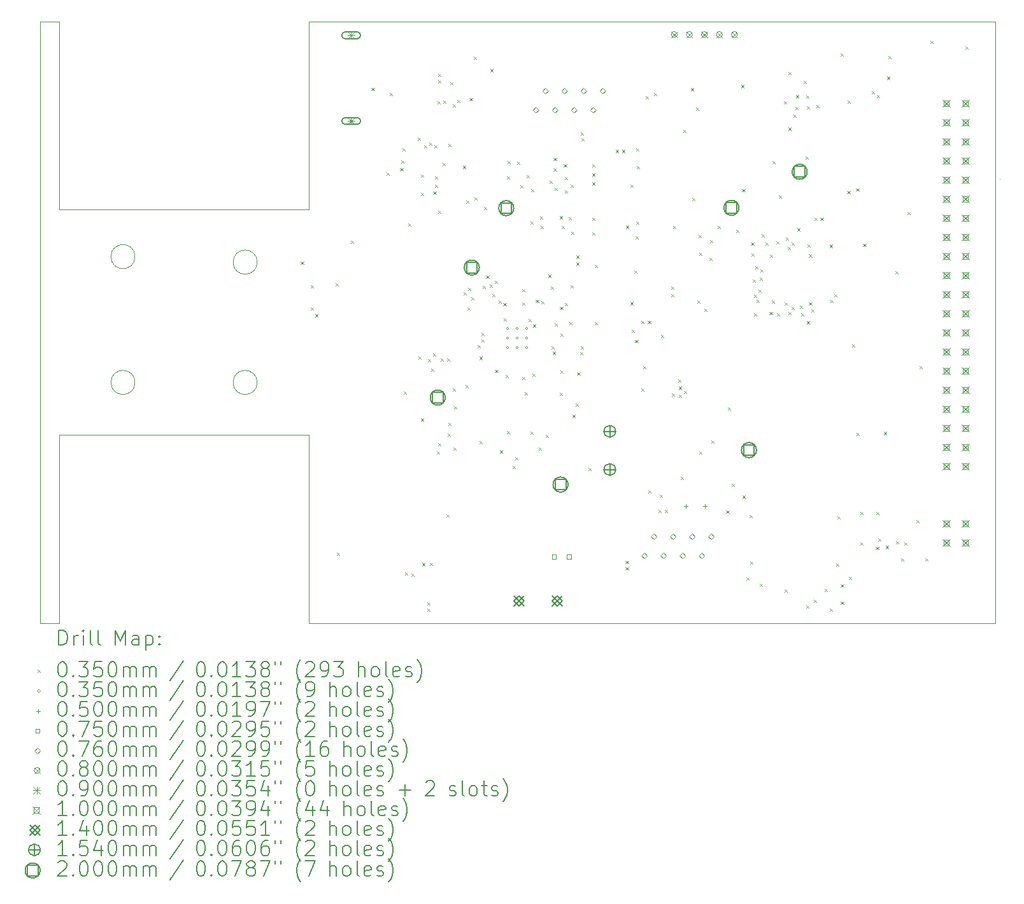
<source format=gbr>
%TF.GenerationSoftware,KiCad,Pcbnew,(7.0.0-0)*%
%TF.CreationDate,2023-02-22T15:23:46+03:00*%
%TF.ProjectId,RP2040_minimal,52503230-3430-45f6-9d69-6e696d616c2e,REV1*%
%TF.SameCoordinates,Original*%
%TF.FileFunction,Drillmap*%
%TF.FilePolarity,Positive*%
%FSLAX45Y45*%
G04 Gerber Fmt 4.5, Leading zero omitted, Abs format (unit mm)*
G04 Created by KiCad (PCBNEW (7.0.0-0)) date 2023-02-22 15:23:46*
%MOMM*%
%LPD*%
G01*
G04 APERTURE LIST*
%ADD10C,0.010000*%
%ADD11C,0.001536*%
%ADD12C,0.200000*%
%ADD13C,0.035000*%
%ADD14C,0.050000*%
%ADD15C,0.075000*%
%ADD16C,0.076000*%
%ADD17C,0.080000*%
%ADD18C,0.090000*%
%ADD19C,0.100000*%
%ADD20C,0.140000*%
%ADD21C,0.154000*%
G04 APERTURE END LIST*
D10*
X22124000Y-3959000D02*
X22124000Y-11959000D01*
D11*
X22179500Y-6050023D02*
X22179500Y-6050023D01*
D10*
X12308500Y-8759000D02*
G75*
G03*
X12308500Y-8759000I-160000J0D01*
G01*
X9674000Y-9459000D02*
X12999000Y-9459000D01*
X22124000Y-5651000D02*
X22124000Y-5651000D01*
X12999000Y-3959000D02*
X22124000Y-3959000D01*
X22124000Y-11959000D02*
X12999000Y-11959000D01*
X12999000Y-9459000D02*
X12999000Y-11959000D01*
X9674000Y-3959000D02*
X9674000Y-6459000D01*
X10684500Y-7085623D02*
G75*
G03*
X10684500Y-7085623I-160000J0D01*
G01*
X10684500Y-8759000D02*
G75*
G03*
X10684500Y-8759000I-160000J0D01*
G01*
X12999000Y-6459000D02*
X12999000Y-3959000D01*
X9424000Y-11959000D02*
X9424000Y-3959000D01*
X9674000Y-11959000D02*
X9424000Y-11959000D01*
X9674000Y-11959000D02*
X9674000Y-9459000D01*
X9424000Y-3959000D02*
X9674000Y-3959000D01*
X12308500Y-7159000D02*
G75*
G03*
X12308500Y-7159000I-160000J0D01*
G01*
X9674000Y-6459000D02*
X12999000Y-6459000D01*
D12*
D13*
X12889500Y-7148500D02*
X12924500Y-7183500D01*
X12924500Y-7148500D02*
X12889500Y-7183500D01*
X13019500Y-7466500D02*
X13054500Y-7501500D01*
X13054500Y-7466500D02*
X13019500Y-7501500D01*
X13019500Y-7759500D02*
X13054500Y-7794500D01*
X13054500Y-7759500D02*
X13019500Y-7794500D01*
X13079500Y-7850500D02*
X13114500Y-7885500D01*
X13114500Y-7850500D02*
X13079500Y-7885500D01*
X13349500Y-7438500D02*
X13384500Y-7473500D01*
X13384500Y-7438500D02*
X13349500Y-7473500D01*
X13368500Y-11018500D02*
X13403500Y-11053500D01*
X13403500Y-11018500D02*
X13368500Y-11053500D01*
X13552500Y-6876200D02*
X13587500Y-6911200D01*
X13587500Y-6876200D02*
X13552500Y-6911200D01*
X13828500Y-4840500D02*
X13863500Y-4875500D01*
X13863500Y-4840500D02*
X13828500Y-4875500D01*
X14028500Y-5964500D02*
X14063500Y-5999500D01*
X14063500Y-5964500D02*
X14028500Y-5999500D01*
X14070500Y-4910500D02*
X14105500Y-4945500D01*
X14105500Y-4910500D02*
X14070500Y-4945500D01*
X14209500Y-5905500D02*
X14244500Y-5940500D01*
X14244500Y-5905500D02*
X14209500Y-5940500D01*
X14221500Y-5805500D02*
X14256500Y-5840500D01*
X14256500Y-5805500D02*
X14221500Y-5840500D01*
X14238500Y-5643500D02*
X14273500Y-5678500D01*
X14273500Y-5643500D02*
X14238500Y-5678500D01*
X14254500Y-8878500D02*
X14289500Y-8913500D01*
X14289500Y-8878500D02*
X14254500Y-8913500D01*
X14270500Y-11282500D02*
X14305500Y-11317500D01*
X14305500Y-11282500D02*
X14270500Y-11317500D01*
X14312500Y-6641500D02*
X14347500Y-6676500D01*
X14347500Y-6641500D02*
X14312500Y-6676500D01*
X14355500Y-11297500D02*
X14390500Y-11332500D01*
X14390500Y-11297500D02*
X14355500Y-11332500D01*
X14440500Y-5500500D02*
X14475500Y-5535500D01*
X14475500Y-5500500D02*
X14440500Y-5535500D01*
X14449500Y-8413500D02*
X14484500Y-8448500D01*
X14484500Y-8413500D02*
X14449500Y-8448500D01*
X14482500Y-5988500D02*
X14517500Y-6023500D01*
X14517500Y-5988500D02*
X14482500Y-6023500D01*
X14487500Y-9239500D02*
X14522500Y-9274500D01*
X14522500Y-9239500D02*
X14487500Y-9274500D01*
X14488500Y-6235500D02*
X14523500Y-6270500D01*
X14523500Y-6235500D02*
X14488500Y-6270500D01*
X14504500Y-11160500D02*
X14539500Y-11195500D01*
X14539500Y-11160500D02*
X14504500Y-11195500D01*
X14527500Y-5600500D02*
X14562500Y-5635500D01*
X14562500Y-5600500D02*
X14527500Y-5635500D01*
X14572500Y-11679000D02*
X14607500Y-11714000D01*
X14607500Y-11679000D02*
X14572500Y-11714000D01*
X14572500Y-11764000D02*
X14607500Y-11799000D01*
X14607500Y-11764000D02*
X14572500Y-11799000D01*
X14580500Y-8445500D02*
X14615500Y-8480500D01*
X14615500Y-8445500D02*
X14580500Y-8480500D01*
X14596654Y-5571600D02*
X14631654Y-5606600D01*
X14631654Y-5571600D02*
X14596654Y-5606600D01*
X14606500Y-11155500D02*
X14641500Y-11190500D01*
X14641500Y-11155500D02*
X14606500Y-11190500D01*
X14618500Y-8577500D02*
X14653500Y-8612500D01*
X14653500Y-8577500D02*
X14618500Y-8612500D01*
X14648500Y-8372500D02*
X14683500Y-8407500D01*
X14683500Y-8372500D02*
X14648500Y-8407500D01*
X14650500Y-6218500D02*
X14685500Y-6253500D01*
X14685500Y-6218500D02*
X14650500Y-6253500D01*
X14663500Y-5605500D02*
X14698500Y-5640500D01*
X14698500Y-5605500D02*
X14663500Y-5640500D01*
X14670500Y-6015500D02*
X14705500Y-6050500D01*
X14705500Y-6015500D02*
X14670500Y-6050500D01*
X14672500Y-6127500D02*
X14707500Y-6162500D01*
X14707500Y-6127500D02*
X14672500Y-6162500D01*
X14696500Y-9676500D02*
X14731500Y-9711500D01*
X14731500Y-9676500D02*
X14696500Y-9711500D01*
X14705450Y-5021500D02*
X14740450Y-5056500D01*
X14740450Y-5021500D02*
X14705450Y-5056500D01*
X14710500Y-9564500D02*
X14745500Y-9599500D01*
X14745500Y-9564500D02*
X14710500Y-9599500D01*
X14711500Y-4652000D02*
X14746500Y-4687000D01*
X14746500Y-4652000D02*
X14711500Y-4687000D01*
X14711500Y-4737000D02*
X14746500Y-4772000D01*
X14746500Y-4737000D02*
X14711500Y-4772000D01*
X14713597Y-6478152D02*
X14748597Y-6513152D01*
X14748597Y-6478152D02*
X14713597Y-6513152D01*
X14748000Y-8435500D02*
X14783000Y-8470500D01*
X14783000Y-8435500D02*
X14748000Y-8470500D01*
X14774412Y-5842588D02*
X14809412Y-5877588D01*
X14809412Y-5842588D02*
X14774412Y-5877588D01*
X14779500Y-5009500D02*
X14814500Y-5044500D01*
X14814500Y-5009500D02*
X14779500Y-5044500D01*
X14827500Y-10513500D02*
X14862500Y-10548500D01*
X14862500Y-10513500D02*
X14827500Y-10548500D01*
X14833000Y-8435500D02*
X14868000Y-8470500D01*
X14868000Y-8435500D02*
X14833000Y-8470500D01*
X14843500Y-9434500D02*
X14878500Y-9469500D01*
X14878500Y-9434500D02*
X14843500Y-9469500D01*
X14848500Y-9295500D02*
X14883500Y-9330500D01*
X14883500Y-9295500D02*
X14848500Y-9330500D01*
X14849500Y-5587500D02*
X14884500Y-5622500D01*
X14884500Y-5587500D02*
X14849500Y-5622500D01*
X14876500Y-4761500D02*
X14911500Y-4796500D01*
X14911500Y-4761500D02*
X14876500Y-4796500D01*
X14909448Y-5059552D02*
X14944448Y-5094552D01*
X14944448Y-5059552D02*
X14909448Y-5094552D01*
X14909500Y-8840500D02*
X14944500Y-8875500D01*
X14944500Y-8840500D02*
X14909500Y-8875500D01*
X14919500Y-9621500D02*
X14954500Y-9656500D01*
X14954500Y-9621500D02*
X14919500Y-9656500D01*
X14923500Y-9071500D02*
X14958500Y-9106500D01*
X14958500Y-9071500D02*
X14923500Y-9106500D01*
X14969552Y-4999448D02*
X15004552Y-5034448D01*
X15004552Y-4999448D02*
X14969552Y-5034448D01*
X15040500Y-5877500D02*
X15075500Y-5912500D01*
X15075500Y-5877500D02*
X15040500Y-5912500D01*
X15052500Y-7558500D02*
X15087500Y-7593500D01*
X15087500Y-7558500D02*
X15052500Y-7593500D01*
X15079500Y-8794500D02*
X15114500Y-8829500D01*
X15114500Y-8794500D02*
X15079500Y-8829500D01*
X15084500Y-6341500D02*
X15119500Y-6376500D01*
X15119500Y-6341500D02*
X15084500Y-6376500D01*
X15104050Y-7762500D02*
X15139050Y-7797500D01*
X15139050Y-7762500D02*
X15104050Y-7797500D01*
X15113500Y-7496500D02*
X15148500Y-7531500D01*
X15148500Y-7496500D02*
X15113500Y-7531500D01*
X15132500Y-4979500D02*
X15167500Y-5014500D01*
X15167500Y-4979500D02*
X15132500Y-5014500D01*
X15156500Y-7628500D02*
X15191500Y-7663500D01*
X15191500Y-7628500D02*
X15156500Y-7663500D01*
X15187500Y-4427500D02*
X15222500Y-4462500D01*
X15222500Y-4427500D02*
X15187500Y-4462500D01*
X15195367Y-6299890D02*
X15230367Y-6334890D01*
X15230367Y-6299890D02*
X15195367Y-6334890D01*
X15235500Y-8259500D02*
X15270500Y-8294500D01*
X15270500Y-8259500D02*
X15235500Y-8294500D01*
X15262500Y-9539500D02*
X15297500Y-9574500D01*
X15297500Y-9539500D02*
X15262500Y-9574500D01*
X15266500Y-8417500D02*
X15301500Y-8452500D01*
X15301500Y-8417500D02*
X15266500Y-8452500D01*
X15287950Y-8102950D02*
X15322950Y-8137950D01*
X15322950Y-8102950D02*
X15287950Y-8137950D01*
X15291500Y-8188500D02*
X15326500Y-8223500D01*
X15326500Y-8188500D02*
X15291500Y-8223500D01*
X15308500Y-7472500D02*
X15343500Y-7507500D01*
X15343500Y-7472500D02*
X15308500Y-7507500D01*
X15321238Y-6425762D02*
X15356238Y-6460762D01*
X15356238Y-6425762D02*
X15321238Y-6460762D01*
X15353500Y-7335500D02*
X15388500Y-7370500D01*
X15388500Y-7335500D02*
X15353500Y-7370500D01*
X15399588Y-7455588D02*
X15434588Y-7490588D01*
X15434588Y-7455588D02*
X15399588Y-7490588D01*
X15407500Y-4590500D02*
X15442500Y-4625500D01*
X15442500Y-4590500D02*
X15407500Y-4625500D01*
X15430500Y-7580500D02*
X15465500Y-7615500D01*
X15465500Y-7580500D02*
X15430500Y-7615500D01*
X15469500Y-7402500D02*
X15504500Y-7437500D01*
X15504500Y-7402500D02*
X15469500Y-7437500D01*
X15471500Y-8588500D02*
X15506500Y-8623500D01*
X15506500Y-8588500D02*
X15471500Y-8623500D01*
X15517500Y-7666500D02*
X15552500Y-7701500D01*
X15552500Y-7666500D02*
X15517500Y-7701500D01*
X15534500Y-9662500D02*
X15569500Y-9697500D01*
X15569500Y-9662500D02*
X15534500Y-9697500D01*
X15581347Y-7705758D02*
X15616347Y-7740758D01*
X15616347Y-7705758D02*
X15581347Y-7740758D01*
X15584500Y-7904500D02*
X15619500Y-7939500D01*
X15619500Y-7904500D02*
X15584500Y-7939500D01*
X15613595Y-8661305D02*
X15648595Y-8696305D01*
X15648595Y-8661305D02*
X15613595Y-8696305D01*
X15627500Y-9406500D02*
X15662500Y-9441500D01*
X15662500Y-9406500D02*
X15627500Y-9441500D01*
X15631500Y-6020500D02*
X15666500Y-6055500D01*
X15666500Y-6020500D02*
X15631500Y-6055500D01*
X15634500Y-5814500D02*
X15669500Y-5849500D01*
X15669500Y-5814500D02*
X15634500Y-5849500D01*
X15706500Y-9873500D02*
X15741500Y-9908500D01*
X15741500Y-9873500D02*
X15706500Y-9908500D01*
X15736500Y-9754500D02*
X15771500Y-9789500D01*
X15771500Y-9754500D02*
X15736500Y-9789500D01*
X15765500Y-5822500D02*
X15800500Y-5857500D01*
X15800500Y-5822500D02*
X15765500Y-5857500D01*
X15806500Y-6132500D02*
X15841500Y-6167500D01*
X15841500Y-6132500D02*
X15806500Y-6167500D01*
X15830675Y-7519500D02*
X15865675Y-7554500D01*
X15865675Y-7519500D02*
X15830675Y-7554500D01*
X15831500Y-8681500D02*
X15866500Y-8716500D01*
X15866500Y-8681500D02*
X15831500Y-8716500D01*
X15832775Y-7695500D02*
X15867775Y-7730500D01*
X15867775Y-7695500D02*
X15832775Y-7730500D01*
X15865550Y-8886500D02*
X15900550Y-8921500D01*
X15900550Y-8886500D02*
X15865550Y-8921500D01*
X15892500Y-5997500D02*
X15927500Y-6032500D01*
X15927500Y-5997500D02*
X15892500Y-6032500D01*
X15912500Y-7912500D02*
X15947500Y-7947500D01*
X15947500Y-7912500D02*
X15912500Y-7947500D01*
X15941500Y-9414500D02*
X15976500Y-9449500D01*
X15976500Y-9414500D02*
X15941500Y-9449500D01*
X15944500Y-6621500D02*
X15979500Y-6656500D01*
X15979500Y-6621500D02*
X15944500Y-6656500D01*
X15952500Y-6184500D02*
X15987500Y-6219500D01*
X15987500Y-6184500D02*
X15952500Y-6219500D01*
X15969500Y-8644500D02*
X16004500Y-8679500D01*
X16004500Y-8644500D02*
X15969500Y-8679500D01*
X15974500Y-7985500D02*
X16009500Y-8020500D01*
X16009500Y-7985500D02*
X15974500Y-8020500D01*
X16013711Y-7656963D02*
X16048711Y-7691963D01*
X16048711Y-7656963D02*
X16013711Y-7691963D01*
X16054500Y-9626500D02*
X16089500Y-9661500D01*
X16089500Y-9626500D02*
X16054500Y-9661500D01*
X16067500Y-6553500D02*
X16102500Y-6588500D01*
X16102500Y-6553500D02*
X16067500Y-6588500D01*
X16079500Y-6677500D02*
X16114500Y-6712500D01*
X16114500Y-6677500D02*
X16079500Y-6712500D01*
X16085500Y-7678500D02*
X16120500Y-7713500D01*
X16120500Y-7678500D02*
X16085500Y-7713500D01*
X16145500Y-9454500D02*
X16180500Y-9489500D01*
X16180500Y-9454500D02*
X16145500Y-9489500D01*
X16178500Y-7325950D02*
X16213500Y-7360950D01*
X16213500Y-7325950D02*
X16178500Y-7360950D01*
X16198500Y-6076500D02*
X16233500Y-6111500D01*
X16233500Y-6076500D02*
X16198500Y-6111500D01*
X16214500Y-7481500D02*
X16249500Y-7516500D01*
X16249500Y-7481500D02*
X16214500Y-7516500D01*
X16223500Y-8276717D02*
X16258500Y-8311717D01*
X16258500Y-8276717D02*
X16223500Y-8311717D01*
X16235953Y-8350625D02*
X16270953Y-8385625D01*
X16270953Y-8350625D02*
X16235953Y-8385625D01*
X16250500Y-5773500D02*
X16285500Y-5808500D01*
X16285500Y-5773500D02*
X16250500Y-5808500D01*
X16250500Y-5911500D02*
X16285500Y-5946500D01*
X16285500Y-5911500D02*
X16250500Y-5946500D01*
X16260500Y-7970500D02*
X16295500Y-8005500D01*
X16295500Y-7970500D02*
X16260500Y-8005500D01*
X16262500Y-6173500D02*
X16297500Y-6208500D01*
X16297500Y-6173500D02*
X16262500Y-6208500D01*
X16327500Y-8899500D02*
X16362500Y-8934500D01*
X16362500Y-8899500D02*
X16327500Y-8934500D01*
X16332500Y-6546500D02*
X16367500Y-6581500D01*
X16367500Y-6546500D02*
X16332500Y-6581500D01*
X16335500Y-7756500D02*
X16370500Y-7791500D01*
X16370500Y-7756500D02*
X16335500Y-7791500D01*
X16338975Y-8109500D02*
X16373975Y-8144500D01*
X16373975Y-8109500D02*
X16338975Y-8144500D01*
X16342500Y-8599500D02*
X16377500Y-8634500D01*
X16377500Y-8599500D02*
X16342500Y-8634500D01*
X16355500Y-6680500D02*
X16390500Y-6715500D01*
X16390500Y-6680500D02*
X16355500Y-6715500D01*
X16385500Y-5859500D02*
X16420500Y-5894500D01*
X16420500Y-5859500D02*
X16385500Y-5894500D01*
X16400500Y-6027500D02*
X16435500Y-6062500D01*
X16435500Y-6027500D02*
X16400500Y-6062500D01*
X16400500Y-6206500D02*
X16435500Y-6241500D01*
X16435500Y-6206500D02*
X16400500Y-6241500D01*
X16401500Y-7702500D02*
X16436500Y-7737500D01*
X16436500Y-7702500D02*
X16401500Y-7737500D01*
X16448500Y-6561500D02*
X16483500Y-6596500D01*
X16483500Y-6561500D02*
X16448500Y-6596500D01*
X16456275Y-7959550D02*
X16491275Y-7994550D01*
X16491275Y-7959550D02*
X16456275Y-7994550D01*
X16472500Y-7468500D02*
X16507500Y-7503500D01*
X16507500Y-7468500D02*
X16472500Y-7503500D01*
X16478500Y-6128500D02*
X16513500Y-6163500D01*
X16513500Y-6128500D02*
X16478500Y-6163500D01*
X16482500Y-6751500D02*
X16517500Y-6786500D01*
X16517500Y-6751500D02*
X16482500Y-6786500D01*
X16497500Y-9188500D02*
X16532500Y-9223500D01*
X16532500Y-9188500D02*
X16497500Y-9223500D01*
X16540500Y-9042500D02*
X16575500Y-9077500D01*
X16575500Y-9042500D02*
X16540500Y-9077500D01*
X16547500Y-7071500D02*
X16582500Y-7106500D01*
X16582500Y-7071500D02*
X16547500Y-7106500D01*
X16548050Y-7164500D02*
X16583050Y-7199500D01*
X16583050Y-7164500D02*
X16548050Y-7199500D01*
X16563500Y-8626500D02*
X16598500Y-8661500D01*
X16598500Y-8626500D02*
X16563500Y-8661500D01*
X16600975Y-8351500D02*
X16635975Y-8386500D01*
X16635975Y-8351500D02*
X16600975Y-8386500D01*
X16606674Y-8276767D02*
X16641674Y-8311767D01*
X16641674Y-8276767D02*
X16606674Y-8311767D01*
X16612500Y-5434500D02*
X16647500Y-5469500D01*
X16647500Y-5434500D02*
X16612500Y-5469500D01*
X16616306Y-5509354D02*
X16651306Y-5544354D01*
X16651306Y-5509354D02*
X16616306Y-5544354D01*
X16714500Y-9892500D02*
X16749500Y-9927500D01*
X16749500Y-9892500D02*
X16714500Y-9927500D01*
X16762500Y-5859500D02*
X16797500Y-5894500D01*
X16797500Y-5859500D02*
X16762500Y-5894500D01*
X16762500Y-5979500D02*
X16797500Y-6014500D01*
X16797500Y-5979500D02*
X16762500Y-6014500D01*
X16762500Y-6098500D02*
X16797500Y-6133500D01*
X16797500Y-6098500D02*
X16762500Y-6133500D01*
X16762500Y-6762500D02*
X16797500Y-6797500D01*
X16797500Y-6762500D02*
X16762500Y-6797500D01*
X16765500Y-6565500D02*
X16800500Y-6600500D01*
X16800500Y-6565500D02*
X16765500Y-6600500D01*
X16793500Y-7957500D02*
X16828500Y-7992500D01*
X16828500Y-7957500D02*
X16793500Y-7992500D01*
X16795500Y-7194500D02*
X16830500Y-7229500D01*
X16830500Y-7194500D02*
X16795500Y-7229500D01*
X17076000Y-5666500D02*
X17111000Y-5701500D01*
X17111000Y-5666500D02*
X17076000Y-5701500D01*
X17161000Y-5666500D02*
X17196000Y-5701500D01*
X17196000Y-5666500D02*
X17161000Y-5701500D01*
X17207500Y-11131000D02*
X17242500Y-11166000D01*
X17242500Y-11131000D02*
X17207500Y-11166000D01*
X17207500Y-11216000D02*
X17242500Y-11251000D01*
X17242500Y-11216000D02*
X17207500Y-11251000D01*
X17213500Y-6673500D02*
X17248500Y-6708500D01*
X17248500Y-6673500D02*
X17213500Y-6708500D01*
X17267975Y-7689500D02*
X17302975Y-7724500D01*
X17302975Y-7689500D02*
X17267975Y-7724500D01*
X17273500Y-6128500D02*
X17308500Y-6163500D01*
X17308500Y-6128500D02*
X17273500Y-6163500D01*
X17286500Y-8061500D02*
X17321500Y-8096500D01*
X17321500Y-8061500D02*
X17286500Y-8096500D01*
X17318500Y-7273500D02*
X17353500Y-7308500D01*
X17353500Y-7273500D02*
X17318500Y-7308500D01*
X17334500Y-8193500D02*
X17369500Y-8228500D01*
X17369500Y-8193500D02*
X17334500Y-8228500D01*
X17340500Y-6811500D02*
X17375500Y-6846500D01*
X17375500Y-6811500D02*
X17340500Y-6846500D01*
X17348500Y-5643500D02*
X17383500Y-5678500D01*
X17383500Y-5643500D02*
X17348500Y-5678500D01*
X17348500Y-6617500D02*
X17383500Y-6652500D01*
X17383500Y-6617500D02*
X17348500Y-6652500D01*
X17352500Y-5885500D02*
X17387500Y-5920500D01*
X17387500Y-5885500D02*
X17352500Y-5920500D01*
X17414975Y-8833500D02*
X17449975Y-8868500D01*
X17449975Y-8833500D02*
X17414975Y-8868500D01*
X17418000Y-7938500D02*
X17453000Y-7973500D01*
X17453000Y-7938500D02*
X17418000Y-7973500D01*
X17437975Y-8543500D02*
X17472975Y-8578500D01*
X17472975Y-8543500D02*
X17437975Y-8578500D01*
X17470500Y-4953500D02*
X17505500Y-4988500D01*
X17505500Y-4953500D02*
X17470500Y-4988500D01*
X17503000Y-7938500D02*
X17538000Y-7973500D01*
X17538000Y-7938500D02*
X17503000Y-7973500D01*
X17507500Y-10192500D02*
X17542500Y-10227500D01*
X17542500Y-10192500D02*
X17507500Y-10227500D01*
X17581500Y-4911500D02*
X17616500Y-4946500D01*
X17616500Y-4911500D02*
X17581500Y-4946500D01*
X17642000Y-10453500D02*
X17677000Y-10488500D01*
X17677000Y-10453500D02*
X17642000Y-10488500D01*
X17658500Y-10250500D02*
X17693500Y-10285500D01*
X17693500Y-10250500D02*
X17658500Y-10285500D01*
X17675500Y-8122500D02*
X17710500Y-8157500D01*
X17710500Y-8122500D02*
X17675500Y-8157500D01*
X17727000Y-10453500D02*
X17762000Y-10488500D01*
X17762000Y-10453500D02*
X17727000Y-10488500D01*
X17810500Y-7482500D02*
X17845500Y-7517500D01*
X17845500Y-7482500D02*
X17810500Y-7517500D01*
X17810500Y-7584500D02*
X17845500Y-7619500D01*
X17845500Y-7584500D02*
X17810500Y-7619500D01*
X17823500Y-8902500D02*
X17858500Y-8937500D01*
X17858500Y-8902500D02*
X17823500Y-8937500D01*
X17840500Y-6677500D02*
X17875500Y-6712500D01*
X17875500Y-6677500D02*
X17840500Y-6712500D01*
X17903500Y-8715500D02*
X17938500Y-8750500D01*
X17938500Y-8715500D02*
X17903500Y-8750500D01*
X17914500Y-8815500D02*
X17949500Y-8850500D01*
X17949500Y-8815500D02*
X17914500Y-8850500D01*
X17916500Y-8921500D02*
X17951500Y-8956500D01*
X17951500Y-8921500D02*
X17916500Y-8956500D01*
X17937500Y-10012500D02*
X17972500Y-10047500D01*
X17972500Y-10012500D02*
X17937500Y-10047500D01*
X17975500Y-5400500D02*
X18010500Y-5435500D01*
X18010500Y-5400500D02*
X17975500Y-5435500D01*
X17978500Y-8871500D02*
X18013500Y-8906500D01*
X18013500Y-8871500D02*
X17978500Y-8906500D01*
X18072500Y-4844500D02*
X18107500Y-4879500D01*
X18107500Y-4844500D02*
X18072500Y-4879500D01*
X18092500Y-6304500D02*
X18127500Y-6339500D01*
X18127500Y-6304500D02*
X18092500Y-6339500D01*
X18143500Y-5106500D02*
X18178500Y-5141500D01*
X18178500Y-5106500D02*
X18143500Y-5141500D01*
X18158500Y-7666500D02*
X18193500Y-7701500D01*
X18193500Y-7666500D02*
X18158500Y-7701500D01*
X18176500Y-6795500D02*
X18211500Y-6830500D01*
X18211500Y-6795500D02*
X18176500Y-6830500D01*
X18181500Y-9678500D02*
X18216500Y-9713500D01*
X18216500Y-9678500D02*
X18181500Y-9713500D01*
X18185500Y-7034500D02*
X18220500Y-7069500D01*
X18220500Y-7034500D02*
X18185500Y-7069500D01*
X18252500Y-7776500D02*
X18287500Y-7811500D01*
X18287500Y-7776500D02*
X18252500Y-7811500D01*
X18320500Y-7100500D02*
X18355500Y-7135500D01*
X18355500Y-7100500D02*
X18320500Y-7135500D01*
X18329500Y-6862500D02*
X18364500Y-6897500D01*
X18364500Y-6862500D02*
X18329500Y-6897500D01*
X18346500Y-9534500D02*
X18381500Y-9569500D01*
X18381500Y-9534500D02*
X18346500Y-9569500D01*
X18427500Y-6679500D02*
X18462500Y-6714500D01*
X18462500Y-6679500D02*
X18427500Y-6714500D01*
X18545500Y-10462500D02*
X18580500Y-10497500D01*
X18580500Y-10462500D02*
X18545500Y-10497500D01*
X18565500Y-9093500D02*
X18600500Y-9128500D01*
X18600500Y-9093500D02*
X18565500Y-9128500D01*
X18613500Y-10103500D02*
X18648500Y-10138500D01*
X18648500Y-10103500D02*
X18613500Y-10138500D01*
X18673500Y-6729500D02*
X18708500Y-6764500D01*
X18708500Y-6729500D02*
X18673500Y-6764500D01*
X18745500Y-4802500D02*
X18780500Y-4837500D01*
X18780500Y-4802500D02*
X18745500Y-4837500D01*
X18756500Y-6188500D02*
X18791500Y-6223500D01*
X18791500Y-6188500D02*
X18756500Y-6223500D01*
X18763500Y-10263500D02*
X18798500Y-10298500D01*
X18798500Y-10263500D02*
X18763500Y-10298500D01*
X18811500Y-11353500D02*
X18846500Y-11388500D01*
X18846500Y-11353500D02*
X18811500Y-11388500D01*
X18857500Y-10520500D02*
X18892500Y-10555500D01*
X18892500Y-10520500D02*
X18857500Y-10555500D01*
X18859500Y-11143500D02*
X18894500Y-11178500D01*
X18894500Y-11143500D02*
X18859500Y-11178500D01*
X18875500Y-6900500D02*
X18910500Y-6935500D01*
X18910500Y-6900500D02*
X18875500Y-6935500D01*
X18877500Y-7042500D02*
X18912500Y-7077500D01*
X18912500Y-7042500D02*
X18877500Y-7077500D01*
X18896500Y-7392500D02*
X18931500Y-7427500D01*
X18931500Y-7392500D02*
X18896500Y-7427500D01*
X18911500Y-7590500D02*
X18946500Y-7625500D01*
X18946500Y-7590500D02*
X18911500Y-7625500D01*
X18916500Y-7837500D02*
X18951500Y-7872500D01*
X18951500Y-7837500D02*
X18916500Y-7872500D01*
X18928500Y-7212500D02*
X18963500Y-7247500D01*
X18963500Y-7212500D02*
X18928500Y-7247500D01*
X18945500Y-7658500D02*
X18980500Y-7693500D01*
X18980500Y-7658500D02*
X18945500Y-7693500D01*
X18973500Y-7526500D02*
X19008500Y-7561500D01*
X19008500Y-7526500D02*
X18973500Y-7561500D01*
X18987500Y-7361950D02*
X19022500Y-7396950D01*
X19022500Y-7361950D02*
X18987500Y-7396950D01*
X18991500Y-11435500D02*
X19026500Y-11470500D01*
X19026500Y-11435500D02*
X18991500Y-11470500D01*
X18999500Y-7252500D02*
X19034500Y-7287500D01*
X19034500Y-7252500D02*
X18999500Y-7287500D01*
X19017500Y-6790050D02*
X19052500Y-6825050D01*
X19052500Y-6790050D02*
X19017500Y-6825050D01*
X19066500Y-6898500D02*
X19101500Y-6933500D01*
X19101500Y-6898500D02*
X19066500Y-6933500D01*
X19120500Y-7819500D02*
X19155500Y-7854500D01*
X19155500Y-7819500D02*
X19120500Y-7854500D01*
X19124500Y-7055500D02*
X19159500Y-7090500D01*
X19159500Y-7055500D02*
X19124500Y-7090500D01*
X19148500Y-7671500D02*
X19183500Y-7706500D01*
X19183500Y-7671500D02*
X19148500Y-7706500D01*
X19160500Y-5811500D02*
X19195500Y-5846500D01*
X19195500Y-5811500D02*
X19160500Y-5846500D01*
X19207950Y-6879313D02*
X19242950Y-6914313D01*
X19242950Y-6879313D02*
X19207950Y-6914313D01*
X19217500Y-7834500D02*
X19252500Y-7869500D01*
X19252500Y-7834500D02*
X19217500Y-7869500D01*
X19243500Y-6271500D02*
X19278500Y-6306500D01*
X19278500Y-6271500D02*
X19243500Y-6306500D01*
X19313500Y-5019500D02*
X19348500Y-5054500D01*
X19348500Y-5019500D02*
X19313500Y-5054500D01*
X19316500Y-11512500D02*
X19351500Y-11547500D01*
X19351500Y-11512500D02*
X19316500Y-11547500D01*
X19319950Y-7694500D02*
X19354950Y-7729500D01*
X19354950Y-7694500D02*
X19319950Y-7729500D01*
X19338535Y-6826863D02*
X19373535Y-6861863D01*
X19373535Y-6826863D02*
X19338535Y-6861863D01*
X19365050Y-6956497D02*
X19400050Y-6991497D01*
X19400050Y-6956497D02*
X19365050Y-6991497D01*
X19367750Y-4629000D02*
X19402750Y-4664000D01*
X19402750Y-4629000D02*
X19367750Y-4664000D01*
X19368588Y-7817412D02*
X19403588Y-7852412D01*
X19403588Y-7817412D02*
X19368588Y-7852412D01*
X19372500Y-5369500D02*
X19407500Y-5404500D01*
X19407500Y-5369500D02*
X19372500Y-5404500D01*
X19415050Y-6899372D02*
X19450050Y-6934372D01*
X19450050Y-6899372D02*
X19415050Y-6934372D01*
X19415050Y-7756637D02*
X19450050Y-7791637D01*
X19450050Y-7756637D02*
X19415050Y-7791637D01*
X19435500Y-5195500D02*
X19470500Y-5230500D01*
X19470500Y-5195500D02*
X19435500Y-5230500D01*
X19462500Y-5091500D02*
X19497500Y-5126500D01*
X19497500Y-5091500D02*
X19462500Y-5126500D01*
X19473500Y-4938500D02*
X19508500Y-4973500D01*
X19508500Y-4938500D02*
X19473500Y-4973500D01*
X19487500Y-6707500D02*
X19522500Y-6742500D01*
X19522500Y-6707500D02*
X19487500Y-6742500D01*
X19519950Y-7739500D02*
X19554950Y-7774500D01*
X19554950Y-7739500D02*
X19519950Y-7774500D01*
X19536500Y-7834500D02*
X19571500Y-7869500D01*
X19571500Y-7834500D02*
X19536500Y-7869500D01*
X19575375Y-4750625D02*
X19610375Y-4785625D01*
X19610375Y-4750625D02*
X19575375Y-4785625D01*
X19599500Y-5754500D02*
X19634500Y-5789500D01*
X19634500Y-5754500D02*
X19599500Y-5789500D01*
X19604500Y-4943500D02*
X19639500Y-4978500D01*
X19639500Y-4943500D02*
X19604500Y-4978500D01*
X19606500Y-11726500D02*
X19641500Y-11761500D01*
X19641500Y-11726500D02*
X19606500Y-11761500D01*
X19613500Y-5083500D02*
X19648500Y-5118500D01*
X19648500Y-5083500D02*
X19613500Y-5118500D01*
X19614500Y-7943500D02*
X19649500Y-7978500D01*
X19649500Y-7943500D02*
X19614500Y-7978500D01*
X19624500Y-6925500D02*
X19659500Y-6960500D01*
X19659500Y-6925500D02*
X19624500Y-6960500D01*
X19645500Y-7054500D02*
X19680500Y-7089500D01*
X19680500Y-7054500D02*
X19645500Y-7089500D01*
X19645500Y-7695500D02*
X19680500Y-7730500D01*
X19680500Y-7695500D02*
X19645500Y-7730500D01*
X19678500Y-7786500D02*
X19713500Y-7821500D01*
X19713500Y-7786500D02*
X19678500Y-7821500D01*
X19708500Y-11648500D02*
X19743500Y-11683500D01*
X19743500Y-11648500D02*
X19708500Y-11683500D01*
X19716500Y-6570500D02*
X19751500Y-6605500D01*
X19751500Y-6570500D02*
X19716500Y-6605500D01*
X19742500Y-5069500D02*
X19777500Y-5104500D01*
X19777500Y-5069500D02*
X19742500Y-5104500D01*
X19797500Y-6568500D02*
X19832500Y-6603500D01*
X19832500Y-6568500D02*
X19797500Y-6603500D01*
X19855500Y-11500500D02*
X19890500Y-11535500D01*
X19890500Y-11500500D02*
X19855500Y-11535500D01*
X19919500Y-11763500D02*
X19954500Y-11798500D01*
X19954500Y-11763500D02*
X19919500Y-11798500D01*
X19920500Y-6927500D02*
X19955500Y-6962500D01*
X19955500Y-6927500D02*
X19920500Y-6962500D01*
X19928500Y-7656500D02*
X19963500Y-7691500D01*
X19963500Y-7656500D02*
X19928500Y-7691500D01*
X19981000Y-7582500D02*
X20016000Y-7617500D01*
X20016000Y-7582500D02*
X19981000Y-7617500D01*
X20003500Y-11163500D02*
X20038500Y-11198500D01*
X20038500Y-11163500D02*
X20003500Y-11198500D01*
X20020500Y-10539500D02*
X20055500Y-10574500D01*
X20055500Y-10539500D02*
X20020500Y-10574500D01*
X20061750Y-4385000D02*
X20096750Y-4420000D01*
X20096750Y-4385000D02*
X20061750Y-4420000D01*
X20068500Y-11446500D02*
X20103500Y-11481500D01*
X20103500Y-11446500D02*
X20068500Y-11481500D01*
X20068500Y-11674500D02*
X20103500Y-11709500D01*
X20103500Y-11674500D02*
X20068500Y-11709500D01*
X20153500Y-6215500D02*
X20188500Y-6250500D01*
X20188500Y-6215500D02*
X20153500Y-6250500D01*
X20154500Y-5007500D02*
X20189500Y-5042500D01*
X20189500Y-5007500D02*
X20154500Y-5042500D01*
X20175500Y-11339500D02*
X20210500Y-11374500D01*
X20210500Y-11339500D02*
X20175500Y-11374500D01*
X20216500Y-8252500D02*
X20251500Y-8287500D01*
X20251500Y-8252500D02*
X20216500Y-8287500D01*
X20272500Y-6181500D02*
X20307500Y-6216500D01*
X20307500Y-6181500D02*
X20272500Y-6216500D01*
X20273500Y-9428500D02*
X20308500Y-9463500D01*
X20308500Y-9428500D02*
X20273500Y-9463500D01*
X20324500Y-10889500D02*
X20359500Y-10924500D01*
X20359500Y-10889500D02*
X20324500Y-10924500D01*
X20330500Y-10481500D02*
X20365500Y-10516500D01*
X20365500Y-10481500D02*
X20330500Y-10516500D01*
X20365500Y-6917500D02*
X20400500Y-6952500D01*
X20400500Y-6917500D02*
X20365500Y-6952500D01*
X20482838Y-4881838D02*
X20517838Y-4916838D01*
X20517838Y-4881838D02*
X20482838Y-4916838D01*
X20534500Y-10943500D02*
X20569500Y-10978500D01*
X20569500Y-10943500D02*
X20534500Y-10978500D01*
X20539500Y-10481500D02*
X20574500Y-10516500D01*
X20574500Y-10481500D02*
X20539500Y-10516500D01*
X20548500Y-4932500D02*
X20583500Y-4967500D01*
X20583500Y-4932500D02*
X20548500Y-4967500D01*
X20561500Y-10835500D02*
X20596500Y-10870500D01*
X20596500Y-10835500D02*
X20561500Y-10870500D01*
X20638500Y-9416500D02*
X20673500Y-9451500D01*
X20673500Y-9416500D02*
X20638500Y-9451500D01*
X20663500Y-10932500D02*
X20698500Y-10967500D01*
X20698500Y-10932500D02*
X20663500Y-10967500D01*
X20683500Y-4692500D02*
X20718500Y-4727500D01*
X20718500Y-4692500D02*
X20683500Y-4727500D01*
X20702500Y-4417500D02*
X20737500Y-4452500D01*
X20737500Y-4417500D02*
X20702500Y-4452500D01*
X20792500Y-7276500D02*
X20827500Y-7311500D01*
X20827500Y-7276500D02*
X20792500Y-7311500D01*
X20803500Y-10867500D02*
X20838500Y-10902500D01*
X20838500Y-10867500D02*
X20803500Y-10902500D01*
X20867500Y-11098500D02*
X20902500Y-11133500D01*
X20902500Y-11098500D02*
X20867500Y-11133500D01*
X20910500Y-10889500D02*
X20945500Y-10924500D01*
X20945500Y-10889500D02*
X20910500Y-10924500D01*
X20953500Y-6493500D02*
X20988500Y-6528500D01*
X20988500Y-6493500D02*
X20953500Y-6528500D01*
X21071500Y-10588500D02*
X21106500Y-10623500D01*
X21106500Y-10588500D02*
X21071500Y-10623500D01*
X21113500Y-8538500D02*
X21148500Y-8573500D01*
X21148500Y-8538500D02*
X21113500Y-8573500D01*
X21189500Y-11098500D02*
X21224500Y-11133500D01*
X21224500Y-11098500D02*
X21189500Y-11133500D01*
X21260500Y-4214500D02*
X21295500Y-4249500D01*
X21295500Y-4214500D02*
X21260500Y-4249500D01*
X21726500Y-4291500D02*
X21761500Y-4326500D01*
X21761500Y-4291500D02*
X21726500Y-4326500D01*
X15652725Y-8040500D02*
G75*
G03*
X15652725Y-8040500I-17500J0D01*
G01*
X15652725Y-8168000D02*
G75*
G03*
X15652725Y-8168000I-17500J0D01*
G01*
X15652725Y-8295500D02*
G75*
G03*
X15652725Y-8295500I-17500J0D01*
G01*
X15780225Y-8040500D02*
G75*
G03*
X15780225Y-8040500I-17500J0D01*
G01*
X15780225Y-8168000D02*
G75*
G03*
X15780225Y-8168000I-17500J0D01*
G01*
X15780225Y-8295500D02*
G75*
G03*
X15780225Y-8295500I-17500J0D01*
G01*
X15907725Y-8040500D02*
G75*
G03*
X15907725Y-8040500I-17500J0D01*
G01*
X15907725Y-8168000D02*
G75*
G03*
X15907725Y-8168000I-17500J0D01*
G01*
X15907725Y-8295500D02*
G75*
G03*
X15907725Y-8295500I-17500J0D01*
G01*
D14*
X18008475Y-10379000D02*
X18008475Y-10429000D01*
X17983475Y-10404000D02*
X18033475Y-10404000D01*
X18262475Y-10379000D02*
X18262475Y-10429000D01*
X18237475Y-10404000D02*
X18287475Y-10404000D01*
D15*
X16281517Y-11103517D02*
X16281517Y-11050483D01*
X16228483Y-11050483D01*
X16228483Y-11103517D01*
X16281517Y-11103517D01*
X16481517Y-11103517D02*
X16481517Y-11050483D01*
X16428483Y-11050483D01*
X16428483Y-11103517D01*
X16481517Y-11103517D01*
D16*
X16010000Y-5174000D02*
X16048000Y-5136000D01*
X16010000Y-5098000D01*
X15972000Y-5136000D01*
X16010000Y-5174000D01*
X16137000Y-4920000D02*
X16175000Y-4882000D01*
X16137000Y-4844000D01*
X16099000Y-4882000D01*
X16137000Y-4920000D01*
X16264000Y-5174000D02*
X16302000Y-5136000D01*
X16264000Y-5098000D01*
X16226000Y-5136000D01*
X16264000Y-5174000D01*
X16391000Y-4920000D02*
X16429000Y-4882000D01*
X16391000Y-4844000D01*
X16353000Y-4882000D01*
X16391000Y-4920000D01*
X16518000Y-5174000D02*
X16556000Y-5136000D01*
X16518000Y-5098000D01*
X16480000Y-5136000D01*
X16518000Y-5174000D01*
X16645000Y-4920000D02*
X16683000Y-4882000D01*
X16645000Y-4844000D01*
X16607000Y-4882000D01*
X16645000Y-4920000D01*
X16772000Y-5174000D02*
X16810000Y-5136000D01*
X16772000Y-5098000D01*
X16734000Y-5136000D01*
X16772000Y-5174000D01*
X16899000Y-4920000D02*
X16937000Y-4882000D01*
X16899000Y-4844000D01*
X16861000Y-4882000D01*
X16899000Y-4920000D01*
X17457000Y-11098000D02*
X17495000Y-11060000D01*
X17457000Y-11022000D01*
X17419000Y-11060000D01*
X17457000Y-11098000D01*
X17584000Y-10844000D02*
X17622000Y-10806000D01*
X17584000Y-10768000D01*
X17546000Y-10806000D01*
X17584000Y-10844000D01*
X17711000Y-11098000D02*
X17749000Y-11060000D01*
X17711000Y-11022000D01*
X17673000Y-11060000D01*
X17711000Y-11098000D01*
X17838000Y-10844000D02*
X17876000Y-10806000D01*
X17838000Y-10768000D01*
X17800000Y-10806000D01*
X17838000Y-10844000D01*
X17965000Y-11098000D02*
X18003000Y-11060000D01*
X17965000Y-11022000D01*
X17927000Y-11060000D01*
X17965000Y-11098000D01*
X18092000Y-10844000D02*
X18130000Y-10806000D01*
X18092000Y-10768000D01*
X18054000Y-10806000D01*
X18092000Y-10844000D01*
X18219000Y-11098000D02*
X18257000Y-11060000D01*
X18219000Y-11022000D01*
X18181000Y-11060000D01*
X18219000Y-11098000D01*
X18346000Y-10844000D02*
X18384000Y-10806000D01*
X18346000Y-10768000D01*
X18308000Y-10806000D01*
X18346000Y-10844000D01*
D17*
X17814000Y-4092000D02*
X17894000Y-4172000D01*
X17894000Y-4092000D02*
X17814000Y-4172000D01*
X17894000Y-4132000D02*
G75*
G03*
X17894000Y-4132000I-40000J0D01*
G01*
X18014000Y-4092000D02*
X18094000Y-4172000D01*
X18094000Y-4092000D02*
X18014000Y-4172000D01*
X18094000Y-4132000D02*
G75*
G03*
X18094000Y-4132000I-40000J0D01*
G01*
X18214000Y-4092000D02*
X18294000Y-4172000D01*
X18294000Y-4092000D02*
X18214000Y-4172000D01*
X18294000Y-4132000D02*
G75*
G03*
X18294000Y-4132000I-40000J0D01*
G01*
X18414000Y-4092000D02*
X18494000Y-4172000D01*
X18494000Y-4092000D02*
X18414000Y-4172000D01*
X18494000Y-4132000D02*
G75*
G03*
X18494000Y-4132000I-40000J0D01*
G01*
X18614000Y-4092000D02*
X18694000Y-4172000D01*
X18694000Y-4092000D02*
X18614000Y-4172000D01*
X18694000Y-4132000D02*
G75*
G03*
X18694000Y-4132000I-40000J0D01*
G01*
D18*
X13513000Y-4097000D02*
X13603000Y-4187000D01*
X13603000Y-4097000D02*
X13513000Y-4187000D01*
X13558000Y-4097000D02*
X13558000Y-4187000D01*
X13513000Y-4142000D02*
X13603000Y-4142000D01*
D12*
X13478000Y-4187000D02*
X13638000Y-4187000D01*
X13638000Y-4187000D02*
G75*
G03*
X13638000Y-4097000I0J45000D01*
G01*
X13638000Y-4097000D02*
X13478000Y-4097000D01*
X13478000Y-4097000D02*
G75*
G03*
X13478000Y-4187000I0J-45000D01*
G01*
D18*
X13513000Y-5237000D02*
X13603000Y-5327000D01*
X13603000Y-5237000D02*
X13513000Y-5327000D01*
X13558000Y-5237000D02*
X13558000Y-5327000D01*
X13513000Y-5282000D02*
X13603000Y-5282000D01*
D12*
X13478000Y-5327000D02*
X13638000Y-5327000D01*
X13638000Y-5327000D02*
G75*
G03*
X13638000Y-5237000I0J45000D01*
G01*
X13638000Y-5237000D02*
X13478000Y-5237000D01*
X13478000Y-5237000D02*
G75*
G03*
X13478000Y-5327000I0J-45000D01*
G01*
D19*
X21420000Y-4999000D02*
X21520000Y-5099000D01*
X21520000Y-4999000D02*
X21420000Y-5099000D01*
X21505356Y-5084356D02*
X21505356Y-5013644D01*
X21434644Y-5013644D01*
X21434644Y-5084356D01*
X21505356Y-5084356D01*
X21420000Y-5253000D02*
X21520000Y-5353000D01*
X21520000Y-5253000D02*
X21420000Y-5353000D01*
X21505356Y-5338356D02*
X21505356Y-5267644D01*
X21434644Y-5267644D01*
X21434644Y-5338356D01*
X21505356Y-5338356D01*
X21420000Y-5507000D02*
X21520000Y-5607000D01*
X21520000Y-5507000D02*
X21420000Y-5607000D01*
X21505356Y-5592356D02*
X21505356Y-5521644D01*
X21434644Y-5521644D01*
X21434644Y-5592356D01*
X21505356Y-5592356D01*
X21420000Y-5761000D02*
X21520000Y-5861000D01*
X21520000Y-5761000D02*
X21420000Y-5861000D01*
X21505356Y-5846356D02*
X21505356Y-5775644D01*
X21434644Y-5775644D01*
X21434644Y-5846356D01*
X21505356Y-5846356D01*
X21420000Y-6015000D02*
X21520000Y-6115000D01*
X21520000Y-6015000D02*
X21420000Y-6115000D01*
X21505356Y-6100356D02*
X21505356Y-6029644D01*
X21434644Y-6029644D01*
X21434644Y-6100356D01*
X21505356Y-6100356D01*
X21420000Y-6269000D02*
X21520000Y-6369000D01*
X21520000Y-6269000D02*
X21420000Y-6369000D01*
X21505356Y-6354356D02*
X21505356Y-6283644D01*
X21434644Y-6283644D01*
X21434644Y-6354356D01*
X21505356Y-6354356D01*
X21420000Y-6523000D02*
X21520000Y-6623000D01*
X21520000Y-6523000D02*
X21420000Y-6623000D01*
X21505356Y-6608356D02*
X21505356Y-6537644D01*
X21434644Y-6537644D01*
X21434644Y-6608356D01*
X21505356Y-6608356D01*
X21420000Y-6777000D02*
X21520000Y-6877000D01*
X21520000Y-6777000D02*
X21420000Y-6877000D01*
X21505356Y-6862356D02*
X21505356Y-6791644D01*
X21434644Y-6791644D01*
X21434644Y-6862356D01*
X21505356Y-6862356D01*
X21420000Y-7031000D02*
X21520000Y-7131000D01*
X21520000Y-7031000D02*
X21420000Y-7131000D01*
X21505356Y-7116356D02*
X21505356Y-7045644D01*
X21434644Y-7045644D01*
X21434644Y-7116356D01*
X21505356Y-7116356D01*
X21420000Y-7285000D02*
X21520000Y-7385000D01*
X21520000Y-7285000D02*
X21420000Y-7385000D01*
X21505356Y-7370356D02*
X21505356Y-7299644D01*
X21434644Y-7299644D01*
X21434644Y-7370356D01*
X21505356Y-7370356D01*
X21420000Y-7539000D02*
X21520000Y-7639000D01*
X21520000Y-7539000D02*
X21420000Y-7639000D01*
X21505356Y-7624356D02*
X21505356Y-7553644D01*
X21434644Y-7553644D01*
X21434644Y-7624356D01*
X21505356Y-7624356D01*
X21420000Y-7793000D02*
X21520000Y-7893000D01*
X21520000Y-7793000D02*
X21420000Y-7893000D01*
X21505356Y-7878356D02*
X21505356Y-7807644D01*
X21434644Y-7807644D01*
X21434644Y-7878356D01*
X21505356Y-7878356D01*
X21420000Y-8047000D02*
X21520000Y-8147000D01*
X21520000Y-8047000D02*
X21420000Y-8147000D01*
X21505356Y-8132356D02*
X21505356Y-8061644D01*
X21434644Y-8061644D01*
X21434644Y-8132356D01*
X21505356Y-8132356D01*
X21420000Y-8301000D02*
X21520000Y-8401000D01*
X21520000Y-8301000D02*
X21420000Y-8401000D01*
X21505356Y-8386356D02*
X21505356Y-8315644D01*
X21434644Y-8315644D01*
X21434644Y-8386356D01*
X21505356Y-8386356D01*
X21420000Y-8555000D02*
X21520000Y-8655000D01*
X21520000Y-8555000D02*
X21420000Y-8655000D01*
X21505356Y-8640356D02*
X21505356Y-8569644D01*
X21434644Y-8569644D01*
X21434644Y-8640356D01*
X21505356Y-8640356D01*
X21420000Y-8809000D02*
X21520000Y-8909000D01*
X21520000Y-8809000D02*
X21420000Y-8909000D01*
X21505356Y-8894356D02*
X21505356Y-8823644D01*
X21434644Y-8823644D01*
X21434644Y-8894356D01*
X21505356Y-8894356D01*
X21420000Y-9063000D02*
X21520000Y-9163000D01*
X21520000Y-9063000D02*
X21420000Y-9163000D01*
X21505356Y-9148356D02*
X21505356Y-9077644D01*
X21434644Y-9077644D01*
X21434644Y-9148356D01*
X21505356Y-9148356D01*
X21420000Y-9317000D02*
X21520000Y-9417000D01*
X21520000Y-9317000D02*
X21420000Y-9417000D01*
X21505356Y-9402356D02*
X21505356Y-9331644D01*
X21434644Y-9331644D01*
X21434644Y-9402356D01*
X21505356Y-9402356D01*
X21420000Y-9571000D02*
X21520000Y-9671000D01*
X21520000Y-9571000D02*
X21420000Y-9671000D01*
X21505356Y-9656356D02*
X21505356Y-9585644D01*
X21434644Y-9585644D01*
X21434644Y-9656356D01*
X21505356Y-9656356D01*
X21420000Y-9825000D02*
X21520000Y-9925000D01*
X21520000Y-9825000D02*
X21420000Y-9925000D01*
X21505356Y-9910356D02*
X21505356Y-9839644D01*
X21434644Y-9839644D01*
X21434644Y-9910356D01*
X21505356Y-9910356D01*
X21420000Y-10587000D02*
X21520000Y-10687000D01*
X21520000Y-10587000D02*
X21420000Y-10687000D01*
X21505356Y-10672356D02*
X21505356Y-10601644D01*
X21434644Y-10601644D01*
X21434644Y-10672356D01*
X21505356Y-10672356D01*
X21420000Y-10841000D02*
X21520000Y-10941000D01*
X21520000Y-10841000D02*
X21420000Y-10941000D01*
X21505356Y-10926356D02*
X21505356Y-10855644D01*
X21434644Y-10855644D01*
X21434644Y-10926356D01*
X21505356Y-10926356D01*
X21674000Y-4999000D02*
X21774000Y-5099000D01*
X21774000Y-4999000D02*
X21674000Y-5099000D01*
X21759356Y-5084356D02*
X21759356Y-5013644D01*
X21688644Y-5013644D01*
X21688644Y-5084356D01*
X21759356Y-5084356D01*
X21674000Y-5253000D02*
X21774000Y-5353000D01*
X21774000Y-5253000D02*
X21674000Y-5353000D01*
X21759356Y-5338356D02*
X21759356Y-5267644D01*
X21688644Y-5267644D01*
X21688644Y-5338356D01*
X21759356Y-5338356D01*
X21674000Y-5507000D02*
X21774000Y-5607000D01*
X21774000Y-5507000D02*
X21674000Y-5607000D01*
X21759356Y-5592356D02*
X21759356Y-5521644D01*
X21688644Y-5521644D01*
X21688644Y-5592356D01*
X21759356Y-5592356D01*
X21674000Y-5761000D02*
X21774000Y-5861000D01*
X21774000Y-5761000D02*
X21674000Y-5861000D01*
X21759356Y-5846356D02*
X21759356Y-5775644D01*
X21688644Y-5775644D01*
X21688644Y-5846356D01*
X21759356Y-5846356D01*
X21674000Y-6015000D02*
X21774000Y-6115000D01*
X21774000Y-6015000D02*
X21674000Y-6115000D01*
X21759356Y-6100356D02*
X21759356Y-6029644D01*
X21688644Y-6029644D01*
X21688644Y-6100356D01*
X21759356Y-6100356D01*
X21674000Y-6269000D02*
X21774000Y-6369000D01*
X21774000Y-6269000D02*
X21674000Y-6369000D01*
X21759356Y-6354356D02*
X21759356Y-6283644D01*
X21688644Y-6283644D01*
X21688644Y-6354356D01*
X21759356Y-6354356D01*
X21674000Y-6523000D02*
X21774000Y-6623000D01*
X21774000Y-6523000D02*
X21674000Y-6623000D01*
X21759356Y-6608356D02*
X21759356Y-6537644D01*
X21688644Y-6537644D01*
X21688644Y-6608356D01*
X21759356Y-6608356D01*
X21674000Y-6777000D02*
X21774000Y-6877000D01*
X21774000Y-6777000D02*
X21674000Y-6877000D01*
X21759356Y-6862356D02*
X21759356Y-6791644D01*
X21688644Y-6791644D01*
X21688644Y-6862356D01*
X21759356Y-6862356D01*
X21674000Y-7031000D02*
X21774000Y-7131000D01*
X21774000Y-7031000D02*
X21674000Y-7131000D01*
X21759356Y-7116356D02*
X21759356Y-7045644D01*
X21688644Y-7045644D01*
X21688644Y-7116356D01*
X21759356Y-7116356D01*
X21674000Y-7285000D02*
X21774000Y-7385000D01*
X21774000Y-7285000D02*
X21674000Y-7385000D01*
X21759356Y-7370356D02*
X21759356Y-7299644D01*
X21688644Y-7299644D01*
X21688644Y-7370356D01*
X21759356Y-7370356D01*
X21674000Y-7539000D02*
X21774000Y-7639000D01*
X21774000Y-7539000D02*
X21674000Y-7639000D01*
X21759356Y-7624356D02*
X21759356Y-7553644D01*
X21688644Y-7553644D01*
X21688644Y-7624356D01*
X21759356Y-7624356D01*
X21674000Y-7793000D02*
X21774000Y-7893000D01*
X21774000Y-7793000D02*
X21674000Y-7893000D01*
X21759356Y-7878356D02*
X21759356Y-7807644D01*
X21688644Y-7807644D01*
X21688644Y-7878356D01*
X21759356Y-7878356D01*
X21674000Y-8047000D02*
X21774000Y-8147000D01*
X21774000Y-8047000D02*
X21674000Y-8147000D01*
X21759356Y-8132356D02*
X21759356Y-8061644D01*
X21688644Y-8061644D01*
X21688644Y-8132356D01*
X21759356Y-8132356D01*
X21674000Y-8301000D02*
X21774000Y-8401000D01*
X21774000Y-8301000D02*
X21674000Y-8401000D01*
X21759356Y-8386356D02*
X21759356Y-8315644D01*
X21688644Y-8315644D01*
X21688644Y-8386356D01*
X21759356Y-8386356D01*
X21674000Y-8555000D02*
X21774000Y-8655000D01*
X21774000Y-8555000D02*
X21674000Y-8655000D01*
X21759356Y-8640356D02*
X21759356Y-8569644D01*
X21688644Y-8569644D01*
X21688644Y-8640356D01*
X21759356Y-8640356D01*
X21674000Y-8809000D02*
X21774000Y-8909000D01*
X21774000Y-8809000D02*
X21674000Y-8909000D01*
X21759356Y-8894356D02*
X21759356Y-8823644D01*
X21688644Y-8823644D01*
X21688644Y-8894356D01*
X21759356Y-8894356D01*
X21674000Y-9063000D02*
X21774000Y-9163000D01*
X21774000Y-9063000D02*
X21674000Y-9163000D01*
X21759356Y-9148356D02*
X21759356Y-9077644D01*
X21688644Y-9077644D01*
X21688644Y-9148356D01*
X21759356Y-9148356D01*
X21674000Y-9317000D02*
X21774000Y-9417000D01*
X21774000Y-9317000D02*
X21674000Y-9417000D01*
X21759356Y-9402356D02*
X21759356Y-9331644D01*
X21688644Y-9331644D01*
X21688644Y-9402356D01*
X21759356Y-9402356D01*
X21674000Y-9571000D02*
X21774000Y-9671000D01*
X21774000Y-9571000D02*
X21674000Y-9671000D01*
X21759356Y-9656356D02*
X21759356Y-9585644D01*
X21688644Y-9585644D01*
X21688644Y-9656356D01*
X21759356Y-9656356D01*
X21674000Y-9825000D02*
X21774000Y-9925000D01*
X21774000Y-9825000D02*
X21674000Y-9925000D01*
X21759356Y-9910356D02*
X21759356Y-9839644D01*
X21688644Y-9839644D01*
X21688644Y-9910356D01*
X21759356Y-9910356D01*
X21674000Y-10587000D02*
X21774000Y-10687000D01*
X21774000Y-10587000D02*
X21674000Y-10687000D01*
X21759356Y-10672356D02*
X21759356Y-10601644D01*
X21688644Y-10601644D01*
X21688644Y-10672356D01*
X21759356Y-10672356D01*
X21674000Y-10841000D02*
X21774000Y-10941000D01*
X21774000Y-10841000D02*
X21674000Y-10941000D01*
X21759356Y-10926356D02*
X21759356Y-10855644D01*
X21688644Y-10855644D01*
X21688644Y-10926356D01*
X21759356Y-10926356D01*
D20*
X15721000Y-11596000D02*
X15861000Y-11736000D01*
X15861000Y-11596000D02*
X15721000Y-11736000D01*
X15791000Y-11736000D02*
X15861000Y-11666000D01*
X15791000Y-11596000D01*
X15721000Y-11666000D01*
X15791000Y-11736000D01*
X16229000Y-11596000D02*
X16369000Y-11736000D01*
X16369000Y-11596000D02*
X16229000Y-11736000D01*
X16299000Y-11736000D02*
X16369000Y-11666000D01*
X16299000Y-11596000D01*
X16229000Y-11666000D01*
X16299000Y-11736000D01*
D21*
X16996475Y-9332000D02*
X16996475Y-9486000D01*
X16919475Y-9409000D02*
X17073475Y-9409000D01*
X17073475Y-9409000D02*
G75*
G03*
X17073475Y-9409000I-77000J0D01*
G01*
X16996475Y-9840000D02*
X16996475Y-9994000D01*
X16919475Y-9917000D02*
X17073475Y-9917000D01*
X17073475Y-9917000D02*
G75*
G03*
X17073475Y-9917000I-77000J0D01*
G01*
D12*
X14779711Y-9030711D02*
X14779711Y-8889289D01*
X14638289Y-8889289D01*
X14638289Y-9030711D01*
X14779711Y-9030711D01*
X14809000Y-8960000D02*
G75*
G03*
X14809000Y-8960000I-100000J0D01*
G01*
X15232713Y-7301711D02*
X15232713Y-7160289D01*
X15091291Y-7160289D01*
X15091291Y-7301711D01*
X15232713Y-7301711D01*
X15262002Y-7231000D02*
G75*
G03*
X15262002Y-7231000I-100000J0D01*
G01*
X15690711Y-6511711D02*
X15690711Y-6370289D01*
X15549289Y-6370289D01*
X15549289Y-6511711D01*
X15690711Y-6511711D01*
X15720000Y-6441000D02*
G75*
G03*
X15720000Y-6441000I-100000J0D01*
G01*
X16412711Y-10187711D02*
X16412711Y-10046289D01*
X16271289Y-10046289D01*
X16271289Y-10187711D01*
X16412711Y-10187711D01*
X16442000Y-10117000D02*
G75*
G03*
X16442000Y-10117000I-100000J0D01*
G01*
X18684711Y-6506711D02*
X18684711Y-6365289D01*
X18543289Y-6365289D01*
X18543289Y-6506711D01*
X18684711Y-6506711D01*
X18714000Y-6436000D02*
G75*
G03*
X18714000Y-6436000I-100000J0D01*
G01*
X18917711Y-9729711D02*
X18917711Y-9588289D01*
X18776289Y-9588289D01*
X18776289Y-9729711D01*
X18917711Y-9729711D01*
X18947000Y-9659000D02*
G75*
G03*
X18947000Y-9659000I-100000J0D01*
G01*
X19591618Y-6027964D02*
X19591618Y-5886541D01*
X19450195Y-5886541D01*
X19450195Y-6027964D01*
X19591618Y-6027964D01*
X19620907Y-5957253D02*
G75*
G03*
X19620907Y-5957253I-100000J0D01*
G01*
X9671119Y-12252976D02*
X9671119Y-12052976D01*
X9671119Y-12052976D02*
X9718738Y-12052976D01*
X9718738Y-12052976D02*
X9747310Y-12062500D01*
X9747310Y-12062500D02*
X9766357Y-12081548D01*
X9766357Y-12081548D02*
X9775881Y-12100595D01*
X9775881Y-12100595D02*
X9785405Y-12138690D01*
X9785405Y-12138690D02*
X9785405Y-12167262D01*
X9785405Y-12167262D02*
X9775881Y-12205357D01*
X9775881Y-12205357D02*
X9766357Y-12224405D01*
X9766357Y-12224405D02*
X9747310Y-12243452D01*
X9747310Y-12243452D02*
X9718738Y-12252976D01*
X9718738Y-12252976D02*
X9671119Y-12252976D01*
X9871119Y-12252976D02*
X9871119Y-12119643D01*
X9871119Y-12157738D02*
X9880643Y-12138690D01*
X9880643Y-12138690D02*
X9890167Y-12129167D01*
X9890167Y-12129167D02*
X9909214Y-12119643D01*
X9909214Y-12119643D02*
X9928262Y-12119643D01*
X9994929Y-12252976D02*
X9994929Y-12119643D01*
X9994929Y-12052976D02*
X9985405Y-12062500D01*
X9985405Y-12062500D02*
X9994929Y-12072024D01*
X9994929Y-12072024D02*
X10004452Y-12062500D01*
X10004452Y-12062500D02*
X9994929Y-12052976D01*
X9994929Y-12052976D02*
X9994929Y-12072024D01*
X10118738Y-12252976D02*
X10099690Y-12243452D01*
X10099690Y-12243452D02*
X10090167Y-12224405D01*
X10090167Y-12224405D02*
X10090167Y-12052976D01*
X10223500Y-12252976D02*
X10204452Y-12243452D01*
X10204452Y-12243452D02*
X10194929Y-12224405D01*
X10194929Y-12224405D02*
X10194929Y-12052976D01*
X10419690Y-12252976D02*
X10419690Y-12052976D01*
X10419690Y-12052976D02*
X10486357Y-12195833D01*
X10486357Y-12195833D02*
X10553024Y-12052976D01*
X10553024Y-12052976D02*
X10553024Y-12252976D01*
X10733976Y-12252976D02*
X10733976Y-12148214D01*
X10733976Y-12148214D02*
X10724452Y-12129167D01*
X10724452Y-12129167D02*
X10705405Y-12119643D01*
X10705405Y-12119643D02*
X10667309Y-12119643D01*
X10667309Y-12119643D02*
X10648262Y-12129167D01*
X10733976Y-12243452D02*
X10714929Y-12252976D01*
X10714929Y-12252976D02*
X10667309Y-12252976D01*
X10667309Y-12252976D02*
X10648262Y-12243452D01*
X10648262Y-12243452D02*
X10638738Y-12224405D01*
X10638738Y-12224405D02*
X10638738Y-12205357D01*
X10638738Y-12205357D02*
X10648262Y-12186309D01*
X10648262Y-12186309D02*
X10667309Y-12176786D01*
X10667309Y-12176786D02*
X10714929Y-12176786D01*
X10714929Y-12176786D02*
X10733976Y-12167262D01*
X10829214Y-12119643D02*
X10829214Y-12319643D01*
X10829214Y-12129167D02*
X10848262Y-12119643D01*
X10848262Y-12119643D02*
X10886357Y-12119643D01*
X10886357Y-12119643D02*
X10905405Y-12129167D01*
X10905405Y-12129167D02*
X10914929Y-12138690D01*
X10914929Y-12138690D02*
X10924452Y-12157738D01*
X10924452Y-12157738D02*
X10924452Y-12214881D01*
X10924452Y-12214881D02*
X10914929Y-12233928D01*
X10914929Y-12233928D02*
X10905405Y-12243452D01*
X10905405Y-12243452D02*
X10886357Y-12252976D01*
X10886357Y-12252976D02*
X10848262Y-12252976D01*
X10848262Y-12252976D02*
X10829214Y-12243452D01*
X11010167Y-12233928D02*
X11019690Y-12243452D01*
X11019690Y-12243452D02*
X11010167Y-12252976D01*
X11010167Y-12252976D02*
X11000643Y-12243452D01*
X11000643Y-12243452D02*
X11010167Y-12233928D01*
X11010167Y-12233928D02*
X11010167Y-12252976D01*
X11010167Y-12129167D02*
X11019690Y-12138690D01*
X11019690Y-12138690D02*
X11010167Y-12148214D01*
X11010167Y-12148214D02*
X11000643Y-12138690D01*
X11000643Y-12138690D02*
X11010167Y-12129167D01*
X11010167Y-12129167D02*
X11010167Y-12148214D01*
D13*
X9388500Y-12582000D02*
X9423500Y-12617000D01*
X9423500Y-12582000D02*
X9388500Y-12617000D01*
D12*
X9709214Y-12472976D02*
X9728262Y-12472976D01*
X9728262Y-12472976D02*
X9747310Y-12482500D01*
X9747310Y-12482500D02*
X9756833Y-12492024D01*
X9756833Y-12492024D02*
X9766357Y-12511071D01*
X9766357Y-12511071D02*
X9775881Y-12549167D01*
X9775881Y-12549167D02*
X9775881Y-12596786D01*
X9775881Y-12596786D02*
X9766357Y-12634881D01*
X9766357Y-12634881D02*
X9756833Y-12653928D01*
X9756833Y-12653928D02*
X9747310Y-12663452D01*
X9747310Y-12663452D02*
X9728262Y-12672976D01*
X9728262Y-12672976D02*
X9709214Y-12672976D01*
X9709214Y-12672976D02*
X9690167Y-12663452D01*
X9690167Y-12663452D02*
X9680643Y-12653928D01*
X9680643Y-12653928D02*
X9671119Y-12634881D01*
X9671119Y-12634881D02*
X9661595Y-12596786D01*
X9661595Y-12596786D02*
X9661595Y-12549167D01*
X9661595Y-12549167D02*
X9671119Y-12511071D01*
X9671119Y-12511071D02*
X9680643Y-12492024D01*
X9680643Y-12492024D02*
X9690167Y-12482500D01*
X9690167Y-12482500D02*
X9709214Y-12472976D01*
X9861595Y-12653928D02*
X9871119Y-12663452D01*
X9871119Y-12663452D02*
X9861595Y-12672976D01*
X9861595Y-12672976D02*
X9852071Y-12663452D01*
X9852071Y-12663452D02*
X9861595Y-12653928D01*
X9861595Y-12653928D02*
X9861595Y-12672976D01*
X9937786Y-12472976D02*
X10061595Y-12472976D01*
X10061595Y-12472976D02*
X9994929Y-12549167D01*
X9994929Y-12549167D02*
X10023500Y-12549167D01*
X10023500Y-12549167D02*
X10042548Y-12558690D01*
X10042548Y-12558690D02*
X10052071Y-12568214D01*
X10052071Y-12568214D02*
X10061595Y-12587262D01*
X10061595Y-12587262D02*
X10061595Y-12634881D01*
X10061595Y-12634881D02*
X10052071Y-12653928D01*
X10052071Y-12653928D02*
X10042548Y-12663452D01*
X10042548Y-12663452D02*
X10023500Y-12672976D01*
X10023500Y-12672976D02*
X9966357Y-12672976D01*
X9966357Y-12672976D02*
X9947310Y-12663452D01*
X9947310Y-12663452D02*
X9937786Y-12653928D01*
X10242548Y-12472976D02*
X10147310Y-12472976D01*
X10147310Y-12472976D02*
X10137786Y-12568214D01*
X10137786Y-12568214D02*
X10147310Y-12558690D01*
X10147310Y-12558690D02*
X10166357Y-12549167D01*
X10166357Y-12549167D02*
X10213976Y-12549167D01*
X10213976Y-12549167D02*
X10233024Y-12558690D01*
X10233024Y-12558690D02*
X10242548Y-12568214D01*
X10242548Y-12568214D02*
X10252071Y-12587262D01*
X10252071Y-12587262D02*
X10252071Y-12634881D01*
X10252071Y-12634881D02*
X10242548Y-12653928D01*
X10242548Y-12653928D02*
X10233024Y-12663452D01*
X10233024Y-12663452D02*
X10213976Y-12672976D01*
X10213976Y-12672976D02*
X10166357Y-12672976D01*
X10166357Y-12672976D02*
X10147310Y-12663452D01*
X10147310Y-12663452D02*
X10137786Y-12653928D01*
X10375881Y-12472976D02*
X10394929Y-12472976D01*
X10394929Y-12472976D02*
X10413976Y-12482500D01*
X10413976Y-12482500D02*
X10423500Y-12492024D01*
X10423500Y-12492024D02*
X10433024Y-12511071D01*
X10433024Y-12511071D02*
X10442548Y-12549167D01*
X10442548Y-12549167D02*
X10442548Y-12596786D01*
X10442548Y-12596786D02*
X10433024Y-12634881D01*
X10433024Y-12634881D02*
X10423500Y-12653928D01*
X10423500Y-12653928D02*
X10413976Y-12663452D01*
X10413976Y-12663452D02*
X10394929Y-12672976D01*
X10394929Y-12672976D02*
X10375881Y-12672976D01*
X10375881Y-12672976D02*
X10356833Y-12663452D01*
X10356833Y-12663452D02*
X10347310Y-12653928D01*
X10347310Y-12653928D02*
X10337786Y-12634881D01*
X10337786Y-12634881D02*
X10328262Y-12596786D01*
X10328262Y-12596786D02*
X10328262Y-12549167D01*
X10328262Y-12549167D02*
X10337786Y-12511071D01*
X10337786Y-12511071D02*
X10347310Y-12492024D01*
X10347310Y-12492024D02*
X10356833Y-12482500D01*
X10356833Y-12482500D02*
X10375881Y-12472976D01*
X10528262Y-12672976D02*
X10528262Y-12539643D01*
X10528262Y-12558690D02*
X10537786Y-12549167D01*
X10537786Y-12549167D02*
X10556833Y-12539643D01*
X10556833Y-12539643D02*
X10585405Y-12539643D01*
X10585405Y-12539643D02*
X10604452Y-12549167D01*
X10604452Y-12549167D02*
X10613976Y-12568214D01*
X10613976Y-12568214D02*
X10613976Y-12672976D01*
X10613976Y-12568214D02*
X10623500Y-12549167D01*
X10623500Y-12549167D02*
X10642548Y-12539643D01*
X10642548Y-12539643D02*
X10671119Y-12539643D01*
X10671119Y-12539643D02*
X10690167Y-12549167D01*
X10690167Y-12549167D02*
X10699691Y-12568214D01*
X10699691Y-12568214D02*
X10699691Y-12672976D01*
X10794929Y-12672976D02*
X10794929Y-12539643D01*
X10794929Y-12558690D02*
X10804452Y-12549167D01*
X10804452Y-12549167D02*
X10823500Y-12539643D01*
X10823500Y-12539643D02*
X10852072Y-12539643D01*
X10852072Y-12539643D02*
X10871119Y-12549167D01*
X10871119Y-12549167D02*
X10880643Y-12568214D01*
X10880643Y-12568214D02*
X10880643Y-12672976D01*
X10880643Y-12568214D02*
X10890167Y-12549167D01*
X10890167Y-12549167D02*
X10909214Y-12539643D01*
X10909214Y-12539643D02*
X10937786Y-12539643D01*
X10937786Y-12539643D02*
X10956833Y-12549167D01*
X10956833Y-12549167D02*
X10966357Y-12568214D01*
X10966357Y-12568214D02*
X10966357Y-12672976D01*
X11324452Y-12463452D02*
X11153024Y-12720595D01*
X11549214Y-12472976D02*
X11568262Y-12472976D01*
X11568262Y-12472976D02*
X11587310Y-12482500D01*
X11587310Y-12482500D02*
X11596833Y-12492024D01*
X11596833Y-12492024D02*
X11606357Y-12511071D01*
X11606357Y-12511071D02*
X11615881Y-12549167D01*
X11615881Y-12549167D02*
X11615881Y-12596786D01*
X11615881Y-12596786D02*
X11606357Y-12634881D01*
X11606357Y-12634881D02*
X11596833Y-12653928D01*
X11596833Y-12653928D02*
X11587310Y-12663452D01*
X11587310Y-12663452D02*
X11568262Y-12672976D01*
X11568262Y-12672976D02*
X11549214Y-12672976D01*
X11549214Y-12672976D02*
X11530167Y-12663452D01*
X11530167Y-12663452D02*
X11520643Y-12653928D01*
X11520643Y-12653928D02*
X11511119Y-12634881D01*
X11511119Y-12634881D02*
X11501595Y-12596786D01*
X11501595Y-12596786D02*
X11501595Y-12549167D01*
X11501595Y-12549167D02*
X11511119Y-12511071D01*
X11511119Y-12511071D02*
X11520643Y-12492024D01*
X11520643Y-12492024D02*
X11530167Y-12482500D01*
X11530167Y-12482500D02*
X11549214Y-12472976D01*
X11701595Y-12653928D02*
X11711119Y-12663452D01*
X11711119Y-12663452D02*
X11701595Y-12672976D01*
X11701595Y-12672976D02*
X11692071Y-12663452D01*
X11692071Y-12663452D02*
X11701595Y-12653928D01*
X11701595Y-12653928D02*
X11701595Y-12672976D01*
X11834929Y-12472976D02*
X11853976Y-12472976D01*
X11853976Y-12472976D02*
X11873024Y-12482500D01*
X11873024Y-12482500D02*
X11882548Y-12492024D01*
X11882548Y-12492024D02*
X11892071Y-12511071D01*
X11892071Y-12511071D02*
X11901595Y-12549167D01*
X11901595Y-12549167D02*
X11901595Y-12596786D01*
X11901595Y-12596786D02*
X11892071Y-12634881D01*
X11892071Y-12634881D02*
X11882548Y-12653928D01*
X11882548Y-12653928D02*
X11873024Y-12663452D01*
X11873024Y-12663452D02*
X11853976Y-12672976D01*
X11853976Y-12672976D02*
X11834929Y-12672976D01*
X11834929Y-12672976D02*
X11815881Y-12663452D01*
X11815881Y-12663452D02*
X11806357Y-12653928D01*
X11806357Y-12653928D02*
X11796833Y-12634881D01*
X11796833Y-12634881D02*
X11787310Y-12596786D01*
X11787310Y-12596786D02*
X11787310Y-12549167D01*
X11787310Y-12549167D02*
X11796833Y-12511071D01*
X11796833Y-12511071D02*
X11806357Y-12492024D01*
X11806357Y-12492024D02*
X11815881Y-12482500D01*
X11815881Y-12482500D02*
X11834929Y-12472976D01*
X12092071Y-12672976D02*
X11977786Y-12672976D01*
X12034929Y-12672976D02*
X12034929Y-12472976D01*
X12034929Y-12472976D02*
X12015881Y-12501548D01*
X12015881Y-12501548D02*
X11996833Y-12520595D01*
X11996833Y-12520595D02*
X11977786Y-12530119D01*
X12158738Y-12472976D02*
X12282548Y-12472976D01*
X12282548Y-12472976D02*
X12215881Y-12549167D01*
X12215881Y-12549167D02*
X12244452Y-12549167D01*
X12244452Y-12549167D02*
X12263500Y-12558690D01*
X12263500Y-12558690D02*
X12273024Y-12568214D01*
X12273024Y-12568214D02*
X12282548Y-12587262D01*
X12282548Y-12587262D02*
X12282548Y-12634881D01*
X12282548Y-12634881D02*
X12273024Y-12653928D01*
X12273024Y-12653928D02*
X12263500Y-12663452D01*
X12263500Y-12663452D02*
X12244452Y-12672976D01*
X12244452Y-12672976D02*
X12187310Y-12672976D01*
X12187310Y-12672976D02*
X12168262Y-12663452D01*
X12168262Y-12663452D02*
X12158738Y-12653928D01*
X12396833Y-12558690D02*
X12377786Y-12549167D01*
X12377786Y-12549167D02*
X12368262Y-12539643D01*
X12368262Y-12539643D02*
X12358738Y-12520595D01*
X12358738Y-12520595D02*
X12358738Y-12511071D01*
X12358738Y-12511071D02*
X12368262Y-12492024D01*
X12368262Y-12492024D02*
X12377786Y-12482500D01*
X12377786Y-12482500D02*
X12396833Y-12472976D01*
X12396833Y-12472976D02*
X12434929Y-12472976D01*
X12434929Y-12472976D02*
X12453976Y-12482500D01*
X12453976Y-12482500D02*
X12463500Y-12492024D01*
X12463500Y-12492024D02*
X12473024Y-12511071D01*
X12473024Y-12511071D02*
X12473024Y-12520595D01*
X12473024Y-12520595D02*
X12463500Y-12539643D01*
X12463500Y-12539643D02*
X12453976Y-12549167D01*
X12453976Y-12549167D02*
X12434929Y-12558690D01*
X12434929Y-12558690D02*
X12396833Y-12558690D01*
X12396833Y-12558690D02*
X12377786Y-12568214D01*
X12377786Y-12568214D02*
X12368262Y-12577738D01*
X12368262Y-12577738D02*
X12358738Y-12596786D01*
X12358738Y-12596786D02*
X12358738Y-12634881D01*
X12358738Y-12634881D02*
X12368262Y-12653928D01*
X12368262Y-12653928D02*
X12377786Y-12663452D01*
X12377786Y-12663452D02*
X12396833Y-12672976D01*
X12396833Y-12672976D02*
X12434929Y-12672976D01*
X12434929Y-12672976D02*
X12453976Y-12663452D01*
X12453976Y-12663452D02*
X12463500Y-12653928D01*
X12463500Y-12653928D02*
X12473024Y-12634881D01*
X12473024Y-12634881D02*
X12473024Y-12596786D01*
X12473024Y-12596786D02*
X12463500Y-12577738D01*
X12463500Y-12577738D02*
X12453976Y-12568214D01*
X12453976Y-12568214D02*
X12434929Y-12558690D01*
X12549214Y-12472976D02*
X12549214Y-12511071D01*
X12625405Y-12472976D02*
X12625405Y-12511071D01*
X12888262Y-12749167D02*
X12878738Y-12739643D01*
X12878738Y-12739643D02*
X12859691Y-12711071D01*
X12859691Y-12711071D02*
X12850167Y-12692024D01*
X12850167Y-12692024D02*
X12840643Y-12663452D01*
X12840643Y-12663452D02*
X12831119Y-12615833D01*
X12831119Y-12615833D02*
X12831119Y-12577738D01*
X12831119Y-12577738D02*
X12840643Y-12530119D01*
X12840643Y-12530119D02*
X12850167Y-12501548D01*
X12850167Y-12501548D02*
X12859691Y-12482500D01*
X12859691Y-12482500D02*
X12878738Y-12453928D01*
X12878738Y-12453928D02*
X12888262Y-12444405D01*
X12954929Y-12492024D02*
X12964452Y-12482500D01*
X12964452Y-12482500D02*
X12983500Y-12472976D01*
X12983500Y-12472976D02*
X13031119Y-12472976D01*
X13031119Y-12472976D02*
X13050167Y-12482500D01*
X13050167Y-12482500D02*
X13059691Y-12492024D01*
X13059691Y-12492024D02*
X13069214Y-12511071D01*
X13069214Y-12511071D02*
X13069214Y-12530119D01*
X13069214Y-12530119D02*
X13059691Y-12558690D01*
X13059691Y-12558690D02*
X12945405Y-12672976D01*
X12945405Y-12672976D02*
X13069214Y-12672976D01*
X13164452Y-12672976D02*
X13202548Y-12672976D01*
X13202548Y-12672976D02*
X13221595Y-12663452D01*
X13221595Y-12663452D02*
X13231119Y-12653928D01*
X13231119Y-12653928D02*
X13250167Y-12625357D01*
X13250167Y-12625357D02*
X13259691Y-12587262D01*
X13259691Y-12587262D02*
X13259691Y-12511071D01*
X13259691Y-12511071D02*
X13250167Y-12492024D01*
X13250167Y-12492024D02*
X13240643Y-12482500D01*
X13240643Y-12482500D02*
X13221595Y-12472976D01*
X13221595Y-12472976D02*
X13183500Y-12472976D01*
X13183500Y-12472976D02*
X13164452Y-12482500D01*
X13164452Y-12482500D02*
X13154929Y-12492024D01*
X13154929Y-12492024D02*
X13145405Y-12511071D01*
X13145405Y-12511071D02*
X13145405Y-12558690D01*
X13145405Y-12558690D02*
X13154929Y-12577738D01*
X13154929Y-12577738D02*
X13164452Y-12587262D01*
X13164452Y-12587262D02*
X13183500Y-12596786D01*
X13183500Y-12596786D02*
X13221595Y-12596786D01*
X13221595Y-12596786D02*
X13240643Y-12587262D01*
X13240643Y-12587262D02*
X13250167Y-12577738D01*
X13250167Y-12577738D02*
X13259691Y-12558690D01*
X13326357Y-12472976D02*
X13450167Y-12472976D01*
X13450167Y-12472976D02*
X13383500Y-12549167D01*
X13383500Y-12549167D02*
X13412072Y-12549167D01*
X13412072Y-12549167D02*
X13431119Y-12558690D01*
X13431119Y-12558690D02*
X13440643Y-12568214D01*
X13440643Y-12568214D02*
X13450167Y-12587262D01*
X13450167Y-12587262D02*
X13450167Y-12634881D01*
X13450167Y-12634881D02*
X13440643Y-12653928D01*
X13440643Y-12653928D02*
X13431119Y-12663452D01*
X13431119Y-12663452D02*
X13412072Y-12672976D01*
X13412072Y-12672976D02*
X13354929Y-12672976D01*
X13354929Y-12672976D02*
X13335881Y-12663452D01*
X13335881Y-12663452D02*
X13326357Y-12653928D01*
X13655881Y-12672976D02*
X13655881Y-12472976D01*
X13741595Y-12672976D02*
X13741595Y-12568214D01*
X13741595Y-12568214D02*
X13732072Y-12549167D01*
X13732072Y-12549167D02*
X13713024Y-12539643D01*
X13713024Y-12539643D02*
X13684452Y-12539643D01*
X13684452Y-12539643D02*
X13665405Y-12549167D01*
X13665405Y-12549167D02*
X13655881Y-12558690D01*
X13865405Y-12672976D02*
X13846357Y-12663452D01*
X13846357Y-12663452D02*
X13836833Y-12653928D01*
X13836833Y-12653928D02*
X13827310Y-12634881D01*
X13827310Y-12634881D02*
X13827310Y-12577738D01*
X13827310Y-12577738D02*
X13836833Y-12558690D01*
X13836833Y-12558690D02*
X13846357Y-12549167D01*
X13846357Y-12549167D02*
X13865405Y-12539643D01*
X13865405Y-12539643D02*
X13893976Y-12539643D01*
X13893976Y-12539643D02*
X13913024Y-12549167D01*
X13913024Y-12549167D02*
X13922548Y-12558690D01*
X13922548Y-12558690D02*
X13932072Y-12577738D01*
X13932072Y-12577738D02*
X13932072Y-12634881D01*
X13932072Y-12634881D02*
X13922548Y-12653928D01*
X13922548Y-12653928D02*
X13913024Y-12663452D01*
X13913024Y-12663452D02*
X13893976Y-12672976D01*
X13893976Y-12672976D02*
X13865405Y-12672976D01*
X14046357Y-12672976D02*
X14027310Y-12663452D01*
X14027310Y-12663452D02*
X14017786Y-12644405D01*
X14017786Y-12644405D02*
X14017786Y-12472976D01*
X14198738Y-12663452D02*
X14179691Y-12672976D01*
X14179691Y-12672976D02*
X14141595Y-12672976D01*
X14141595Y-12672976D02*
X14122548Y-12663452D01*
X14122548Y-12663452D02*
X14113024Y-12644405D01*
X14113024Y-12644405D02*
X14113024Y-12568214D01*
X14113024Y-12568214D02*
X14122548Y-12549167D01*
X14122548Y-12549167D02*
X14141595Y-12539643D01*
X14141595Y-12539643D02*
X14179691Y-12539643D01*
X14179691Y-12539643D02*
X14198738Y-12549167D01*
X14198738Y-12549167D02*
X14208262Y-12568214D01*
X14208262Y-12568214D02*
X14208262Y-12587262D01*
X14208262Y-12587262D02*
X14113024Y-12606309D01*
X14284453Y-12663452D02*
X14303500Y-12672976D01*
X14303500Y-12672976D02*
X14341595Y-12672976D01*
X14341595Y-12672976D02*
X14360643Y-12663452D01*
X14360643Y-12663452D02*
X14370167Y-12644405D01*
X14370167Y-12644405D02*
X14370167Y-12634881D01*
X14370167Y-12634881D02*
X14360643Y-12615833D01*
X14360643Y-12615833D02*
X14341595Y-12606309D01*
X14341595Y-12606309D02*
X14313024Y-12606309D01*
X14313024Y-12606309D02*
X14293976Y-12596786D01*
X14293976Y-12596786D02*
X14284453Y-12577738D01*
X14284453Y-12577738D02*
X14284453Y-12568214D01*
X14284453Y-12568214D02*
X14293976Y-12549167D01*
X14293976Y-12549167D02*
X14313024Y-12539643D01*
X14313024Y-12539643D02*
X14341595Y-12539643D01*
X14341595Y-12539643D02*
X14360643Y-12549167D01*
X14436834Y-12749167D02*
X14446357Y-12739643D01*
X14446357Y-12739643D02*
X14465405Y-12711071D01*
X14465405Y-12711071D02*
X14474929Y-12692024D01*
X14474929Y-12692024D02*
X14484453Y-12663452D01*
X14484453Y-12663452D02*
X14493976Y-12615833D01*
X14493976Y-12615833D02*
X14493976Y-12577738D01*
X14493976Y-12577738D02*
X14484453Y-12530119D01*
X14484453Y-12530119D02*
X14474929Y-12501548D01*
X14474929Y-12501548D02*
X14465405Y-12482500D01*
X14465405Y-12482500D02*
X14446357Y-12453928D01*
X14446357Y-12453928D02*
X14436834Y-12444405D01*
D13*
X9423500Y-12863500D02*
G75*
G03*
X9423500Y-12863500I-17500J0D01*
G01*
D12*
X9709214Y-12736976D02*
X9728262Y-12736976D01*
X9728262Y-12736976D02*
X9747310Y-12746500D01*
X9747310Y-12746500D02*
X9756833Y-12756024D01*
X9756833Y-12756024D02*
X9766357Y-12775071D01*
X9766357Y-12775071D02*
X9775881Y-12813167D01*
X9775881Y-12813167D02*
X9775881Y-12860786D01*
X9775881Y-12860786D02*
X9766357Y-12898881D01*
X9766357Y-12898881D02*
X9756833Y-12917928D01*
X9756833Y-12917928D02*
X9747310Y-12927452D01*
X9747310Y-12927452D02*
X9728262Y-12936976D01*
X9728262Y-12936976D02*
X9709214Y-12936976D01*
X9709214Y-12936976D02*
X9690167Y-12927452D01*
X9690167Y-12927452D02*
X9680643Y-12917928D01*
X9680643Y-12917928D02*
X9671119Y-12898881D01*
X9671119Y-12898881D02*
X9661595Y-12860786D01*
X9661595Y-12860786D02*
X9661595Y-12813167D01*
X9661595Y-12813167D02*
X9671119Y-12775071D01*
X9671119Y-12775071D02*
X9680643Y-12756024D01*
X9680643Y-12756024D02*
X9690167Y-12746500D01*
X9690167Y-12746500D02*
X9709214Y-12736976D01*
X9861595Y-12917928D02*
X9871119Y-12927452D01*
X9871119Y-12927452D02*
X9861595Y-12936976D01*
X9861595Y-12936976D02*
X9852071Y-12927452D01*
X9852071Y-12927452D02*
X9861595Y-12917928D01*
X9861595Y-12917928D02*
X9861595Y-12936976D01*
X9937786Y-12736976D02*
X10061595Y-12736976D01*
X10061595Y-12736976D02*
X9994929Y-12813167D01*
X9994929Y-12813167D02*
X10023500Y-12813167D01*
X10023500Y-12813167D02*
X10042548Y-12822690D01*
X10042548Y-12822690D02*
X10052071Y-12832214D01*
X10052071Y-12832214D02*
X10061595Y-12851262D01*
X10061595Y-12851262D02*
X10061595Y-12898881D01*
X10061595Y-12898881D02*
X10052071Y-12917928D01*
X10052071Y-12917928D02*
X10042548Y-12927452D01*
X10042548Y-12927452D02*
X10023500Y-12936976D01*
X10023500Y-12936976D02*
X9966357Y-12936976D01*
X9966357Y-12936976D02*
X9947310Y-12927452D01*
X9947310Y-12927452D02*
X9937786Y-12917928D01*
X10242548Y-12736976D02*
X10147310Y-12736976D01*
X10147310Y-12736976D02*
X10137786Y-12832214D01*
X10137786Y-12832214D02*
X10147310Y-12822690D01*
X10147310Y-12822690D02*
X10166357Y-12813167D01*
X10166357Y-12813167D02*
X10213976Y-12813167D01*
X10213976Y-12813167D02*
X10233024Y-12822690D01*
X10233024Y-12822690D02*
X10242548Y-12832214D01*
X10242548Y-12832214D02*
X10252071Y-12851262D01*
X10252071Y-12851262D02*
X10252071Y-12898881D01*
X10252071Y-12898881D02*
X10242548Y-12917928D01*
X10242548Y-12917928D02*
X10233024Y-12927452D01*
X10233024Y-12927452D02*
X10213976Y-12936976D01*
X10213976Y-12936976D02*
X10166357Y-12936976D01*
X10166357Y-12936976D02*
X10147310Y-12927452D01*
X10147310Y-12927452D02*
X10137786Y-12917928D01*
X10375881Y-12736976D02*
X10394929Y-12736976D01*
X10394929Y-12736976D02*
X10413976Y-12746500D01*
X10413976Y-12746500D02*
X10423500Y-12756024D01*
X10423500Y-12756024D02*
X10433024Y-12775071D01*
X10433024Y-12775071D02*
X10442548Y-12813167D01*
X10442548Y-12813167D02*
X10442548Y-12860786D01*
X10442548Y-12860786D02*
X10433024Y-12898881D01*
X10433024Y-12898881D02*
X10423500Y-12917928D01*
X10423500Y-12917928D02*
X10413976Y-12927452D01*
X10413976Y-12927452D02*
X10394929Y-12936976D01*
X10394929Y-12936976D02*
X10375881Y-12936976D01*
X10375881Y-12936976D02*
X10356833Y-12927452D01*
X10356833Y-12927452D02*
X10347310Y-12917928D01*
X10347310Y-12917928D02*
X10337786Y-12898881D01*
X10337786Y-12898881D02*
X10328262Y-12860786D01*
X10328262Y-12860786D02*
X10328262Y-12813167D01*
X10328262Y-12813167D02*
X10337786Y-12775071D01*
X10337786Y-12775071D02*
X10347310Y-12756024D01*
X10347310Y-12756024D02*
X10356833Y-12746500D01*
X10356833Y-12746500D02*
X10375881Y-12736976D01*
X10528262Y-12936976D02*
X10528262Y-12803643D01*
X10528262Y-12822690D02*
X10537786Y-12813167D01*
X10537786Y-12813167D02*
X10556833Y-12803643D01*
X10556833Y-12803643D02*
X10585405Y-12803643D01*
X10585405Y-12803643D02*
X10604452Y-12813167D01*
X10604452Y-12813167D02*
X10613976Y-12832214D01*
X10613976Y-12832214D02*
X10613976Y-12936976D01*
X10613976Y-12832214D02*
X10623500Y-12813167D01*
X10623500Y-12813167D02*
X10642548Y-12803643D01*
X10642548Y-12803643D02*
X10671119Y-12803643D01*
X10671119Y-12803643D02*
X10690167Y-12813167D01*
X10690167Y-12813167D02*
X10699691Y-12832214D01*
X10699691Y-12832214D02*
X10699691Y-12936976D01*
X10794929Y-12936976D02*
X10794929Y-12803643D01*
X10794929Y-12822690D02*
X10804452Y-12813167D01*
X10804452Y-12813167D02*
X10823500Y-12803643D01*
X10823500Y-12803643D02*
X10852072Y-12803643D01*
X10852072Y-12803643D02*
X10871119Y-12813167D01*
X10871119Y-12813167D02*
X10880643Y-12832214D01*
X10880643Y-12832214D02*
X10880643Y-12936976D01*
X10880643Y-12832214D02*
X10890167Y-12813167D01*
X10890167Y-12813167D02*
X10909214Y-12803643D01*
X10909214Y-12803643D02*
X10937786Y-12803643D01*
X10937786Y-12803643D02*
X10956833Y-12813167D01*
X10956833Y-12813167D02*
X10966357Y-12832214D01*
X10966357Y-12832214D02*
X10966357Y-12936976D01*
X11324452Y-12727452D02*
X11153024Y-12984595D01*
X11549214Y-12736976D02*
X11568262Y-12736976D01*
X11568262Y-12736976D02*
X11587310Y-12746500D01*
X11587310Y-12746500D02*
X11596833Y-12756024D01*
X11596833Y-12756024D02*
X11606357Y-12775071D01*
X11606357Y-12775071D02*
X11615881Y-12813167D01*
X11615881Y-12813167D02*
X11615881Y-12860786D01*
X11615881Y-12860786D02*
X11606357Y-12898881D01*
X11606357Y-12898881D02*
X11596833Y-12917928D01*
X11596833Y-12917928D02*
X11587310Y-12927452D01*
X11587310Y-12927452D02*
X11568262Y-12936976D01*
X11568262Y-12936976D02*
X11549214Y-12936976D01*
X11549214Y-12936976D02*
X11530167Y-12927452D01*
X11530167Y-12927452D02*
X11520643Y-12917928D01*
X11520643Y-12917928D02*
X11511119Y-12898881D01*
X11511119Y-12898881D02*
X11501595Y-12860786D01*
X11501595Y-12860786D02*
X11501595Y-12813167D01*
X11501595Y-12813167D02*
X11511119Y-12775071D01*
X11511119Y-12775071D02*
X11520643Y-12756024D01*
X11520643Y-12756024D02*
X11530167Y-12746500D01*
X11530167Y-12746500D02*
X11549214Y-12736976D01*
X11701595Y-12917928D02*
X11711119Y-12927452D01*
X11711119Y-12927452D02*
X11701595Y-12936976D01*
X11701595Y-12936976D02*
X11692071Y-12927452D01*
X11692071Y-12927452D02*
X11701595Y-12917928D01*
X11701595Y-12917928D02*
X11701595Y-12936976D01*
X11834929Y-12736976D02*
X11853976Y-12736976D01*
X11853976Y-12736976D02*
X11873024Y-12746500D01*
X11873024Y-12746500D02*
X11882548Y-12756024D01*
X11882548Y-12756024D02*
X11892071Y-12775071D01*
X11892071Y-12775071D02*
X11901595Y-12813167D01*
X11901595Y-12813167D02*
X11901595Y-12860786D01*
X11901595Y-12860786D02*
X11892071Y-12898881D01*
X11892071Y-12898881D02*
X11882548Y-12917928D01*
X11882548Y-12917928D02*
X11873024Y-12927452D01*
X11873024Y-12927452D02*
X11853976Y-12936976D01*
X11853976Y-12936976D02*
X11834929Y-12936976D01*
X11834929Y-12936976D02*
X11815881Y-12927452D01*
X11815881Y-12927452D02*
X11806357Y-12917928D01*
X11806357Y-12917928D02*
X11796833Y-12898881D01*
X11796833Y-12898881D02*
X11787310Y-12860786D01*
X11787310Y-12860786D02*
X11787310Y-12813167D01*
X11787310Y-12813167D02*
X11796833Y-12775071D01*
X11796833Y-12775071D02*
X11806357Y-12756024D01*
X11806357Y-12756024D02*
X11815881Y-12746500D01*
X11815881Y-12746500D02*
X11834929Y-12736976D01*
X12092071Y-12936976D02*
X11977786Y-12936976D01*
X12034929Y-12936976D02*
X12034929Y-12736976D01*
X12034929Y-12736976D02*
X12015881Y-12765548D01*
X12015881Y-12765548D02*
X11996833Y-12784595D01*
X11996833Y-12784595D02*
X11977786Y-12794119D01*
X12158738Y-12736976D02*
X12282548Y-12736976D01*
X12282548Y-12736976D02*
X12215881Y-12813167D01*
X12215881Y-12813167D02*
X12244452Y-12813167D01*
X12244452Y-12813167D02*
X12263500Y-12822690D01*
X12263500Y-12822690D02*
X12273024Y-12832214D01*
X12273024Y-12832214D02*
X12282548Y-12851262D01*
X12282548Y-12851262D02*
X12282548Y-12898881D01*
X12282548Y-12898881D02*
X12273024Y-12917928D01*
X12273024Y-12917928D02*
X12263500Y-12927452D01*
X12263500Y-12927452D02*
X12244452Y-12936976D01*
X12244452Y-12936976D02*
X12187310Y-12936976D01*
X12187310Y-12936976D02*
X12168262Y-12927452D01*
X12168262Y-12927452D02*
X12158738Y-12917928D01*
X12396833Y-12822690D02*
X12377786Y-12813167D01*
X12377786Y-12813167D02*
X12368262Y-12803643D01*
X12368262Y-12803643D02*
X12358738Y-12784595D01*
X12358738Y-12784595D02*
X12358738Y-12775071D01*
X12358738Y-12775071D02*
X12368262Y-12756024D01*
X12368262Y-12756024D02*
X12377786Y-12746500D01*
X12377786Y-12746500D02*
X12396833Y-12736976D01*
X12396833Y-12736976D02*
X12434929Y-12736976D01*
X12434929Y-12736976D02*
X12453976Y-12746500D01*
X12453976Y-12746500D02*
X12463500Y-12756024D01*
X12463500Y-12756024D02*
X12473024Y-12775071D01*
X12473024Y-12775071D02*
X12473024Y-12784595D01*
X12473024Y-12784595D02*
X12463500Y-12803643D01*
X12463500Y-12803643D02*
X12453976Y-12813167D01*
X12453976Y-12813167D02*
X12434929Y-12822690D01*
X12434929Y-12822690D02*
X12396833Y-12822690D01*
X12396833Y-12822690D02*
X12377786Y-12832214D01*
X12377786Y-12832214D02*
X12368262Y-12841738D01*
X12368262Y-12841738D02*
X12358738Y-12860786D01*
X12358738Y-12860786D02*
X12358738Y-12898881D01*
X12358738Y-12898881D02*
X12368262Y-12917928D01*
X12368262Y-12917928D02*
X12377786Y-12927452D01*
X12377786Y-12927452D02*
X12396833Y-12936976D01*
X12396833Y-12936976D02*
X12434929Y-12936976D01*
X12434929Y-12936976D02*
X12453976Y-12927452D01*
X12453976Y-12927452D02*
X12463500Y-12917928D01*
X12463500Y-12917928D02*
X12473024Y-12898881D01*
X12473024Y-12898881D02*
X12473024Y-12860786D01*
X12473024Y-12860786D02*
X12463500Y-12841738D01*
X12463500Y-12841738D02*
X12453976Y-12832214D01*
X12453976Y-12832214D02*
X12434929Y-12822690D01*
X12549214Y-12736976D02*
X12549214Y-12775071D01*
X12625405Y-12736976D02*
X12625405Y-12775071D01*
X12888262Y-13013167D02*
X12878738Y-13003643D01*
X12878738Y-13003643D02*
X12859691Y-12975071D01*
X12859691Y-12975071D02*
X12850167Y-12956024D01*
X12850167Y-12956024D02*
X12840643Y-12927452D01*
X12840643Y-12927452D02*
X12831119Y-12879833D01*
X12831119Y-12879833D02*
X12831119Y-12841738D01*
X12831119Y-12841738D02*
X12840643Y-12794119D01*
X12840643Y-12794119D02*
X12850167Y-12765548D01*
X12850167Y-12765548D02*
X12859691Y-12746500D01*
X12859691Y-12746500D02*
X12878738Y-12717928D01*
X12878738Y-12717928D02*
X12888262Y-12708405D01*
X12973976Y-12936976D02*
X13012071Y-12936976D01*
X13012071Y-12936976D02*
X13031119Y-12927452D01*
X13031119Y-12927452D02*
X13040643Y-12917928D01*
X13040643Y-12917928D02*
X13059691Y-12889357D01*
X13059691Y-12889357D02*
X13069214Y-12851262D01*
X13069214Y-12851262D02*
X13069214Y-12775071D01*
X13069214Y-12775071D02*
X13059691Y-12756024D01*
X13059691Y-12756024D02*
X13050167Y-12746500D01*
X13050167Y-12746500D02*
X13031119Y-12736976D01*
X13031119Y-12736976D02*
X12993024Y-12736976D01*
X12993024Y-12736976D02*
X12973976Y-12746500D01*
X12973976Y-12746500D02*
X12964452Y-12756024D01*
X12964452Y-12756024D02*
X12954929Y-12775071D01*
X12954929Y-12775071D02*
X12954929Y-12822690D01*
X12954929Y-12822690D02*
X12964452Y-12841738D01*
X12964452Y-12841738D02*
X12973976Y-12851262D01*
X12973976Y-12851262D02*
X12993024Y-12860786D01*
X12993024Y-12860786D02*
X13031119Y-12860786D01*
X13031119Y-12860786D02*
X13050167Y-12851262D01*
X13050167Y-12851262D02*
X13059691Y-12841738D01*
X13059691Y-12841738D02*
X13069214Y-12822690D01*
X13274929Y-12936976D02*
X13274929Y-12736976D01*
X13360643Y-12936976D02*
X13360643Y-12832214D01*
X13360643Y-12832214D02*
X13351119Y-12813167D01*
X13351119Y-12813167D02*
X13332072Y-12803643D01*
X13332072Y-12803643D02*
X13303500Y-12803643D01*
X13303500Y-12803643D02*
X13284452Y-12813167D01*
X13284452Y-12813167D02*
X13274929Y-12822690D01*
X13484452Y-12936976D02*
X13465405Y-12927452D01*
X13465405Y-12927452D02*
X13455881Y-12917928D01*
X13455881Y-12917928D02*
X13446357Y-12898881D01*
X13446357Y-12898881D02*
X13446357Y-12841738D01*
X13446357Y-12841738D02*
X13455881Y-12822690D01*
X13455881Y-12822690D02*
X13465405Y-12813167D01*
X13465405Y-12813167D02*
X13484452Y-12803643D01*
X13484452Y-12803643D02*
X13513024Y-12803643D01*
X13513024Y-12803643D02*
X13532072Y-12813167D01*
X13532072Y-12813167D02*
X13541595Y-12822690D01*
X13541595Y-12822690D02*
X13551119Y-12841738D01*
X13551119Y-12841738D02*
X13551119Y-12898881D01*
X13551119Y-12898881D02*
X13541595Y-12917928D01*
X13541595Y-12917928D02*
X13532072Y-12927452D01*
X13532072Y-12927452D02*
X13513024Y-12936976D01*
X13513024Y-12936976D02*
X13484452Y-12936976D01*
X13665405Y-12936976D02*
X13646357Y-12927452D01*
X13646357Y-12927452D02*
X13636833Y-12908405D01*
X13636833Y-12908405D02*
X13636833Y-12736976D01*
X13817786Y-12927452D02*
X13798738Y-12936976D01*
X13798738Y-12936976D02*
X13760643Y-12936976D01*
X13760643Y-12936976D02*
X13741595Y-12927452D01*
X13741595Y-12927452D02*
X13732072Y-12908405D01*
X13732072Y-12908405D02*
X13732072Y-12832214D01*
X13732072Y-12832214D02*
X13741595Y-12813167D01*
X13741595Y-12813167D02*
X13760643Y-12803643D01*
X13760643Y-12803643D02*
X13798738Y-12803643D01*
X13798738Y-12803643D02*
X13817786Y-12813167D01*
X13817786Y-12813167D02*
X13827310Y-12832214D01*
X13827310Y-12832214D02*
X13827310Y-12851262D01*
X13827310Y-12851262D02*
X13732072Y-12870309D01*
X13903500Y-12927452D02*
X13922548Y-12936976D01*
X13922548Y-12936976D02*
X13960643Y-12936976D01*
X13960643Y-12936976D02*
X13979691Y-12927452D01*
X13979691Y-12927452D02*
X13989214Y-12908405D01*
X13989214Y-12908405D02*
X13989214Y-12898881D01*
X13989214Y-12898881D02*
X13979691Y-12879833D01*
X13979691Y-12879833D02*
X13960643Y-12870309D01*
X13960643Y-12870309D02*
X13932072Y-12870309D01*
X13932072Y-12870309D02*
X13913024Y-12860786D01*
X13913024Y-12860786D02*
X13903500Y-12841738D01*
X13903500Y-12841738D02*
X13903500Y-12832214D01*
X13903500Y-12832214D02*
X13913024Y-12813167D01*
X13913024Y-12813167D02*
X13932072Y-12803643D01*
X13932072Y-12803643D02*
X13960643Y-12803643D01*
X13960643Y-12803643D02*
X13979691Y-12813167D01*
X14055881Y-13013167D02*
X14065405Y-13003643D01*
X14065405Y-13003643D02*
X14084453Y-12975071D01*
X14084453Y-12975071D02*
X14093976Y-12956024D01*
X14093976Y-12956024D02*
X14103500Y-12927452D01*
X14103500Y-12927452D02*
X14113024Y-12879833D01*
X14113024Y-12879833D02*
X14113024Y-12841738D01*
X14113024Y-12841738D02*
X14103500Y-12794119D01*
X14103500Y-12794119D02*
X14093976Y-12765548D01*
X14093976Y-12765548D02*
X14084453Y-12746500D01*
X14084453Y-12746500D02*
X14065405Y-12717928D01*
X14065405Y-12717928D02*
X14055881Y-12708405D01*
D14*
X9398500Y-13102500D02*
X9398500Y-13152500D01*
X9373500Y-13127500D02*
X9423500Y-13127500D01*
D12*
X9709214Y-13000976D02*
X9728262Y-13000976D01*
X9728262Y-13000976D02*
X9747310Y-13010500D01*
X9747310Y-13010500D02*
X9756833Y-13020024D01*
X9756833Y-13020024D02*
X9766357Y-13039071D01*
X9766357Y-13039071D02*
X9775881Y-13077167D01*
X9775881Y-13077167D02*
X9775881Y-13124786D01*
X9775881Y-13124786D02*
X9766357Y-13162881D01*
X9766357Y-13162881D02*
X9756833Y-13181928D01*
X9756833Y-13181928D02*
X9747310Y-13191452D01*
X9747310Y-13191452D02*
X9728262Y-13200976D01*
X9728262Y-13200976D02*
X9709214Y-13200976D01*
X9709214Y-13200976D02*
X9690167Y-13191452D01*
X9690167Y-13191452D02*
X9680643Y-13181928D01*
X9680643Y-13181928D02*
X9671119Y-13162881D01*
X9671119Y-13162881D02*
X9661595Y-13124786D01*
X9661595Y-13124786D02*
X9661595Y-13077167D01*
X9661595Y-13077167D02*
X9671119Y-13039071D01*
X9671119Y-13039071D02*
X9680643Y-13020024D01*
X9680643Y-13020024D02*
X9690167Y-13010500D01*
X9690167Y-13010500D02*
X9709214Y-13000976D01*
X9861595Y-13181928D02*
X9871119Y-13191452D01*
X9871119Y-13191452D02*
X9861595Y-13200976D01*
X9861595Y-13200976D02*
X9852071Y-13191452D01*
X9852071Y-13191452D02*
X9861595Y-13181928D01*
X9861595Y-13181928D02*
X9861595Y-13200976D01*
X10052071Y-13000976D02*
X9956833Y-13000976D01*
X9956833Y-13000976D02*
X9947310Y-13096214D01*
X9947310Y-13096214D02*
X9956833Y-13086690D01*
X9956833Y-13086690D02*
X9975881Y-13077167D01*
X9975881Y-13077167D02*
X10023500Y-13077167D01*
X10023500Y-13077167D02*
X10042548Y-13086690D01*
X10042548Y-13086690D02*
X10052071Y-13096214D01*
X10052071Y-13096214D02*
X10061595Y-13115262D01*
X10061595Y-13115262D02*
X10061595Y-13162881D01*
X10061595Y-13162881D02*
X10052071Y-13181928D01*
X10052071Y-13181928D02*
X10042548Y-13191452D01*
X10042548Y-13191452D02*
X10023500Y-13200976D01*
X10023500Y-13200976D02*
X9975881Y-13200976D01*
X9975881Y-13200976D02*
X9956833Y-13191452D01*
X9956833Y-13191452D02*
X9947310Y-13181928D01*
X10185405Y-13000976D02*
X10204452Y-13000976D01*
X10204452Y-13000976D02*
X10223500Y-13010500D01*
X10223500Y-13010500D02*
X10233024Y-13020024D01*
X10233024Y-13020024D02*
X10242548Y-13039071D01*
X10242548Y-13039071D02*
X10252071Y-13077167D01*
X10252071Y-13077167D02*
X10252071Y-13124786D01*
X10252071Y-13124786D02*
X10242548Y-13162881D01*
X10242548Y-13162881D02*
X10233024Y-13181928D01*
X10233024Y-13181928D02*
X10223500Y-13191452D01*
X10223500Y-13191452D02*
X10204452Y-13200976D01*
X10204452Y-13200976D02*
X10185405Y-13200976D01*
X10185405Y-13200976D02*
X10166357Y-13191452D01*
X10166357Y-13191452D02*
X10156833Y-13181928D01*
X10156833Y-13181928D02*
X10147310Y-13162881D01*
X10147310Y-13162881D02*
X10137786Y-13124786D01*
X10137786Y-13124786D02*
X10137786Y-13077167D01*
X10137786Y-13077167D02*
X10147310Y-13039071D01*
X10147310Y-13039071D02*
X10156833Y-13020024D01*
X10156833Y-13020024D02*
X10166357Y-13010500D01*
X10166357Y-13010500D02*
X10185405Y-13000976D01*
X10375881Y-13000976D02*
X10394929Y-13000976D01*
X10394929Y-13000976D02*
X10413976Y-13010500D01*
X10413976Y-13010500D02*
X10423500Y-13020024D01*
X10423500Y-13020024D02*
X10433024Y-13039071D01*
X10433024Y-13039071D02*
X10442548Y-13077167D01*
X10442548Y-13077167D02*
X10442548Y-13124786D01*
X10442548Y-13124786D02*
X10433024Y-13162881D01*
X10433024Y-13162881D02*
X10423500Y-13181928D01*
X10423500Y-13181928D02*
X10413976Y-13191452D01*
X10413976Y-13191452D02*
X10394929Y-13200976D01*
X10394929Y-13200976D02*
X10375881Y-13200976D01*
X10375881Y-13200976D02*
X10356833Y-13191452D01*
X10356833Y-13191452D02*
X10347310Y-13181928D01*
X10347310Y-13181928D02*
X10337786Y-13162881D01*
X10337786Y-13162881D02*
X10328262Y-13124786D01*
X10328262Y-13124786D02*
X10328262Y-13077167D01*
X10328262Y-13077167D02*
X10337786Y-13039071D01*
X10337786Y-13039071D02*
X10347310Y-13020024D01*
X10347310Y-13020024D02*
X10356833Y-13010500D01*
X10356833Y-13010500D02*
X10375881Y-13000976D01*
X10528262Y-13200976D02*
X10528262Y-13067643D01*
X10528262Y-13086690D02*
X10537786Y-13077167D01*
X10537786Y-13077167D02*
X10556833Y-13067643D01*
X10556833Y-13067643D02*
X10585405Y-13067643D01*
X10585405Y-13067643D02*
X10604452Y-13077167D01*
X10604452Y-13077167D02*
X10613976Y-13096214D01*
X10613976Y-13096214D02*
X10613976Y-13200976D01*
X10613976Y-13096214D02*
X10623500Y-13077167D01*
X10623500Y-13077167D02*
X10642548Y-13067643D01*
X10642548Y-13067643D02*
X10671119Y-13067643D01*
X10671119Y-13067643D02*
X10690167Y-13077167D01*
X10690167Y-13077167D02*
X10699691Y-13096214D01*
X10699691Y-13096214D02*
X10699691Y-13200976D01*
X10794929Y-13200976D02*
X10794929Y-13067643D01*
X10794929Y-13086690D02*
X10804452Y-13077167D01*
X10804452Y-13077167D02*
X10823500Y-13067643D01*
X10823500Y-13067643D02*
X10852072Y-13067643D01*
X10852072Y-13067643D02*
X10871119Y-13077167D01*
X10871119Y-13077167D02*
X10880643Y-13096214D01*
X10880643Y-13096214D02*
X10880643Y-13200976D01*
X10880643Y-13096214D02*
X10890167Y-13077167D01*
X10890167Y-13077167D02*
X10909214Y-13067643D01*
X10909214Y-13067643D02*
X10937786Y-13067643D01*
X10937786Y-13067643D02*
X10956833Y-13077167D01*
X10956833Y-13077167D02*
X10966357Y-13096214D01*
X10966357Y-13096214D02*
X10966357Y-13200976D01*
X11324452Y-12991452D02*
X11153024Y-13248595D01*
X11549214Y-13000976D02*
X11568262Y-13000976D01*
X11568262Y-13000976D02*
X11587310Y-13010500D01*
X11587310Y-13010500D02*
X11596833Y-13020024D01*
X11596833Y-13020024D02*
X11606357Y-13039071D01*
X11606357Y-13039071D02*
X11615881Y-13077167D01*
X11615881Y-13077167D02*
X11615881Y-13124786D01*
X11615881Y-13124786D02*
X11606357Y-13162881D01*
X11606357Y-13162881D02*
X11596833Y-13181928D01*
X11596833Y-13181928D02*
X11587310Y-13191452D01*
X11587310Y-13191452D02*
X11568262Y-13200976D01*
X11568262Y-13200976D02*
X11549214Y-13200976D01*
X11549214Y-13200976D02*
X11530167Y-13191452D01*
X11530167Y-13191452D02*
X11520643Y-13181928D01*
X11520643Y-13181928D02*
X11511119Y-13162881D01*
X11511119Y-13162881D02*
X11501595Y-13124786D01*
X11501595Y-13124786D02*
X11501595Y-13077167D01*
X11501595Y-13077167D02*
X11511119Y-13039071D01*
X11511119Y-13039071D02*
X11520643Y-13020024D01*
X11520643Y-13020024D02*
X11530167Y-13010500D01*
X11530167Y-13010500D02*
X11549214Y-13000976D01*
X11701595Y-13181928D02*
X11711119Y-13191452D01*
X11711119Y-13191452D02*
X11701595Y-13200976D01*
X11701595Y-13200976D02*
X11692071Y-13191452D01*
X11692071Y-13191452D02*
X11701595Y-13181928D01*
X11701595Y-13181928D02*
X11701595Y-13200976D01*
X11834929Y-13000976D02*
X11853976Y-13000976D01*
X11853976Y-13000976D02*
X11873024Y-13010500D01*
X11873024Y-13010500D02*
X11882548Y-13020024D01*
X11882548Y-13020024D02*
X11892071Y-13039071D01*
X11892071Y-13039071D02*
X11901595Y-13077167D01*
X11901595Y-13077167D02*
X11901595Y-13124786D01*
X11901595Y-13124786D02*
X11892071Y-13162881D01*
X11892071Y-13162881D02*
X11882548Y-13181928D01*
X11882548Y-13181928D02*
X11873024Y-13191452D01*
X11873024Y-13191452D02*
X11853976Y-13200976D01*
X11853976Y-13200976D02*
X11834929Y-13200976D01*
X11834929Y-13200976D02*
X11815881Y-13191452D01*
X11815881Y-13191452D02*
X11806357Y-13181928D01*
X11806357Y-13181928D02*
X11796833Y-13162881D01*
X11796833Y-13162881D02*
X11787310Y-13124786D01*
X11787310Y-13124786D02*
X11787310Y-13077167D01*
X11787310Y-13077167D02*
X11796833Y-13039071D01*
X11796833Y-13039071D02*
X11806357Y-13020024D01*
X11806357Y-13020024D02*
X11815881Y-13010500D01*
X11815881Y-13010500D02*
X11834929Y-13000976D01*
X12092071Y-13200976D02*
X11977786Y-13200976D01*
X12034929Y-13200976D02*
X12034929Y-13000976D01*
X12034929Y-13000976D02*
X12015881Y-13029548D01*
X12015881Y-13029548D02*
X11996833Y-13048595D01*
X11996833Y-13048595D02*
X11977786Y-13058119D01*
X12187310Y-13200976D02*
X12225405Y-13200976D01*
X12225405Y-13200976D02*
X12244452Y-13191452D01*
X12244452Y-13191452D02*
X12253976Y-13181928D01*
X12253976Y-13181928D02*
X12273024Y-13153357D01*
X12273024Y-13153357D02*
X12282548Y-13115262D01*
X12282548Y-13115262D02*
X12282548Y-13039071D01*
X12282548Y-13039071D02*
X12273024Y-13020024D01*
X12273024Y-13020024D02*
X12263500Y-13010500D01*
X12263500Y-13010500D02*
X12244452Y-13000976D01*
X12244452Y-13000976D02*
X12206357Y-13000976D01*
X12206357Y-13000976D02*
X12187310Y-13010500D01*
X12187310Y-13010500D02*
X12177786Y-13020024D01*
X12177786Y-13020024D02*
X12168262Y-13039071D01*
X12168262Y-13039071D02*
X12168262Y-13086690D01*
X12168262Y-13086690D02*
X12177786Y-13105738D01*
X12177786Y-13105738D02*
X12187310Y-13115262D01*
X12187310Y-13115262D02*
X12206357Y-13124786D01*
X12206357Y-13124786D02*
X12244452Y-13124786D01*
X12244452Y-13124786D02*
X12263500Y-13115262D01*
X12263500Y-13115262D02*
X12273024Y-13105738D01*
X12273024Y-13105738D02*
X12282548Y-13086690D01*
X12349214Y-13000976D02*
X12482548Y-13000976D01*
X12482548Y-13000976D02*
X12396833Y-13200976D01*
X12549214Y-13000976D02*
X12549214Y-13039071D01*
X12625405Y-13000976D02*
X12625405Y-13039071D01*
X12888262Y-13277167D02*
X12878738Y-13267643D01*
X12878738Y-13267643D02*
X12859691Y-13239071D01*
X12859691Y-13239071D02*
X12850167Y-13220024D01*
X12850167Y-13220024D02*
X12840643Y-13191452D01*
X12840643Y-13191452D02*
X12831119Y-13143833D01*
X12831119Y-13143833D02*
X12831119Y-13105738D01*
X12831119Y-13105738D02*
X12840643Y-13058119D01*
X12840643Y-13058119D02*
X12850167Y-13029548D01*
X12850167Y-13029548D02*
X12859691Y-13010500D01*
X12859691Y-13010500D02*
X12878738Y-12981928D01*
X12878738Y-12981928D02*
X12888262Y-12972405D01*
X12954929Y-13020024D02*
X12964452Y-13010500D01*
X12964452Y-13010500D02*
X12983500Y-13000976D01*
X12983500Y-13000976D02*
X13031119Y-13000976D01*
X13031119Y-13000976D02*
X13050167Y-13010500D01*
X13050167Y-13010500D02*
X13059691Y-13020024D01*
X13059691Y-13020024D02*
X13069214Y-13039071D01*
X13069214Y-13039071D02*
X13069214Y-13058119D01*
X13069214Y-13058119D02*
X13059691Y-13086690D01*
X13059691Y-13086690D02*
X12945405Y-13200976D01*
X12945405Y-13200976D02*
X13069214Y-13200976D01*
X13274929Y-13200976D02*
X13274929Y-13000976D01*
X13360643Y-13200976D02*
X13360643Y-13096214D01*
X13360643Y-13096214D02*
X13351119Y-13077167D01*
X13351119Y-13077167D02*
X13332072Y-13067643D01*
X13332072Y-13067643D02*
X13303500Y-13067643D01*
X13303500Y-13067643D02*
X13284452Y-13077167D01*
X13284452Y-13077167D02*
X13274929Y-13086690D01*
X13484452Y-13200976D02*
X13465405Y-13191452D01*
X13465405Y-13191452D02*
X13455881Y-13181928D01*
X13455881Y-13181928D02*
X13446357Y-13162881D01*
X13446357Y-13162881D02*
X13446357Y-13105738D01*
X13446357Y-13105738D02*
X13455881Y-13086690D01*
X13455881Y-13086690D02*
X13465405Y-13077167D01*
X13465405Y-13077167D02*
X13484452Y-13067643D01*
X13484452Y-13067643D02*
X13513024Y-13067643D01*
X13513024Y-13067643D02*
X13532072Y-13077167D01*
X13532072Y-13077167D02*
X13541595Y-13086690D01*
X13541595Y-13086690D02*
X13551119Y-13105738D01*
X13551119Y-13105738D02*
X13551119Y-13162881D01*
X13551119Y-13162881D02*
X13541595Y-13181928D01*
X13541595Y-13181928D02*
X13532072Y-13191452D01*
X13532072Y-13191452D02*
X13513024Y-13200976D01*
X13513024Y-13200976D02*
X13484452Y-13200976D01*
X13665405Y-13200976D02*
X13646357Y-13191452D01*
X13646357Y-13191452D02*
X13636833Y-13172405D01*
X13636833Y-13172405D02*
X13636833Y-13000976D01*
X13817786Y-13191452D02*
X13798738Y-13200976D01*
X13798738Y-13200976D02*
X13760643Y-13200976D01*
X13760643Y-13200976D02*
X13741595Y-13191452D01*
X13741595Y-13191452D02*
X13732072Y-13172405D01*
X13732072Y-13172405D02*
X13732072Y-13096214D01*
X13732072Y-13096214D02*
X13741595Y-13077167D01*
X13741595Y-13077167D02*
X13760643Y-13067643D01*
X13760643Y-13067643D02*
X13798738Y-13067643D01*
X13798738Y-13067643D02*
X13817786Y-13077167D01*
X13817786Y-13077167D02*
X13827310Y-13096214D01*
X13827310Y-13096214D02*
X13827310Y-13115262D01*
X13827310Y-13115262D02*
X13732072Y-13134309D01*
X13903500Y-13191452D02*
X13922548Y-13200976D01*
X13922548Y-13200976D02*
X13960643Y-13200976D01*
X13960643Y-13200976D02*
X13979691Y-13191452D01*
X13979691Y-13191452D02*
X13989214Y-13172405D01*
X13989214Y-13172405D02*
X13989214Y-13162881D01*
X13989214Y-13162881D02*
X13979691Y-13143833D01*
X13979691Y-13143833D02*
X13960643Y-13134309D01*
X13960643Y-13134309D02*
X13932072Y-13134309D01*
X13932072Y-13134309D02*
X13913024Y-13124786D01*
X13913024Y-13124786D02*
X13903500Y-13105738D01*
X13903500Y-13105738D02*
X13903500Y-13096214D01*
X13903500Y-13096214D02*
X13913024Y-13077167D01*
X13913024Y-13077167D02*
X13932072Y-13067643D01*
X13932072Y-13067643D02*
X13960643Y-13067643D01*
X13960643Y-13067643D02*
X13979691Y-13077167D01*
X14055881Y-13277167D02*
X14065405Y-13267643D01*
X14065405Y-13267643D02*
X14084453Y-13239071D01*
X14084453Y-13239071D02*
X14093976Y-13220024D01*
X14093976Y-13220024D02*
X14103500Y-13191452D01*
X14103500Y-13191452D02*
X14113024Y-13143833D01*
X14113024Y-13143833D02*
X14113024Y-13105738D01*
X14113024Y-13105738D02*
X14103500Y-13058119D01*
X14103500Y-13058119D02*
X14093976Y-13029548D01*
X14093976Y-13029548D02*
X14084453Y-13010500D01*
X14084453Y-13010500D02*
X14065405Y-12981928D01*
X14065405Y-12981928D02*
X14055881Y-12972405D01*
D15*
X9412517Y-13418017D02*
X9412517Y-13364983D01*
X9359483Y-13364983D01*
X9359483Y-13418017D01*
X9412517Y-13418017D01*
D12*
X9709214Y-13264976D02*
X9728262Y-13264976D01*
X9728262Y-13264976D02*
X9747310Y-13274500D01*
X9747310Y-13274500D02*
X9756833Y-13284024D01*
X9756833Y-13284024D02*
X9766357Y-13303071D01*
X9766357Y-13303071D02*
X9775881Y-13341167D01*
X9775881Y-13341167D02*
X9775881Y-13388786D01*
X9775881Y-13388786D02*
X9766357Y-13426881D01*
X9766357Y-13426881D02*
X9756833Y-13445928D01*
X9756833Y-13445928D02*
X9747310Y-13455452D01*
X9747310Y-13455452D02*
X9728262Y-13464976D01*
X9728262Y-13464976D02*
X9709214Y-13464976D01*
X9709214Y-13464976D02*
X9690167Y-13455452D01*
X9690167Y-13455452D02*
X9680643Y-13445928D01*
X9680643Y-13445928D02*
X9671119Y-13426881D01*
X9671119Y-13426881D02*
X9661595Y-13388786D01*
X9661595Y-13388786D02*
X9661595Y-13341167D01*
X9661595Y-13341167D02*
X9671119Y-13303071D01*
X9671119Y-13303071D02*
X9680643Y-13284024D01*
X9680643Y-13284024D02*
X9690167Y-13274500D01*
X9690167Y-13274500D02*
X9709214Y-13264976D01*
X9861595Y-13445928D02*
X9871119Y-13455452D01*
X9871119Y-13455452D02*
X9861595Y-13464976D01*
X9861595Y-13464976D02*
X9852071Y-13455452D01*
X9852071Y-13455452D02*
X9861595Y-13445928D01*
X9861595Y-13445928D02*
X9861595Y-13464976D01*
X9937786Y-13264976D02*
X10071119Y-13264976D01*
X10071119Y-13264976D02*
X9985405Y-13464976D01*
X10242548Y-13264976D02*
X10147310Y-13264976D01*
X10147310Y-13264976D02*
X10137786Y-13360214D01*
X10137786Y-13360214D02*
X10147310Y-13350690D01*
X10147310Y-13350690D02*
X10166357Y-13341167D01*
X10166357Y-13341167D02*
X10213976Y-13341167D01*
X10213976Y-13341167D02*
X10233024Y-13350690D01*
X10233024Y-13350690D02*
X10242548Y-13360214D01*
X10242548Y-13360214D02*
X10252071Y-13379262D01*
X10252071Y-13379262D02*
X10252071Y-13426881D01*
X10252071Y-13426881D02*
X10242548Y-13445928D01*
X10242548Y-13445928D02*
X10233024Y-13455452D01*
X10233024Y-13455452D02*
X10213976Y-13464976D01*
X10213976Y-13464976D02*
X10166357Y-13464976D01*
X10166357Y-13464976D02*
X10147310Y-13455452D01*
X10147310Y-13455452D02*
X10137786Y-13445928D01*
X10375881Y-13264976D02*
X10394929Y-13264976D01*
X10394929Y-13264976D02*
X10413976Y-13274500D01*
X10413976Y-13274500D02*
X10423500Y-13284024D01*
X10423500Y-13284024D02*
X10433024Y-13303071D01*
X10433024Y-13303071D02*
X10442548Y-13341167D01*
X10442548Y-13341167D02*
X10442548Y-13388786D01*
X10442548Y-13388786D02*
X10433024Y-13426881D01*
X10433024Y-13426881D02*
X10423500Y-13445928D01*
X10423500Y-13445928D02*
X10413976Y-13455452D01*
X10413976Y-13455452D02*
X10394929Y-13464976D01*
X10394929Y-13464976D02*
X10375881Y-13464976D01*
X10375881Y-13464976D02*
X10356833Y-13455452D01*
X10356833Y-13455452D02*
X10347310Y-13445928D01*
X10347310Y-13445928D02*
X10337786Y-13426881D01*
X10337786Y-13426881D02*
X10328262Y-13388786D01*
X10328262Y-13388786D02*
X10328262Y-13341167D01*
X10328262Y-13341167D02*
X10337786Y-13303071D01*
X10337786Y-13303071D02*
X10347310Y-13284024D01*
X10347310Y-13284024D02*
X10356833Y-13274500D01*
X10356833Y-13274500D02*
X10375881Y-13264976D01*
X10528262Y-13464976D02*
X10528262Y-13331643D01*
X10528262Y-13350690D02*
X10537786Y-13341167D01*
X10537786Y-13341167D02*
X10556833Y-13331643D01*
X10556833Y-13331643D02*
X10585405Y-13331643D01*
X10585405Y-13331643D02*
X10604452Y-13341167D01*
X10604452Y-13341167D02*
X10613976Y-13360214D01*
X10613976Y-13360214D02*
X10613976Y-13464976D01*
X10613976Y-13360214D02*
X10623500Y-13341167D01*
X10623500Y-13341167D02*
X10642548Y-13331643D01*
X10642548Y-13331643D02*
X10671119Y-13331643D01*
X10671119Y-13331643D02*
X10690167Y-13341167D01*
X10690167Y-13341167D02*
X10699691Y-13360214D01*
X10699691Y-13360214D02*
X10699691Y-13464976D01*
X10794929Y-13464976D02*
X10794929Y-13331643D01*
X10794929Y-13350690D02*
X10804452Y-13341167D01*
X10804452Y-13341167D02*
X10823500Y-13331643D01*
X10823500Y-13331643D02*
X10852072Y-13331643D01*
X10852072Y-13331643D02*
X10871119Y-13341167D01*
X10871119Y-13341167D02*
X10880643Y-13360214D01*
X10880643Y-13360214D02*
X10880643Y-13464976D01*
X10880643Y-13360214D02*
X10890167Y-13341167D01*
X10890167Y-13341167D02*
X10909214Y-13331643D01*
X10909214Y-13331643D02*
X10937786Y-13331643D01*
X10937786Y-13331643D02*
X10956833Y-13341167D01*
X10956833Y-13341167D02*
X10966357Y-13360214D01*
X10966357Y-13360214D02*
X10966357Y-13464976D01*
X11324452Y-13255452D02*
X11153024Y-13512595D01*
X11549214Y-13264976D02*
X11568262Y-13264976D01*
X11568262Y-13264976D02*
X11587310Y-13274500D01*
X11587310Y-13274500D02*
X11596833Y-13284024D01*
X11596833Y-13284024D02*
X11606357Y-13303071D01*
X11606357Y-13303071D02*
X11615881Y-13341167D01*
X11615881Y-13341167D02*
X11615881Y-13388786D01*
X11615881Y-13388786D02*
X11606357Y-13426881D01*
X11606357Y-13426881D02*
X11596833Y-13445928D01*
X11596833Y-13445928D02*
X11587310Y-13455452D01*
X11587310Y-13455452D02*
X11568262Y-13464976D01*
X11568262Y-13464976D02*
X11549214Y-13464976D01*
X11549214Y-13464976D02*
X11530167Y-13455452D01*
X11530167Y-13455452D02*
X11520643Y-13445928D01*
X11520643Y-13445928D02*
X11511119Y-13426881D01*
X11511119Y-13426881D02*
X11501595Y-13388786D01*
X11501595Y-13388786D02*
X11501595Y-13341167D01*
X11501595Y-13341167D02*
X11511119Y-13303071D01*
X11511119Y-13303071D02*
X11520643Y-13284024D01*
X11520643Y-13284024D02*
X11530167Y-13274500D01*
X11530167Y-13274500D02*
X11549214Y-13264976D01*
X11701595Y-13445928D02*
X11711119Y-13455452D01*
X11711119Y-13455452D02*
X11701595Y-13464976D01*
X11701595Y-13464976D02*
X11692071Y-13455452D01*
X11692071Y-13455452D02*
X11701595Y-13445928D01*
X11701595Y-13445928D02*
X11701595Y-13464976D01*
X11834929Y-13264976D02*
X11853976Y-13264976D01*
X11853976Y-13264976D02*
X11873024Y-13274500D01*
X11873024Y-13274500D02*
X11882548Y-13284024D01*
X11882548Y-13284024D02*
X11892071Y-13303071D01*
X11892071Y-13303071D02*
X11901595Y-13341167D01*
X11901595Y-13341167D02*
X11901595Y-13388786D01*
X11901595Y-13388786D02*
X11892071Y-13426881D01*
X11892071Y-13426881D02*
X11882548Y-13445928D01*
X11882548Y-13445928D02*
X11873024Y-13455452D01*
X11873024Y-13455452D02*
X11853976Y-13464976D01*
X11853976Y-13464976D02*
X11834929Y-13464976D01*
X11834929Y-13464976D02*
X11815881Y-13455452D01*
X11815881Y-13455452D02*
X11806357Y-13445928D01*
X11806357Y-13445928D02*
X11796833Y-13426881D01*
X11796833Y-13426881D02*
X11787310Y-13388786D01*
X11787310Y-13388786D02*
X11787310Y-13341167D01*
X11787310Y-13341167D02*
X11796833Y-13303071D01*
X11796833Y-13303071D02*
X11806357Y-13284024D01*
X11806357Y-13284024D02*
X11815881Y-13274500D01*
X11815881Y-13274500D02*
X11834929Y-13264976D01*
X11977786Y-13284024D02*
X11987310Y-13274500D01*
X11987310Y-13274500D02*
X12006357Y-13264976D01*
X12006357Y-13264976D02*
X12053976Y-13264976D01*
X12053976Y-13264976D02*
X12073024Y-13274500D01*
X12073024Y-13274500D02*
X12082548Y-13284024D01*
X12082548Y-13284024D02*
X12092071Y-13303071D01*
X12092071Y-13303071D02*
X12092071Y-13322119D01*
X12092071Y-13322119D02*
X12082548Y-13350690D01*
X12082548Y-13350690D02*
X11968262Y-13464976D01*
X11968262Y-13464976D02*
X12092071Y-13464976D01*
X12187310Y-13464976D02*
X12225405Y-13464976D01*
X12225405Y-13464976D02*
X12244452Y-13455452D01*
X12244452Y-13455452D02*
X12253976Y-13445928D01*
X12253976Y-13445928D02*
X12273024Y-13417357D01*
X12273024Y-13417357D02*
X12282548Y-13379262D01*
X12282548Y-13379262D02*
X12282548Y-13303071D01*
X12282548Y-13303071D02*
X12273024Y-13284024D01*
X12273024Y-13284024D02*
X12263500Y-13274500D01*
X12263500Y-13274500D02*
X12244452Y-13264976D01*
X12244452Y-13264976D02*
X12206357Y-13264976D01*
X12206357Y-13264976D02*
X12187310Y-13274500D01*
X12187310Y-13274500D02*
X12177786Y-13284024D01*
X12177786Y-13284024D02*
X12168262Y-13303071D01*
X12168262Y-13303071D02*
X12168262Y-13350690D01*
X12168262Y-13350690D02*
X12177786Y-13369738D01*
X12177786Y-13369738D02*
X12187310Y-13379262D01*
X12187310Y-13379262D02*
X12206357Y-13388786D01*
X12206357Y-13388786D02*
X12244452Y-13388786D01*
X12244452Y-13388786D02*
X12263500Y-13379262D01*
X12263500Y-13379262D02*
X12273024Y-13369738D01*
X12273024Y-13369738D02*
X12282548Y-13350690D01*
X12463500Y-13264976D02*
X12368262Y-13264976D01*
X12368262Y-13264976D02*
X12358738Y-13360214D01*
X12358738Y-13360214D02*
X12368262Y-13350690D01*
X12368262Y-13350690D02*
X12387310Y-13341167D01*
X12387310Y-13341167D02*
X12434929Y-13341167D01*
X12434929Y-13341167D02*
X12453976Y-13350690D01*
X12453976Y-13350690D02*
X12463500Y-13360214D01*
X12463500Y-13360214D02*
X12473024Y-13379262D01*
X12473024Y-13379262D02*
X12473024Y-13426881D01*
X12473024Y-13426881D02*
X12463500Y-13445928D01*
X12463500Y-13445928D02*
X12453976Y-13455452D01*
X12453976Y-13455452D02*
X12434929Y-13464976D01*
X12434929Y-13464976D02*
X12387310Y-13464976D01*
X12387310Y-13464976D02*
X12368262Y-13455452D01*
X12368262Y-13455452D02*
X12358738Y-13445928D01*
X12549214Y-13264976D02*
X12549214Y-13303071D01*
X12625405Y-13264976D02*
X12625405Y-13303071D01*
X12888262Y-13541167D02*
X12878738Y-13531643D01*
X12878738Y-13531643D02*
X12859691Y-13503071D01*
X12859691Y-13503071D02*
X12850167Y-13484024D01*
X12850167Y-13484024D02*
X12840643Y-13455452D01*
X12840643Y-13455452D02*
X12831119Y-13407833D01*
X12831119Y-13407833D02*
X12831119Y-13369738D01*
X12831119Y-13369738D02*
X12840643Y-13322119D01*
X12840643Y-13322119D02*
X12850167Y-13293548D01*
X12850167Y-13293548D02*
X12859691Y-13274500D01*
X12859691Y-13274500D02*
X12878738Y-13245928D01*
X12878738Y-13245928D02*
X12888262Y-13236405D01*
X12954929Y-13284024D02*
X12964452Y-13274500D01*
X12964452Y-13274500D02*
X12983500Y-13264976D01*
X12983500Y-13264976D02*
X13031119Y-13264976D01*
X13031119Y-13264976D02*
X13050167Y-13274500D01*
X13050167Y-13274500D02*
X13059691Y-13284024D01*
X13059691Y-13284024D02*
X13069214Y-13303071D01*
X13069214Y-13303071D02*
X13069214Y-13322119D01*
X13069214Y-13322119D02*
X13059691Y-13350690D01*
X13059691Y-13350690D02*
X12945405Y-13464976D01*
X12945405Y-13464976D02*
X13069214Y-13464976D01*
X13274929Y-13464976D02*
X13274929Y-13264976D01*
X13360643Y-13464976D02*
X13360643Y-13360214D01*
X13360643Y-13360214D02*
X13351119Y-13341167D01*
X13351119Y-13341167D02*
X13332072Y-13331643D01*
X13332072Y-13331643D02*
X13303500Y-13331643D01*
X13303500Y-13331643D02*
X13284452Y-13341167D01*
X13284452Y-13341167D02*
X13274929Y-13350690D01*
X13484452Y-13464976D02*
X13465405Y-13455452D01*
X13465405Y-13455452D02*
X13455881Y-13445928D01*
X13455881Y-13445928D02*
X13446357Y-13426881D01*
X13446357Y-13426881D02*
X13446357Y-13369738D01*
X13446357Y-13369738D02*
X13455881Y-13350690D01*
X13455881Y-13350690D02*
X13465405Y-13341167D01*
X13465405Y-13341167D02*
X13484452Y-13331643D01*
X13484452Y-13331643D02*
X13513024Y-13331643D01*
X13513024Y-13331643D02*
X13532072Y-13341167D01*
X13532072Y-13341167D02*
X13541595Y-13350690D01*
X13541595Y-13350690D02*
X13551119Y-13369738D01*
X13551119Y-13369738D02*
X13551119Y-13426881D01*
X13551119Y-13426881D02*
X13541595Y-13445928D01*
X13541595Y-13445928D02*
X13532072Y-13455452D01*
X13532072Y-13455452D02*
X13513024Y-13464976D01*
X13513024Y-13464976D02*
X13484452Y-13464976D01*
X13665405Y-13464976D02*
X13646357Y-13455452D01*
X13646357Y-13455452D02*
X13636833Y-13436405D01*
X13636833Y-13436405D02*
X13636833Y-13264976D01*
X13817786Y-13455452D02*
X13798738Y-13464976D01*
X13798738Y-13464976D02*
X13760643Y-13464976D01*
X13760643Y-13464976D02*
X13741595Y-13455452D01*
X13741595Y-13455452D02*
X13732072Y-13436405D01*
X13732072Y-13436405D02*
X13732072Y-13360214D01*
X13732072Y-13360214D02*
X13741595Y-13341167D01*
X13741595Y-13341167D02*
X13760643Y-13331643D01*
X13760643Y-13331643D02*
X13798738Y-13331643D01*
X13798738Y-13331643D02*
X13817786Y-13341167D01*
X13817786Y-13341167D02*
X13827310Y-13360214D01*
X13827310Y-13360214D02*
X13827310Y-13379262D01*
X13827310Y-13379262D02*
X13732072Y-13398309D01*
X13903500Y-13455452D02*
X13922548Y-13464976D01*
X13922548Y-13464976D02*
X13960643Y-13464976D01*
X13960643Y-13464976D02*
X13979691Y-13455452D01*
X13979691Y-13455452D02*
X13989214Y-13436405D01*
X13989214Y-13436405D02*
X13989214Y-13426881D01*
X13989214Y-13426881D02*
X13979691Y-13407833D01*
X13979691Y-13407833D02*
X13960643Y-13398309D01*
X13960643Y-13398309D02*
X13932072Y-13398309D01*
X13932072Y-13398309D02*
X13913024Y-13388786D01*
X13913024Y-13388786D02*
X13903500Y-13369738D01*
X13903500Y-13369738D02*
X13903500Y-13360214D01*
X13903500Y-13360214D02*
X13913024Y-13341167D01*
X13913024Y-13341167D02*
X13932072Y-13331643D01*
X13932072Y-13331643D02*
X13960643Y-13331643D01*
X13960643Y-13331643D02*
X13979691Y-13341167D01*
X14055881Y-13541167D02*
X14065405Y-13531643D01*
X14065405Y-13531643D02*
X14084453Y-13503071D01*
X14084453Y-13503071D02*
X14093976Y-13484024D01*
X14093976Y-13484024D02*
X14103500Y-13455452D01*
X14103500Y-13455452D02*
X14113024Y-13407833D01*
X14113024Y-13407833D02*
X14113024Y-13369738D01*
X14113024Y-13369738D02*
X14103500Y-13322119D01*
X14103500Y-13322119D02*
X14093976Y-13293548D01*
X14093976Y-13293548D02*
X14084453Y-13274500D01*
X14084453Y-13274500D02*
X14065405Y-13245928D01*
X14065405Y-13245928D02*
X14055881Y-13236405D01*
D16*
X9385500Y-13693500D02*
X9423500Y-13655500D01*
X9385500Y-13617500D01*
X9347500Y-13655500D01*
X9385500Y-13693500D01*
D12*
X9709214Y-13528976D02*
X9728262Y-13528976D01*
X9728262Y-13528976D02*
X9747310Y-13538500D01*
X9747310Y-13538500D02*
X9756833Y-13548024D01*
X9756833Y-13548024D02*
X9766357Y-13567071D01*
X9766357Y-13567071D02*
X9775881Y-13605167D01*
X9775881Y-13605167D02*
X9775881Y-13652786D01*
X9775881Y-13652786D02*
X9766357Y-13690881D01*
X9766357Y-13690881D02*
X9756833Y-13709928D01*
X9756833Y-13709928D02*
X9747310Y-13719452D01*
X9747310Y-13719452D02*
X9728262Y-13728976D01*
X9728262Y-13728976D02*
X9709214Y-13728976D01*
X9709214Y-13728976D02*
X9690167Y-13719452D01*
X9690167Y-13719452D02*
X9680643Y-13709928D01*
X9680643Y-13709928D02*
X9671119Y-13690881D01*
X9671119Y-13690881D02*
X9661595Y-13652786D01*
X9661595Y-13652786D02*
X9661595Y-13605167D01*
X9661595Y-13605167D02*
X9671119Y-13567071D01*
X9671119Y-13567071D02*
X9680643Y-13548024D01*
X9680643Y-13548024D02*
X9690167Y-13538500D01*
X9690167Y-13538500D02*
X9709214Y-13528976D01*
X9861595Y-13709928D02*
X9871119Y-13719452D01*
X9871119Y-13719452D02*
X9861595Y-13728976D01*
X9861595Y-13728976D02*
X9852071Y-13719452D01*
X9852071Y-13719452D02*
X9861595Y-13709928D01*
X9861595Y-13709928D02*
X9861595Y-13728976D01*
X9937786Y-13528976D02*
X10071119Y-13528976D01*
X10071119Y-13528976D02*
X9985405Y-13728976D01*
X10233024Y-13528976D02*
X10194929Y-13528976D01*
X10194929Y-13528976D02*
X10175881Y-13538500D01*
X10175881Y-13538500D02*
X10166357Y-13548024D01*
X10166357Y-13548024D02*
X10147310Y-13576595D01*
X10147310Y-13576595D02*
X10137786Y-13614690D01*
X10137786Y-13614690D02*
X10137786Y-13690881D01*
X10137786Y-13690881D02*
X10147310Y-13709928D01*
X10147310Y-13709928D02*
X10156833Y-13719452D01*
X10156833Y-13719452D02*
X10175881Y-13728976D01*
X10175881Y-13728976D02*
X10213976Y-13728976D01*
X10213976Y-13728976D02*
X10233024Y-13719452D01*
X10233024Y-13719452D02*
X10242548Y-13709928D01*
X10242548Y-13709928D02*
X10252071Y-13690881D01*
X10252071Y-13690881D02*
X10252071Y-13643262D01*
X10252071Y-13643262D02*
X10242548Y-13624214D01*
X10242548Y-13624214D02*
X10233024Y-13614690D01*
X10233024Y-13614690D02*
X10213976Y-13605167D01*
X10213976Y-13605167D02*
X10175881Y-13605167D01*
X10175881Y-13605167D02*
X10156833Y-13614690D01*
X10156833Y-13614690D02*
X10147310Y-13624214D01*
X10147310Y-13624214D02*
X10137786Y-13643262D01*
X10375881Y-13528976D02*
X10394929Y-13528976D01*
X10394929Y-13528976D02*
X10413976Y-13538500D01*
X10413976Y-13538500D02*
X10423500Y-13548024D01*
X10423500Y-13548024D02*
X10433024Y-13567071D01*
X10433024Y-13567071D02*
X10442548Y-13605167D01*
X10442548Y-13605167D02*
X10442548Y-13652786D01*
X10442548Y-13652786D02*
X10433024Y-13690881D01*
X10433024Y-13690881D02*
X10423500Y-13709928D01*
X10423500Y-13709928D02*
X10413976Y-13719452D01*
X10413976Y-13719452D02*
X10394929Y-13728976D01*
X10394929Y-13728976D02*
X10375881Y-13728976D01*
X10375881Y-13728976D02*
X10356833Y-13719452D01*
X10356833Y-13719452D02*
X10347310Y-13709928D01*
X10347310Y-13709928D02*
X10337786Y-13690881D01*
X10337786Y-13690881D02*
X10328262Y-13652786D01*
X10328262Y-13652786D02*
X10328262Y-13605167D01*
X10328262Y-13605167D02*
X10337786Y-13567071D01*
X10337786Y-13567071D02*
X10347310Y-13548024D01*
X10347310Y-13548024D02*
X10356833Y-13538500D01*
X10356833Y-13538500D02*
X10375881Y-13528976D01*
X10528262Y-13728976D02*
X10528262Y-13595643D01*
X10528262Y-13614690D02*
X10537786Y-13605167D01*
X10537786Y-13605167D02*
X10556833Y-13595643D01*
X10556833Y-13595643D02*
X10585405Y-13595643D01*
X10585405Y-13595643D02*
X10604452Y-13605167D01*
X10604452Y-13605167D02*
X10613976Y-13624214D01*
X10613976Y-13624214D02*
X10613976Y-13728976D01*
X10613976Y-13624214D02*
X10623500Y-13605167D01*
X10623500Y-13605167D02*
X10642548Y-13595643D01*
X10642548Y-13595643D02*
X10671119Y-13595643D01*
X10671119Y-13595643D02*
X10690167Y-13605167D01*
X10690167Y-13605167D02*
X10699691Y-13624214D01*
X10699691Y-13624214D02*
X10699691Y-13728976D01*
X10794929Y-13728976D02*
X10794929Y-13595643D01*
X10794929Y-13614690D02*
X10804452Y-13605167D01*
X10804452Y-13605167D02*
X10823500Y-13595643D01*
X10823500Y-13595643D02*
X10852072Y-13595643D01*
X10852072Y-13595643D02*
X10871119Y-13605167D01*
X10871119Y-13605167D02*
X10880643Y-13624214D01*
X10880643Y-13624214D02*
X10880643Y-13728976D01*
X10880643Y-13624214D02*
X10890167Y-13605167D01*
X10890167Y-13605167D02*
X10909214Y-13595643D01*
X10909214Y-13595643D02*
X10937786Y-13595643D01*
X10937786Y-13595643D02*
X10956833Y-13605167D01*
X10956833Y-13605167D02*
X10966357Y-13624214D01*
X10966357Y-13624214D02*
X10966357Y-13728976D01*
X11324452Y-13519452D02*
X11153024Y-13776595D01*
X11549214Y-13528976D02*
X11568262Y-13528976D01*
X11568262Y-13528976D02*
X11587310Y-13538500D01*
X11587310Y-13538500D02*
X11596833Y-13548024D01*
X11596833Y-13548024D02*
X11606357Y-13567071D01*
X11606357Y-13567071D02*
X11615881Y-13605167D01*
X11615881Y-13605167D02*
X11615881Y-13652786D01*
X11615881Y-13652786D02*
X11606357Y-13690881D01*
X11606357Y-13690881D02*
X11596833Y-13709928D01*
X11596833Y-13709928D02*
X11587310Y-13719452D01*
X11587310Y-13719452D02*
X11568262Y-13728976D01*
X11568262Y-13728976D02*
X11549214Y-13728976D01*
X11549214Y-13728976D02*
X11530167Y-13719452D01*
X11530167Y-13719452D02*
X11520643Y-13709928D01*
X11520643Y-13709928D02*
X11511119Y-13690881D01*
X11511119Y-13690881D02*
X11501595Y-13652786D01*
X11501595Y-13652786D02*
X11501595Y-13605167D01*
X11501595Y-13605167D02*
X11511119Y-13567071D01*
X11511119Y-13567071D02*
X11520643Y-13548024D01*
X11520643Y-13548024D02*
X11530167Y-13538500D01*
X11530167Y-13538500D02*
X11549214Y-13528976D01*
X11701595Y-13709928D02*
X11711119Y-13719452D01*
X11711119Y-13719452D02*
X11701595Y-13728976D01*
X11701595Y-13728976D02*
X11692071Y-13719452D01*
X11692071Y-13719452D02*
X11701595Y-13709928D01*
X11701595Y-13709928D02*
X11701595Y-13728976D01*
X11834929Y-13528976D02*
X11853976Y-13528976D01*
X11853976Y-13528976D02*
X11873024Y-13538500D01*
X11873024Y-13538500D02*
X11882548Y-13548024D01*
X11882548Y-13548024D02*
X11892071Y-13567071D01*
X11892071Y-13567071D02*
X11901595Y-13605167D01*
X11901595Y-13605167D02*
X11901595Y-13652786D01*
X11901595Y-13652786D02*
X11892071Y-13690881D01*
X11892071Y-13690881D02*
X11882548Y-13709928D01*
X11882548Y-13709928D02*
X11873024Y-13719452D01*
X11873024Y-13719452D02*
X11853976Y-13728976D01*
X11853976Y-13728976D02*
X11834929Y-13728976D01*
X11834929Y-13728976D02*
X11815881Y-13719452D01*
X11815881Y-13719452D02*
X11806357Y-13709928D01*
X11806357Y-13709928D02*
X11796833Y-13690881D01*
X11796833Y-13690881D02*
X11787310Y-13652786D01*
X11787310Y-13652786D02*
X11787310Y-13605167D01*
X11787310Y-13605167D02*
X11796833Y-13567071D01*
X11796833Y-13567071D02*
X11806357Y-13548024D01*
X11806357Y-13548024D02*
X11815881Y-13538500D01*
X11815881Y-13538500D02*
X11834929Y-13528976D01*
X11977786Y-13548024D02*
X11987310Y-13538500D01*
X11987310Y-13538500D02*
X12006357Y-13528976D01*
X12006357Y-13528976D02*
X12053976Y-13528976D01*
X12053976Y-13528976D02*
X12073024Y-13538500D01*
X12073024Y-13538500D02*
X12082548Y-13548024D01*
X12082548Y-13548024D02*
X12092071Y-13567071D01*
X12092071Y-13567071D02*
X12092071Y-13586119D01*
X12092071Y-13586119D02*
X12082548Y-13614690D01*
X12082548Y-13614690D02*
X11968262Y-13728976D01*
X11968262Y-13728976D02*
X12092071Y-13728976D01*
X12187310Y-13728976D02*
X12225405Y-13728976D01*
X12225405Y-13728976D02*
X12244452Y-13719452D01*
X12244452Y-13719452D02*
X12253976Y-13709928D01*
X12253976Y-13709928D02*
X12273024Y-13681357D01*
X12273024Y-13681357D02*
X12282548Y-13643262D01*
X12282548Y-13643262D02*
X12282548Y-13567071D01*
X12282548Y-13567071D02*
X12273024Y-13548024D01*
X12273024Y-13548024D02*
X12263500Y-13538500D01*
X12263500Y-13538500D02*
X12244452Y-13528976D01*
X12244452Y-13528976D02*
X12206357Y-13528976D01*
X12206357Y-13528976D02*
X12187310Y-13538500D01*
X12187310Y-13538500D02*
X12177786Y-13548024D01*
X12177786Y-13548024D02*
X12168262Y-13567071D01*
X12168262Y-13567071D02*
X12168262Y-13614690D01*
X12168262Y-13614690D02*
X12177786Y-13633738D01*
X12177786Y-13633738D02*
X12187310Y-13643262D01*
X12187310Y-13643262D02*
X12206357Y-13652786D01*
X12206357Y-13652786D02*
X12244452Y-13652786D01*
X12244452Y-13652786D02*
X12263500Y-13643262D01*
X12263500Y-13643262D02*
X12273024Y-13633738D01*
X12273024Y-13633738D02*
X12282548Y-13614690D01*
X12377786Y-13728976D02*
X12415881Y-13728976D01*
X12415881Y-13728976D02*
X12434929Y-13719452D01*
X12434929Y-13719452D02*
X12444452Y-13709928D01*
X12444452Y-13709928D02*
X12463500Y-13681357D01*
X12463500Y-13681357D02*
X12473024Y-13643262D01*
X12473024Y-13643262D02*
X12473024Y-13567071D01*
X12473024Y-13567071D02*
X12463500Y-13548024D01*
X12463500Y-13548024D02*
X12453976Y-13538500D01*
X12453976Y-13538500D02*
X12434929Y-13528976D01*
X12434929Y-13528976D02*
X12396833Y-13528976D01*
X12396833Y-13528976D02*
X12377786Y-13538500D01*
X12377786Y-13538500D02*
X12368262Y-13548024D01*
X12368262Y-13548024D02*
X12358738Y-13567071D01*
X12358738Y-13567071D02*
X12358738Y-13614690D01*
X12358738Y-13614690D02*
X12368262Y-13633738D01*
X12368262Y-13633738D02*
X12377786Y-13643262D01*
X12377786Y-13643262D02*
X12396833Y-13652786D01*
X12396833Y-13652786D02*
X12434929Y-13652786D01*
X12434929Y-13652786D02*
X12453976Y-13643262D01*
X12453976Y-13643262D02*
X12463500Y-13633738D01*
X12463500Y-13633738D02*
X12473024Y-13614690D01*
X12549214Y-13528976D02*
X12549214Y-13567071D01*
X12625405Y-13528976D02*
X12625405Y-13567071D01*
X12888262Y-13805167D02*
X12878738Y-13795643D01*
X12878738Y-13795643D02*
X12859691Y-13767071D01*
X12859691Y-13767071D02*
X12850167Y-13748024D01*
X12850167Y-13748024D02*
X12840643Y-13719452D01*
X12840643Y-13719452D02*
X12831119Y-13671833D01*
X12831119Y-13671833D02*
X12831119Y-13633738D01*
X12831119Y-13633738D02*
X12840643Y-13586119D01*
X12840643Y-13586119D02*
X12850167Y-13557548D01*
X12850167Y-13557548D02*
X12859691Y-13538500D01*
X12859691Y-13538500D02*
X12878738Y-13509928D01*
X12878738Y-13509928D02*
X12888262Y-13500405D01*
X13069214Y-13728976D02*
X12954929Y-13728976D01*
X13012071Y-13728976D02*
X13012071Y-13528976D01*
X13012071Y-13528976D02*
X12993024Y-13557548D01*
X12993024Y-13557548D02*
X12973976Y-13576595D01*
X12973976Y-13576595D02*
X12954929Y-13586119D01*
X13240643Y-13528976D02*
X13202548Y-13528976D01*
X13202548Y-13528976D02*
X13183500Y-13538500D01*
X13183500Y-13538500D02*
X13173976Y-13548024D01*
X13173976Y-13548024D02*
X13154929Y-13576595D01*
X13154929Y-13576595D02*
X13145405Y-13614690D01*
X13145405Y-13614690D02*
X13145405Y-13690881D01*
X13145405Y-13690881D02*
X13154929Y-13709928D01*
X13154929Y-13709928D02*
X13164452Y-13719452D01*
X13164452Y-13719452D02*
X13183500Y-13728976D01*
X13183500Y-13728976D02*
X13221595Y-13728976D01*
X13221595Y-13728976D02*
X13240643Y-13719452D01*
X13240643Y-13719452D02*
X13250167Y-13709928D01*
X13250167Y-13709928D02*
X13259691Y-13690881D01*
X13259691Y-13690881D02*
X13259691Y-13643262D01*
X13259691Y-13643262D02*
X13250167Y-13624214D01*
X13250167Y-13624214D02*
X13240643Y-13614690D01*
X13240643Y-13614690D02*
X13221595Y-13605167D01*
X13221595Y-13605167D02*
X13183500Y-13605167D01*
X13183500Y-13605167D02*
X13164452Y-13614690D01*
X13164452Y-13614690D02*
X13154929Y-13624214D01*
X13154929Y-13624214D02*
X13145405Y-13643262D01*
X13465405Y-13728976D02*
X13465405Y-13528976D01*
X13551119Y-13728976D02*
X13551119Y-13624214D01*
X13551119Y-13624214D02*
X13541595Y-13605167D01*
X13541595Y-13605167D02*
X13522548Y-13595643D01*
X13522548Y-13595643D02*
X13493976Y-13595643D01*
X13493976Y-13595643D02*
X13474929Y-13605167D01*
X13474929Y-13605167D02*
X13465405Y-13614690D01*
X13674929Y-13728976D02*
X13655881Y-13719452D01*
X13655881Y-13719452D02*
X13646357Y-13709928D01*
X13646357Y-13709928D02*
X13636833Y-13690881D01*
X13636833Y-13690881D02*
X13636833Y-13633738D01*
X13636833Y-13633738D02*
X13646357Y-13614690D01*
X13646357Y-13614690D02*
X13655881Y-13605167D01*
X13655881Y-13605167D02*
X13674929Y-13595643D01*
X13674929Y-13595643D02*
X13703500Y-13595643D01*
X13703500Y-13595643D02*
X13722548Y-13605167D01*
X13722548Y-13605167D02*
X13732072Y-13614690D01*
X13732072Y-13614690D02*
X13741595Y-13633738D01*
X13741595Y-13633738D02*
X13741595Y-13690881D01*
X13741595Y-13690881D02*
X13732072Y-13709928D01*
X13732072Y-13709928D02*
X13722548Y-13719452D01*
X13722548Y-13719452D02*
X13703500Y-13728976D01*
X13703500Y-13728976D02*
X13674929Y-13728976D01*
X13855881Y-13728976D02*
X13836833Y-13719452D01*
X13836833Y-13719452D02*
X13827310Y-13700405D01*
X13827310Y-13700405D02*
X13827310Y-13528976D01*
X14008262Y-13719452D02*
X13989214Y-13728976D01*
X13989214Y-13728976D02*
X13951119Y-13728976D01*
X13951119Y-13728976D02*
X13932072Y-13719452D01*
X13932072Y-13719452D02*
X13922548Y-13700405D01*
X13922548Y-13700405D02*
X13922548Y-13624214D01*
X13922548Y-13624214D02*
X13932072Y-13605167D01*
X13932072Y-13605167D02*
X13951119Y-13595643D01*
X13951119Y-13595643D02*
X13989214Y-13595643D01*
X13989214Y-13595643D02*
X14008262Y-13605167D01*
X14008262Y-13605167D02*
X14017786Y-13624214D01*
X14017786Y-13624214D02*
X14017786Y-13643262D01*
X14017786Y-13643262D02*
X13922548Y-13662309D01*
X14093976Y-13719452D02*
X14113024Y-13728976D01*
X14113024Y-13728976D02*
X14151119Y-13728976D01*
X14151119Y-13728976D02*
X14170167Y-13719452D01*
X14170167Y-13719452D02*
X14179691Y-13700405D01*
X14179691Y-13700405D02*
X14179691Y-13690881D01*
X14179691Y-13690881D02*
X14170167Y-13671833D01*
X14170167Y-13671833D02*
X14151119Y-13662309D01*
X14151119Y-13662309D02*
X14122548Y-13662309D01*
X14122548Y-13662309D02*
X14103500Y-13652786D01*
X14103500Y-13652786D02*
X14093976Y-13633738D01*
X14093976Y-13633738D02*
X14093976Y-13624214D01*
X14093976Y-13624214D02*
X14103500Y-13605167D01*
X14103500Y-13605167D02*
X14122548Y-13595643D01*
X14122548Y-13595643D02*
X14151119Y-13595643D01*
X14151119Y-13595643D02*
X14170167Y-13605167D01*
X14246357Y-13805167D02*
X14255881Y-13795643D01*
X14255881Y-13795643D02*
X14274929Y-13767071D01*
X14274929Y-13767071D02*
X14284453Y-13748024D01*
X14284453Y-13748024D02*
X14293976Y-13719452D01*
X14293976Y-13719452D02*
X14303500Y-13671833D01*
X14303500Y-13671833D02*
X14303500Y-13633738D01*
X14303500Y-13633738D02*
X14293976Y-13586119D01*
X14293976Y-13586119D02*
X14284453Y-13557548D01*
X14284453Y-13557548D02*
X14274929Y-13538500D01*
X14274929Y-13538500D02*
X14255881Y-13509928D01*
X14255881Y-13509928D02*
X14246357Y-13500405D01*
D17*
X9343500Y-13879500D02*
X9423500Y-13959500D01*
X9423500Y-13879500D02*
X9343500Y-13959500D01*
X9423500Y-13919500D02*
G75*
G03*
X9423500Y-13919500I-40000J0D01*
G01*
D12*
X9709214Y-13792976D02*
X9728262Y-13792976D01*
X9728262Y-13792976D02*
X9747310Y-13802500D01*
X9747310Y-13802500D02*
X9756833Y-13812024D01*
X9756833Y-13812024D02*
X9766357Y-13831071D01*
X9766357Y-13831071D02*
X9775881Y-13869167D01*
X9775881Y-13869167D02*
X9775881Y-13916786D01*
X9775881Y-13916786D02*
X9766357Y-13954881D01*
X9766357Y-13954881D02*
X9756833Y-13973928D01*
X9756833Y-13973928D02*
X9747310Y-13983452D01*
X9747310Y-13983452D02*
X9728262Y-13992976D01*
X9728262Y-13992976D02*
X9709214Y-13992976D01*
X9709214Y-13992976D02*
X9690167Y-13983452D01*
X9690167Y-13983452D02*
X9680643Y-13973928D01*
X9680643Y-13973928D02*
X9671119Y-13954881D01*
X9671119Y-13954881D02*
X9661595Y-13916786D01*
X9661595Y-13916786D02*
X9661595Y-13869167D01*
X9661595Y-13869167D02*
X9671119Y-13831071D01*
X9671119Y-13831071D02*
X9680643Y-13812024D01*
X9680643Y-13812024D02*
X9690167Y-13802500D01*
X9690167Y-13802500D02*
X9709214Y-13792976D01*
X9861595Y-13973928D02*
X9871119Y-13983452D01*
X9871119Y-13983452D02*
X9861595Y-13992976D01*
X9861595Y-13992976D02*
X9852071Y-13983452D01*
X9852071Y-13983452D02*
X9861595Y-13973928D01*
X9861595Y-13973928D02*
X9861595Y-13992976D01*
X9985405Y-13878690D02*
X9966357Y-13869167D01*
X9966357Y-13869167D02*
X9956833Y-13859643D01*
X9956833Y-13859643D02*
X9947310Y-13840595D01*
X9947310Y-13840595D02*
X9947310Y-13831071D01*
X9947310Y-13831071D02*
X9956833Y-13812024D01*
X9956833Y-13812024D02*
X9966357Y-13802500D01*
X9966357Y-13802500D02*
X9985405Y-13792976D01*
X9985405Y-13792976D02*
X10023500Y-13792976D01*
X10023500Y-13792976D02*
X10042548Y-13802500D01*
X10042548Y-13802500D02*
X10052071Y-13812024D01*
X10052071Y-13812024D02*
X10061595Y-13831071D01*
X10061595Y-13831071D02*
X10061595Y-13840595D01*
X10061595Y-13840595D02*
X10052071Y-13859643D01*
X10052071Y-13859643D02*
X10042548Y-13869167D01*
X10042548Y-13869167D02*
X10023500Y-13878690D01*
X10023500Y-13878690D02*
X9985405Y-13878690D01*
X9985405Y-13878690D02*
X9966357Y-13888214D01*
X9966357Y-13888214D02*
X9956833Y-13897738D01*
X9956833Y-13897738D02*
X9947310Y-13916786D01*
X9947310Y-13916786D02*
X9947310Y-13954881D01*
X9947310Y-13954881D02*
X9956833Y-13973928D01*
X9956833Y-13973928D02*
X9966357Y-13983452D01*
X9966357Y-13983452D02*
X9985405Y-13992976D01*
X9985405Y-13992976D02*
X10023500Y-13992976D01*
X10023500Y-13992976D02*
X10042548Y-13983452D01*
X10042548Y-13983452D02*
X10052071Y-13973928D01*
X10052071Y-13973928D02*
X10061595Y-13954881D01*
X10061595Y-13954881D02*
X10061595Y-13916786D01*
X10061595Y-13916786D02*
X10052071Y-13897738D01*
X10052071Y-13897738D02*
X10042548Y-13888214D01*
X10042548Y-13888214D02*
X10023500Y-13878690D01*
X10185405Y-13792976D02*
X10204452Y-13792976D01*
X10204452Y-13792976D02*
X10223500Y-13802500D01*
X10223500Y-13802500D02*
X10233024Y-13812024D01*
X10233024Y-13812024D02*
X10242548Y-13831071D01*
X10242548Y-13831071D02*
X10252071Y-13869167D01*
X10252071Y-13869167D02*
X10252071Y-13916786D01*
X10252071Y-13916786D02*
X10242548Y-13954881D01*
X10242548Y-13954881D02*
X10233024Y-13973928D01*
X10233024Y-13973928D02*
X10223500Y-13983452D01*
X10223500Y-13983452D02*
X10204452Y-13992976D01*
X10204452Y-13992976D02*
X10185405Y-13992976D01*
X10185405Y-13992976D02*
X10166357Y-13983452D01*
X10166357Y-13983452D02*
X10156833Y-13973928D01*
X10156833Y-13973928D02*
X10147310Y-13954881D01*
X10147310Y-13954881D02*
X10137786Y-13916786D01*
X10137786Y-13916786D02*
X10137786Y-13869167D01*
X10137786Y-13869167D02*
X10147310Y-13831071D01*
X10147310Y-13831071D02*
X10156833Y-13812024D01*
X10156833Y-13812024D02*
X10166357Y-13802500D01*
X10166357Y-13802500D02*
X10185405Y-13792976D01*
X10375881Y-13792976D02*
X10394929Y-13792976D01*
X10394929Y-13792976D02*
X10413976Y-13802500D01*
X10413976Y-13802500D02*
X10423500Y-13812024D01*
X10423500Y-13812024D02*
X10433024Y-13831071D01*
X10433024Y-13831071D02*
X10442548Y-13869167D01*
X10442548Y-13869167D02*
X10442548Y-13916786D01*
X10442548Y-13916786D02*
X10433024Y-13954881D01*
X10433024Y-13954881D02*
X10423500Y-13973928D01*
X10423500Y-13973928D02*
X10413976Y-13983452D01*
X10413976Y-13983452D02*
X10394929Y-13992976D01*
X10394929Y-13992976D02*
X10375881Y-13992976D01*
X10375881Y-13992976D02*
X10356833Y-13983452D01*
X10356833Y-13983452D02*
X10347310Y-13973928D01*
X10347310Y-13973928D02*
X10337786Y-13954881D01*
X10337786Y-13954881D02*
X10328262Y-13916786D01*
X10328262Y-13916786D02*
X10328262Y-13869167D01*
X10328262Y-13869167D02*
X10337786Y-13831071D01*
X10337786Y-13831071D02*
X10347310Y-13812024D01*
X10347310Y-13812024D02*
X10356833Y-13802500D01*
X10356833Y-13802500D02*
X10375881Y-13792976D01*
X10528262Y-13992976D02*
X10528262Y-13859643D01*
X10528262Y-13878690D02*
X10537786Y-13869167D01*
X10537786Y-13869167D02*
X10556833Y-13859643D01*
X10556833Y-13859643D02*
X10585405Y-13859643D01*
X10585405Y-13859643D02*
X10604452Y-13869167D01*
X10604452Y-13869167D02*
X10613976Y-13888214D01*
X10613976Y-13888214D02*
X10613976Y-13992976D01*
X10613976Y-13888214D02*
X10623500Y-13869167D01*
X10623500Y-13869167D02*
X10642548Y-13859643D01*
X10642548Y-13859643D02*
X10671119Y-13859643D01*
X10671119Y-13859643D02*
X10690167Y-13869167D01*
X10690167Y-13869167D02*
X10699691Y-13888214D01*
X10699691Y-13888214D02*
X10699691Y-13992976D01*
X10794929Y-13992976D02*
X10794929Y-13859643D01*
X10794929Y-13878690D02*
X10804452Y-13869167D01*
X10804452Y-13869167D02*
X10823500Y-13859643D01*
X10823500Y-13859643D02*
X10852072Y-13859643D01*
X10852072Y-13859643D02*
X10871119Y-13869167D01*
X10871119Y-13869167D02*
X10880643Y-13888214D01*
X10880643Y-13888214D02*
X10880643Y-13992976D01*
X10880643Y-13888214D02*
X10890167Y-13869167D01*
X10890167Y-13869167D02*
X10909214Y-13859643D01*
X10909214Y-13859643D02*
X10937786Y-13859643D01*
X10937786Y-13859643D02*
X10956833Y-13869167D01*
X10956833Y-13869167D02*
X10966357Y-13888214D01*
X10966357Y-13888214D02*
X10966357Y-13992976D01*
X11324452Y-13783452D02*
X11153024Y-14040595D01*
X11549214Y-13792976D02*
X11568262Y-13792976D01*
X11568262Y-13792976D02*
X11587310Y-13802500D01*
X11587310Y-13802500D02*
X11596833Y-13812024D01*
X11596833Y-13812024D02*
X11606357Y-13831071D01*
X11606357Y-13831071D02*
X11615881Y-13869167D01*
X11615881Y-13869167D02*
X11615881Y-13916786D01*
X11615881Y-13916786D02*
X11606357Y-13954881D01*
X11606357Y-13954881D02*
X11596833Y-13973928D01*
X11596833Y-13973928D02*
X11587310Y-13983452D01*
X11587310Y-13983452D02*
X11568262Y-13992976D01*
X11568262Y-13992976D02*
X11549214Y-13992976D01*
X11549214Y-13992976D02*
X11530167Y-13983452D01*
X11530167Y-13983452D02*
X11520643Y-13973928D01*
X11520643Y-13973928D02*
X11511119Y-13954881D01*
X11511119Y-13954881D02*
X11501595Y-13916786D01*
X11501595Y-13916786D02*
X11501595Y-13869167D01*
X11501595Y-13869167D02*
X11511119Y-13831071D01*
X11511119Y-13831071D02*
X11520643Y-13812024D01*
X11520643Y-13812024D02*
X11530167Y-13802500D01*
X11530167Y-13802500D02*
X11549214Y-13792976D01*
X11701595Y-13973928D02*
X11711119Y-13983452D01*
X11711119Y-13983452D02*
X11701595Y-13992976D01*
X11701595Y-13992976D02*
X11692071Y-13983452D01*
X11692071Y-13983452D02*
X11701595Y-13973928D01*
X11701595Y-13973928D02*
X11701595Y-13992976D01*
X11834929Y-13792976D02*
X11853976Y-13792976D01*
X11853976Y-13792976D02*
X11873024Y-13802500D01*
X11873024Y-13802500D02*
X11882548Y-13812024D01*
X11882548Y-13812024D02*
X11892071Y-13831071D01*
X11892071Y-13831071D02*
X11901595Y-13869167D01*
X11901595Y-13869167D02*
X11901595Y-13916786D01*
X11901595Y-13916786D02*
X11892071Y-13954881D01*
X11892071Y-13954881D02*
X11882548Y-13973928D01*
X11882548Y-13973928D02*
X11873024Y-13983452D01*
X11873024Y-13983452D02*
X11853976Y-13992976D01*
X11853976Y-13992976D02*
X11834929Y-13992976D01*
X11834929Y-13992976D02*
X11815881Y-13983452D01*
X11815881Y-13983452D02*
X11806357Y-13973928D01*
X11806357Y-13973928D02*
X11796833Y-13954881D01*
X11796833Y-13954881D02*
X11787310Y-13916786D01*
X11787310Y-13916786D02*
X11787310Y-13869167D01*
X11787310Y-13869167D02*
X11796833Y-13831071D01*
X11796833Y-13831071D02*
X11806357Y-13812024D01*
X11806357Y-13812024D02*
X11815881Y-13802500D01*
X11815881Y-13802500D02*
X11834929Y-13792976D01*
X11968262Y-13792976D02*
X12092071Y-13792976D01*
X12092071Y-13792976D02*
X12025405Y-13869167D01*
X12025405Y-13869167D02*
X12053976Y-13869167D01*
X12053976Y-13869167D02*
X12073024Y-13878690D01*
X12073024Y-13878690D02*
X12082548Y-13888214D01*
X12082548Y-13888214D02*
X12092071Y-13907262D01*
X12092071Y-13907262D02*
X12092071Y-13954881D01*
X12092071Y-13954881D02*
X12082548Y-13973928D01*
X12082548Y-13973928D02*
X12073024Y-13983452D01*
X12073024Y-13983452D02*
X12053976Y-13992976D01*
X12053976Y-13992976D02*
X11996833Y-13992976D01*
X11996833Y-13992976D02*
X11977786Y-13983452D01*
X11977786Y-13983452D02*
X11968262Y-13973928D01*
X12282548Y-13992976D02*
X12168262Y-13992976D01*
X12225405Y-13992976D02*
X12225405Y-13792976D01*
X12225405Y-13792976D02*
X12206357Y-13821548D01*
X12206357Y-13821548D02*
X12187310Y-13840595D01*
X12187310Y-13840595D02*
X12168262Y-13850119D01*
X12463500Y-13792976D02*
X12368262Y-13792976D01*
X12368262Y-13792976D02*
X12358738Y-13888214D01*
X12358738Y-13888214D02*
X12368262Y-13878690D01*
X12368262Y-13878690D02*
X12387310Y-13869167D01*
X12387310Y-13869167D02*
X12434929Y-13869167D01*
X12434929Y-13869167D02*
X12453976Y-13878690D01*
X12453976Y-13878690D02*
X12463500Y-13888214D01*
X12463500Y-13888214D02*
X12473024Y-13907262D01*
X12473024Y-13907262D02*
X12473024Y-13954881D01*
X12473024Y-13954881D02*
X12463500Y-13973928D01*
X12463500Y-13973928D02*
X12453976Y-13983452D01*
X12453976Y-13983452D02*
X12434929Y-13992976D01*
X12434929Y-13992976D02*
X12387310Y-13992976D01*
X12387310Y-13992976D02*
X12368262Y-13983452D01*
X12368262Y-13983452D02*
X12358738Y-13973928D01*
X12549214Y-13792976D02*
X12549214Y-13831071D01*
X12625405Y-13792976D02*
X12625405Y-13831071D01*
X12888262Y-14069167D02*
X12878738Y-14059643D01*
X12878738Y-14059643D02*
X12859691Y-14031071D01*
X12859691Y-14031071D02*
X12850167Y-14012024D01*
X12850167Y-14012024D02*
X12840643Y-13983452D01*
X12840643Y-13983452D02*
X12831119Y-13935833D01*
X12831119Y-13935833D02*
X12831119Y-13897738D01*
X12831119Y-13897738D02*
X12840643Y-13850119D01*
X12840643Y-13850119D02*
X12850167Y-13821548D01*
X12850167Y-13821548D02*
X12859691Y-13802500D01*
X12859691Y-13802500D02*
X12878738Y-13773928D01*
X12878738Y-13773928D02*
X12888262Y-13764405D01*
X13059691Y-13792976D02*
X12964452Y-13792976D01*
X12964452Y-13792976D02*
X12954929Y-13888214D01*
X12954929Y-13888214D02*
X12964452Y-13878690D01*
X12964452Y-13878690D02*
X12983500Y-13869167D01*
X12983500Y-13869167D02*
X13031119Y-13869167D01*
X13031119Y-13869167D02*
X13050167Y-13878690D01*
X13050167Y-13878690D02*
X13059691Y-13888214D01*
X13059691Y-13888214D02*
X13069214Y-13907262D01*
X13069214Y-13907262D02*
X13069214Y-13954881D01*
X13069214Y-13954881D02*
X13059691Y-13973928D01*
X13059691Y-13973928D02*
X13050167Y-13983452D01*
X13050167Y-13983452D02*
X13031119Y-13992976D01*
X13031119Y-13992976D02*
X12983500Y-13992976D01*
X12983500Y-13992976D02*
X12964452Y-13983452D01*
X12964452Y-13983452D02*
X12954929Y-13973928D01*
X13274929Y-13992976D02*
X13274929Y-13792976D01*
X13360643Y-13992976D02*
X13360643Y-13888214D01*
X13360643Y-13888214D02*
X13351119Y-13869167D01*
X13351119Y-13869167D02*
X13332072Y-13859643D01*
X13332072Y-13859643D02*
X13303500Y-13859643D01*
X13303500Y-13859643D02*
X13284452Y-13869167D01*
X13284452Y-13869167D02*
X13274929Y-13878690D01*
X13484452Y-13992976D02*
X13465405Y-13983452D01*
X13465405Y-13983452D02*
X13455881Y-13973928D01*
X13455881Y-13973928D02*
X13446357Y-13954881D01*
X13446357Y-13954881D02*
X13446357Y-13897738D01*
X13446357Y-13897738D02*
X13455881Y-13878690D01*
X13455881Y-13878690D02*
X13465405Y-13869167D01*
X13465405Y-13869167D02*
X13484452Y-13859643D01*
X13484452Y-13859643D02*
X13513024Y-13859643D01*
X13513024Y-13859643D02*
X13532072Y-13869167D01*
X13532072Y-13869167D02*
X13541595Y-13878690D01*
X13541595Y-13878690D02*
X13551119Y-13897738D01*
X13551119Y-13897738D02*
X13551119Y-13954881D01*
X13551119Y-13954881D02*
X13541595Y-13973928D01*
X13541595Y-13973928D02*
X13532072Y-13983452D01*
X13532072Y-13983452D02*
X13513024Y-13992976D01*
X13513024Y-13992976D02*
X13484452Y-13992976D01*
X13665405Y-13992976D02*
X13646357Y-13983452D01*
X13646357Y-13983452D02*
X13636833Y-13964405D01*
X13636833Y-13964405D02*
X13636833Y-13792976D01*
X13817786Y-13983452D02*
X13798738Y-13992976D01*
X13798738Y-13992976D02*
X13760643Y-13992976D01*
X13760643Y-13992976D02*
X13741595Y-13983452D01*
X13741595Y-13983452D02*
X13732072Y-13964405D01*
X13732072Y-13964405D02*
X13732072Y-13888214D01*
X13732072Y-13888214D02*
X13741595Y-13869167D01*
X13741595Y-13869167D02*
X13760643Y-13859643D01*
X13760643Y-13859643D02*
X13798738Y-13859643D01*
X13798738Y-13859643D02*
X13817786Y-13869167D01*
X13817786Y-13869167D02*
X13827310Y-13888214D01*
X13827310Y-13888214D02*
X13827310Y-13907262D01*
X13827310Y-13907262D02*
X13732072Y-13926309D01*
X13903500Y-13983452D02*
X13922548Y-13992976D01*
X13922548Y-13992976D02*
X13960643Y-13992976D01*
X13960643Y-13992976D02*
X13979691Y-13983452D01*
X13979691Y-13983452D02*
X13989214Y-13964405D01*
X13989214Y-13964405D02*
X13989214Y-13954881D01*
X13989214Y-13954881D02*
X13979691Y-13935833D01*
X13979691Y-13935833D02*
X13960643Y-13926309D01*
X13960643Y-13926309D02*
X13932072Y-13926309D01*
X13932072Y-13926309D02*
X13913024Y-13916786D01*
X13913024Y-13916786D02*
X13903500Y-13897738D01*
X13903500Y-13897738D02*
X13903500Y-13888214D01*
X13903500Y-13888214D02*
X13913024Y-13869167D01*
X13913024Y-13869167D02*
X13932072Y-13859643D01*
X13932072Y-13859643D02*
X13960643Y-13859643D01*
X13960643Y-13859643D02*
X13979691Y-13869167D01*
X14055881Y-14069167D02*
X14065405Y-14059643D01*
X14065405Y-14059643D02*
X14084453Y-14031071D01*
X14084453Y-14031071D02*
X14093976Y-14012024D01*
X14093976Y-14012024D02*
X14103500Y-13983452D01*
X14103500Y-13983452D02*
X14113024Y-13935833D01*
X14113024Y-13935833D02*
X14113024Y-13897738D01*
X14113024Y-13897738D02*
X14103500Y-13850119D01*
X14103500Y-13850119D02*
X14093976Y-13821548D01*
X14093976Y-13821548D02*
X14084453Y-13802500D01*
X14084453Y-13802500D02*
X14065405Y-13773928D01*
X14065405Y-13773928D02*
X14055881Y-13764405D01*
D18*
X9333500Y-14138500D02*
X9423500Y-14228500D01*
X9423500Y-14138500D02*
X9333500Y-14228500D01*
X9378500Y-14138500D02*
X9378500Y-14228500D01*
X9333500Y-14183500D02*
X9423500Y-14183500D01*
D12*
X9709214Y-14056976D02*
X9728262Y-14056976D01*
X9728262Y-14056976D02*
X9747310Y-14066500D01*
X9747310Y-14066500D02*
X9756833Y-14076024D01*
X9756833Y-14076024D02*
X9766357Y-14095071D01*
X9766357Y-14095071D02*
X9775881Y-14133167D01*
X9775881Y-14133167D02*
X9775881Y-14180786D01*
X9775881Y-14180786D02*
X9766357Y-14218881D01*
X9766357Y-14218881D02*
X9756833Y-14237928D01*
X9756833Y-14237928D02*
X9747310Y-14247452D01*
X9747310Y-14247452D02*
X9728262Y-14256976D01*
X9728262Y-14256976D02*
X9709214Y-14256976D01*
X9709214Y-14256976D02*
X9690167Y-14247452D01*
X9690167Y-14247452D02*
X9680643Y-14237928D01*
X9680643Y-14237928D02*
X9671119Y-14218881D01*
X9671119Y-14218881D02*
X9661595Y-14180786D01*
X9661595Y-14180786D02*
X9661595Y-14133167D01*
X9661595Y-14133167D02*
X9671119Y-14095071D01*
X9671119Y-14095071D02*
X9680643Y-14076024D01*
X9680643Y-14076024D02*
X9690167Y-14066500D01*
X9690167Y-14066500D02*
X9709214Y-14056976D01*
X9861595Y-14237928D02*
X9871119Y-14247452D01*
X9871119Y-14247452D02*
X9861595Y-14256976D01*
X9861595Y-14256976D02*
X9852071Y-14247452D01*
X9852071Y-14247452D02*
X9861595Y-14237928D01*
X9861595Y-14237928D02*
X9861595Y-14256976D01*
X9966357Y-14256976D02*
X10004452Y-14256976D01*
X10004452Y-14256976D02*
X10023500Y-14247452D01*
X10023500Y-14247452D02*
X10033024Y-14237928D01*
X10033024Y-14237928D02*
X10052071Y-14209357D01*
X10052071Y-14209357D02*
X10061595Y-14171262D01*
X10061595Y-14171262D02*
X10061595Y-14095071D01*
X10061595Y-14095071D02*
X10052071Y-14076024D01*
X10052071Y-14076024D02*
X10042548Y-14066500D01*
X10042548Y-14066500D02*
X10023500Y-14056976D01*
X10023500Y-14056976D02*
X9985405Y-14056976D01*
X9985405Y-14056976D02*
X9966357Y-14066500D01*
X9966357Y-14066500D02*
X9956833Y-14076024D01*
X9956833Y-14076024D02*
X9947310Y-14095071D01*
X9947310Y-14095071D02*
X9947310Y-14142690D01*
X9947310Y-14142690D02*
X9956833Y-14161738D01*
X9956833Y-14161738D02*
X9966357Y-14171262D01*
X9966357Y-14171262D02*
X9985405Y-14180786D01*
X9985405Y-14180786D02*
X10023500Y-14180786D01*
X10023500Y-14180786D02*
X10042548Y-14171262D01*
X10042548Y-14171262D02*
X10052071Y-14161738D01*
X10052071Y-14161738D02*
X10061595Y-14142690D01*
X10185405Y-14056976D02*
X10204452Y-14056976D01*
X10204452Y-14056976D02*
X10223500Y-14066500D01*
X10223500Y-14066500D02*
X10233024Y-14076024D01*
X10233024Y-14076024D02*
X10242548Y-14095071D01*
X10242548Y-14095071D02*
X10252071Y-14133167D01*
X10252071Y-14133167D02*
X10252071Y-14180786D01*
X10252071Y-14180786D02*
X10242548Y-14218881D01*
X10242548Y-14218881D02*
X10233024Y-14237928D01*
X10233024Y-14237928D02*
X10223500Y-14247452D01*
X10223500Y-14247452D02*
X10204452Y-14256976D01*
X10204452Y-14256976D02*
X10185405Y-14256976D01*
X10185405Y-14256976D02*
X10166357Y-14247452D01*
X10166357Y-14247452D02*
X10156833Y-14237928D01*
X10156833Y-14237928D02*
X10147310Y-14218881D01*
X10147310Y-14218881D02*
X10137786Y-14180786D01*
X10137786Y-14180786D02*
X10137786Y-14133167D01*
X10137786Y-14133167D02*
X10147310Y-14095071D01*
X10147310Y-14095071D02*
X10156833Y-14076024D01*
X10156833Y-14076024D02*
X10166357Y-14066500D01*
X10166357Y-14066500D02*
X10185405Y-14056976D01*
X10375881Y-14056976D02*
X10394929Y-14056976D01*
X10394929Y-14056976D02*
X10413976Y-14066500D01*
X10413976Y-14066500D02*
X10423500Y-14076024D01*
X10423500Y-14076024D02*
X10433024Y-14095071D01*
X10433024Y-14095071D02*
X10442548Y-14133167D01*
X10442548Y-14133167D02*
X10442548Y-14180786D01*
X10442548Y-14180786D02*
X10433024Y-14218881D01*
X10433024Y-14218881D02*
X10423500Y-14237928D01*
X10423500Y-14237928D02*
X10413976Y-14247452D01*
X10413976Y-14247452D02*
X10394929Y-14256976D01*
X10394929Y-14256976D02*
X10375881Y-14256976D01*
X10375881Y-14256976D02*
X10356833Y-14247452D01*
X10356833Y-14247452D02*
X10347310Y-14237928D01*
X10347310Y-14237928D02*
X10337786Y-14218881D01*
X10337786Y-14218881D02*
X10328262Y-14180786D01*
X10328262Y-14180786D02*
X10328262Y-14133167D01*
X10328262Y-14133167D02*
X10337786Y-14095071D01*
X10337786Y-14095071D02*
X10347310Y-14076024D01*
X10347310Y-14076024D02*
X10356833Y-14066500D01*
X10356833Y-14066500D02*
X10375881Y-14056976D01*
X10528262Y-14256976D02*
X10528262Y-14123643D01*
X10528262Y-14142690D02*
X10537786Y-14133167D01*
X10537786Y-14133167D02*
X10556833Y-14123643D01*
X10556833Y-14123643D02*
X10585405Y-14123643D01*
X10585405Y-14123643D02*
X10604452Y-14133167D01*
X10604452Y-14133167D02*
X10613976Y-14152214D01*
X10613976Y-14152214D02*
X10613976Y-14256976D01*
X10613976Y-14152214D02*
X10623500Y-14133167D01*
X10623500Y-14133167D02*
X10642548Y-14123643D01*
X10642548Y-14123643D02*
X10671119Y-14123643D01*
X10671119Y-14123643D02*
X10690167Y-14133167D01*
X10690167Y-14133167D02*
X10699691Y-14152214D01*
X10699691Y-14152214D02*
X10699691Y-14256976D01*
X10794929Y-14256976D02*
X10794929Y-14123643D01*
X10794929Y-14142690D02*
X10804452Y-14133167D01*
X10804452Y-14133167D02*
X10823500Y-14123643D01*
X10823500Y-14123643D02*
X10852072Y-14123643D01*
X10852072Y-14123643D02*
X10871119Y-14133167D01*
X10871119Y-14133167D02*
X10880643Y-14152214D01*
X10880643Y-14152214D02*
X10880643Y-14256976D01*
X10880643Y-14152214D02*
X10890167Y-14133167D01*
X10890167Y-14133167D02*
X10909214Y-14123643D01*
X10909214Y-14123643D02*
X10937786Y-14123643D01*
X10937786Y-14123643D02*
X10956833Y-14133167D01*
X10956833Y-14133167D02*
X10966357Y-14152214D01*
X10966357Y-14152214D02*
X10966357Y-14256976D01*
X11324452Y-14047452D02*
X11153024Y-14304595D01*
X11549214Y-14056976D02*
X11568262Y-14056976D01*
X11568262Y-14056976D02*
X11587310Y-14066500D01*
X11587310Y-14066500D02*
X11596833Y-14076024D01*
X11596833Y-14076024D02*
X11606357Y-14095071D01*
X11606357Y-14095071D02*
X11615881Y-14133167D01*
X11615881Y-14133167D02*
X11615881Y-14180786D01*
X11615881Y-14180786D02*
X11606357Y-14218881D01*
X11606357Y-14218881D02*
X11596833Y-14237928D01*
X11596833Y-14237928D02*
X11587310Y-14247452D01*
X11587310Y-14247452D02*
X11568262Y-14256976D01*
X11568262Y-14256976D02*
X11549214Y-14256976D01*
X11549214Y-14256976D02*
X11530167Y-14247452D01*
X11530167Y-14247452D02*
X11520643Y-14237928D01*
X11520643Y-14237928D02*
X11511119Y-14218881D01*
X11511119Y-14218881D02*
X11501595Y-14180786D01*
X11501595Y-14180786D02*
X11501595Y-14133167D01*
X11501595Y-14133167D02*
X11511119Y-14095071D01*
X11511119Y-14095071D02*
X11520643Y-14076024D01*
X11520643Y-14076024D02*
X11530167Y-14066500D01*
X11530167Y-14066500D02*
X11549214Y-14056976D01*
X11701595Y-14237928D02*
X11711119Y-14247452D01*
X11711119Y-14247452D02*
X11701595Y-14256976D01*
X11701595Y-14256976D02*
X11692071Y-14247452D01*
X11692071Y-14247452D02*
X11701595Y-14237928D01*
X11701595Y-14237928D02*
X11701595Y-14256976D01*
X11834929Y-14056976D02*
X11853976Y-14056976D01*
X11853976Y-14056976D02*
X11873024Y-14066500D01*
X11873024Y-14066500D02*
X11882548Y-14076024D01*
X11882548Y-14076024D02*
X11892071Y-14095071D01*
X11892071Y-14095071D02*
X11901595Y-14133167D01*
X11901595Y-14133167D02*
X11901595Y-14180786D01*
X11901595Y-14180786D02*
X11892071Y-14218881D01*
X11892071Y-14218881D02*
X11882548Y-14237928D01*
X11882548Y-14237928D02*
X11873024Y-14247452D01*
X11873024Y-14247452D02*
X11853976Y-14256976D01*
X11853976Y-14256976D02*
X11834929Y-14256976D01*
X11834929Y-14256976D02*
X11815881Y-14247452D01*
X11815881Y-14247452D02*
X11806357Y-14237928D01*
X11806357Y-14237928D02*
X11796833Y-14218881D01*
X11796833Y-14218881D02*
X11787310Y-14180786D01*
X11787310Y-14180786D02*
X11787310Y-14133167D01*
X11787310Y-14133167D02*
X11796833Y-14095071D01*
X11796833Y-14095071D02*
X11806357Y-14076024D01*
X11806357Y-14076024D02*
X11815881Y-14066500D01*
X11815881Y-14066500D02*
X11834929Y-14056976D01*
X11968262Y-14056976D02*
X12092071Y-14056976D01*
X12092071Y-14056976D02*
X12025405Y-14133167D01*
X12025405Y-14133167D02*
X12053976Y-14133167D01*
X12053976Y-14133167D02*
X12073024Y-14142690D01*
X12073024Y-14142690D02*
X12082548Y-14152214D01*
X12082548Y-14152214D02*
X12092071Y-14171262D01*
X12092071Y-14171262D02*
X12092071Y-14218881D01*
X12092071Y-14218881D02*
X12082548Y-14237928D01*
X12082548Y-14237928D02*
X12073024Y-14247452D01*
X12073024Y-14247452D02*
X12053976Y-14256976D01*
X12053976Y-14256976D02*
X11996833Y-14256976D01*
X11996833Y-14256976D02*
X11977786Y-14247452D01*
X11977786Y-14247452D02*
X11968262Y-14237928D01*
X12273024Y-14056976D02*
X12177786Y-14056976D01*
X12177786Y-14056976D02*
X12168262Y-14152214D01*
X12168262Y-14152214D02*
X12177786Y-14142690D01*
X12177786Y-14142690D02*
X12196833Y-14133167D01*
X12196833Y-14133167D02*
X12244452Y-14133167D01*
X12244452Y-14133167D02*
X12263500Y-14142690D01*
X12263500Y-14142690D02*
X12273024Y-14152214D01*
X12273024Y-14152214D02*
X12282548Y-14171262D01*
X12282548Y-14171262D02*
X12282548Y-14218881D01*
X12282548Y-14218881D02*
X12273024Y-14237928D01*
X12273024Y-14237928D02*
X12263500Y-14247452D01*
X12263500Y-14247452D02*
X12244452Y-14256976D01*
X12244452Y-14256976D02*
X12196833Y-14256976D01*
X12196833Y-14256976D02*
X12177786Y-14247452D01*
X12177786Y-14247452D02*
X12168262Y-14237928D01*
X12453976Y-14123643D02*
X12453976Y-14256976D01*
X12406357Y-14047452D02*
X12358738Y-14190309D01*
X12358738Y-14190309D02*
X12482548Y-14190309D01*
X12549214Y-14056976D02*
X12549214Y-14095071D01*
X12625405Y-14056976D02*
X12625405Y-14095071D01*
X12888262Y-14333167D02*
X12878738Y-14323643D01*
X12878738Y-14323643D02*
X12859691Y-14295071D01*
X12859691Y-14295071D02*
X12850167Y-14276024D01*
X12850167Y-14276024D02*
X12840643Y-14247452D01*
X12840643Y-14247452D02*
X12831119Y-14199833D01*
X12831119Y-14199833D02*
X12831119Y-14161738D01*
X12831119Y-14161738D02*
X12840643Y-14114119D01*
X12840643Y-14114119D02*
X12850167Y-14085548D01*
X12850167Y-14085548D02*
X12859691Y-14066500D01*
X12859691Y-14066500D02*
X12878738Y-14037928D01*
X12878738Y-14037928D02*
X12888262Y-14028405D01*
X13002548Y-14056976D02*
X13021595Y-14056976D01*
X13021595Y-14056976D02*
X13040643Y-14066500D01*
X13040643Y-14066500D02*
X13050167Y-14076024D01*
X13050167Y-14076024D02*
X13059691Y-14095071D01*
X13059691Y-14095071D02*
X13069214Y-14133167D01*
X13069214Y-14133167D02*
X13069214Y-14180786D01*
X13069214Y-14180786D02*
X13059691Y-14218881D01*
X13059691Y-14218881D02*
X13050167Y-14237928D01*
X13050167Y-14237928D02*
X13040643Y-14247452D01*
X13040643Y-14247452D02*
X13021595Y-14256976D01*
X13021595Y-14256976D02*
X13002548Y-14256976D01*
X13002548Y-14256976D02*
X12983500Y-14247452D01*
X12983500Y-14247452D02*
X12973976Y-14237928D01*
X12973976Y-14237928D02*
X12964452Y-14218881D01*
X12964452Y-14218881D02*
X12954929Y-14180786D01*
X12954929Y-14180786D02*
X12954929Y-14133167D01*
X12954929Y-14133167D02*
X12964452Y-14095071D01*
X12964452Y-14095071D02*
X12973976Y-14076024D01*
X12973976Y-14076024D02*
X12983500Y-14066500D01*
X12983500Y-14066500D02*
X13002548Y-14056976D01*
X13274929Y-14256976D02*
X13274929Y-14056976D01*
X13360643Y-14256976D02*
X13360643Y-14152214D01*
X13360643Y-14152214D02*
X13351119Y-14133167D01*
X13351119Y-14133167D02*
X13332072Y-14123643D01*
X13332072Y-14123643D02*
X13303500Y-14123643D01*
X13303500Y-14123643D02*
X13284452Y-14133167D01*
X13284452Y-14133167D02*
X13274929Y-14142690D01*
X13484452Y-14256976D02*
X13465405Y-14247452D01*
X13465405Y-14247452D02*
X13455881Y-14237928D01*
X13455881Y-14237928D02*
X13446357Y-14218881D01*
X13446357Y-14218881D02*
X13446357Y-14161738D01*
X13446357Y-14161738D02*
X13455881Y-14142690D01*
X13455881Y-14142690D02*
X13465405Y-14133167D01*
X13465405Y-14133167D02*
X13484452Y-14123643D01*
X13484452Y-14123643D02*
X13513024Y-14123643D01*
X13513024Y-14123643D02*
X13532072Y-14133167D01*
X13532072Y-14133167D02*
X13541595Y-14142690D01*
X13541595Y-14142690D02*
X13551119Y-14161738D01*
X13551119Y-14161738D02*
X13551119Y-14218881D01*
X13551119Y-14218881D02*
X13541595Y-14237928D01*
X13541595Y-14237928D02*
X13532072Y-14247452D01*
X13532072Y-14247452D02*
X13513024Y-14256976D01*
X13513024Y-14256976D02*
X13484452Y-14256976D01*
X13665405Y-14256976D02*
X13646357Y-14247452D01*
X13646357Y-14247452D02*
X13636833Y-14228405D01*
X13636833Y-14228405D02*
X13636833Y-14056976D01*
X13817786Y-14247452D02*
X13798738Y-14256976D01*
X13798738Y-14256976D02*
X13760643Y-14256976D01*
X13760643Y-14256976D02*
X13741595Y-14247452D01*
X13741595Y-14247452D02*
X13732072Y-14228405D01*
X13732072Y-14228405D02*
X13732072Y-14152214D01*
X13732072Y-14152214D02*
X13741595Y-14133167D01*
X13741595Y-14133167D02*
X13760643Y-14123643D01*
X13760643Y-14123643D02*
X13798738Y-14123643D01*
X13798738Y-14123643D02*
X13817786Y-14133167D01*
X13817786Y-14133167D02*
X13827310Y-14152214D01*
X13827310Y-14152214D02*
X13827310Y-14171262D01*
X13827310Y-14171262D02*
X13732072Y-14190309D01*
X13903500Y-14247452D02*
X13922548Y-14256976D01*
X13922548Y-14256976D02*
X13960643Y-14256976D01*
X13960643Y-14256976D02*
X13979691Y-14247452D01*
X13979691Y-14247452D02*
X13989214Y-14228405D01*
X13989214Y-14228405D02*
X13989214Y-14218881D01*
X13989214Y-14218881D02*
X13979691Y-14199833D01*
X13979691Y-14199833D02*
X13960643Y-14190309D01*
X13960643Y-14190309D02*
X13932072Y-14190309D01*
X13932072Y-14190309D02*
X13913024Y-14180786D01*
X13913024Y-14180786D02*
X13903500Y-14161738D01*
X13903500Y-14161738D02*
X13903500Y-14152214D01*
X13903500Y-14152214D02*
X13913024Y-14133167D01*
X13913024Y-14133167D02*
X13932072Y-14123643D01*
X13932072Y-14123643D02*
X13960643Y-14123643D01*
X13960643Y-14123643D02*
X13979691Y-14133167D01*
X14194929Y-14180786D02*
X14347310Y-14180786D01*
X14271119Y-14256976D02*
X14271119Y-14104595D01*
X14553024Y-14076024D02*
X14562548Y-14066500D01*
X14562548Y-14066500D02*
X14581595Y-14056976D01*
X14581595Y-14056976D02*
X14629214Y-14056976D01*
X14629214Y-14056976D02*
X14648262Y-14066500D01*
X14648262Y-14066500D02*
X14657786Y-14076024D01*
X14657786Y-14076024D02*
X14667310Y-14095071D01*
X14667310Y-14095071D02*
X14667310Y-14114119D01*
X14667310Y-14114119D02*
X14657786Y-14142690D01*
X14657786Y-14142690D02*
X14543500Y-14256976D01*
X14543500Y-14256976D02*
X14667310Y-14256976D01*
X14863500Y-14247452D02*
X14882548Y-14256976D01*
X14882548Y-14256976D02*
X14920643Y-14256976D01*
X14920643Y-14256976D02*
X14939691Y-14247452D01*
X14939691Y-14247452D02*
X14949214Y-14228405D01*
X14949214Y-14228405D02*
X14949214Y-14218881D01*
X14949214Y-14218881D02*
X14939691Y-14199833D01*
X14939691Y-14199833D02*
X14920643Y-14190309D01*
X14920643Y-14190309D02*
X14892072Y-14190309D01*
X14892072Y-14190309D02*
X14873024Y-14180786D01*
X14873024Y-14180786D02*
X14863500Y-14161738D01*
X14863500Y-14161738D02*
X14863500Y-14152214D01*
X14863500Y-14152214D02*
X14873024Y-14133167D01*
X14873024Y-14133167D02*
X14892072Y-14123643D01*
X14892072Y-14123643D02*
X14920643Y-14123643D01*
X14920643Y-14123643D02*
X14939691Y-14133167D01*
X15063500Y-14256976D02*
X15044453Y-14247452D01*
X15044453Y-14247452D02*
X15034929Y-14228405D01*
X15034929Y-14228405D02*
X15034929Y-14056976D01*
X15168262Y-14256976D02*
X15149214Y-14247452D01*
X15149214Y-14247452D02*
X15139691Y-14237928D01*
X15139691Y-14237928D02*
X15130167Y-14218881D01*
X15130167Y-14218881D02*
X15130167Y-14161738D01*
X15130167Y-14161738D02*
X15139691Y-14142690D01*
X15139691Y-14142690D02*
X15149214Y-14133167D01*
X15149214Y-14133167D02*
X15168262Y-14123643D01*
X15168262Y-14123643D02*
X15196834Y-14123643D01*
X15196834Y-14123643D02*
X15215881Y-14133167D01*
X15215881Y-14133167D02*
X15225405Y-14142690D01*
X15225405Y-14142690D02*
X15234929Y-14161738D01*
X15234929Y-14161738D02*
X15234929Y-14218881D01*
X15234929Y-14218881D02*
X15225405Y-14237928D01*
X15225405Y-14237928D02*
X15215881Y-14247452D01*
X15215881Y-14247452D02*
X15196834Y-14256976D01*
X15196834Y-14256976D02*
X15168262Y-14256976D01*
X15292072Y-14123643D02*
X15368262Y-14123643D01*
X15320643Y-14056976D02*
X15320643Y-14228405D01*
X15320643Y-14228405D02*
X15330167Y-14247452D01*
X15330167Y-14247452D02*
X15349214Y-14256976D01*
X15349214Y-14256976D02*
X15368262Y-14256976D01*
X15425405Y-14247452D02*
X15444453Y-14256976D01*
X15444453Y-14256976D02*
X15482548Y-14256976D01*
X15482548Y-14256976D02*
X15501595Y-14247452D01*
X15501595Y-14247452D02*
X15511119Y-14228405D01*
X15511119Y-14228405D02*
X15511119Y-14218881D01*
X15511119Y-14218881D02*
X15501595Y-14199833D01*
X15501595Y-14199833D02*
X15482548Y-14190309D01*
X15482548Y-14190309D02*
X15453976Y-14190309D01*
X15453976Y-14190309D02*
X15434929Y-14180786D01*
X15434929Y-14180786D02*
X15425405Y-14161738D01*
X15425405Y-14161738D02*
X15425405Y-14152214D01*
X15425405Y-14152214D02*
X15434929Y-14133167D01*
X15434929Y-14133167D02*
X15453976Y-14123643D01*
X15453976Y-14123643D02*
X15482548Y-14123643D01*
X15482548Y-14123643D02*
X15501595Y-14133167D01*
X15577786Y-14333167D02*
X15587310Y-14323643D01*
X15587310Y-14323643D02*
X15606357Y-14295071D01*
X15606357Y-14295071D02*
X15615881Y-14276024D01*
X15615881Y-14276024D02*
X15625405Y-14247452D01*
X15625405Y-14247452D02*
X15634929Y-14199833D01*
X15634929Y-14199833D02*
X15634929Y-14161738D01*
X15634929Y-14161738D02*
X15625405Y-14114119D01*
X15625405Y-14114119D02*
X15615881Y-14085548D01*
X15615881Y-14085548D02*
X15606357Y-14066500D01*
X15606357Y-14066500D02*
X15587310Y-14037928D01*
X15587310Y-14037928D02*
X15577786Y-14028405D01*
D19*
X9323500Y-14397500D02*
X9423500Y-14497500D01*
X9423500Y-14397500D02*
X9323500Y-14497500D01*
X9408856Y-14482856D02*
X9408856Y-14412144D01*
X9338144Y-14412144D01*
X9338144Y-14482856D01*
X9408856Y-14482856D01*
D12*
X9775881Y-14520976D02*
X9661595Y-14520976D01*
X9718738Y-14520976D02*
X9718738Y-14320976D01*
X9718738Y-14320976D02*
X9699690Y-14349548D01*
X9699690Y-14349548D02*
X9680643Y-14368595D01*
X9680643Y-14368595D02*
X9661595Y-14378119D01*
X9861595Y-14501928D02*
X9871119Y-14511452D01*
X9871119Y-14511452D02*
X9861595Y-14520976D01*
X9861595Y-14520976D02*
X9852071Y-14511452D01*
X9852071Y-14511452D02*
X9861595Y-14501928D01*
X9861595Y-14501928D02*
X9861595Y-14520976D01*
X9994929Y-14320976D02*
X10013976Y-14320976D01*
X10013976Y-14320976D02*
X10033024Y-14330500D01*
X10033024Y-14330500D02*
X10042548Y-14340024D01*
X10042548Y-14340024D02*
X10052071Y-14359071D01*
X10052071Y-14359071D02*
X10061595Y-14397167D01*
X10061595Y-14397167D02*
X10061595Y-14444786D01*
X10061595Y-14444786D02*
X10052071Y-14482881D01*
X10052071Y-14482881D02*
X10042548Y-14501928D01*
X10042548Y-14501928D02*
X10033024Y-14511452D01*
X10033024Y-14511452D02*
X10013976Y-14520976D01*
X10013976Y-14520976D02*
X9994929Y-14520976D01*
X9994929Y-14520976D02*
X9975881Y-14511452D01*
X9975881Y-14511452D02*
X9966357Y-14501928D01*
X9966357Y-14501928D02*
X9956833Y-14482881D01*
X9956833Y-14482881D02*
X9947310Y-14444786D01*
X9947310Y-14444786D02*
X9947310Y-14397167D01*
X9947310Y-14397167D02*
X9956833Y-14359071D01*
X9956833Y-14359071D02*
X9966357Y-14340024D01*
X9966357Y-14340024D02*
X9975881Y-14330500D01*
X9975881Y-14330500D02*
X9994929Y-14320976D01*
X10185405Y-14320976D02*
X10204452Y-14320976D01*
X10204452Y-14320976D02*
X10223500Y-14330500D01*
X10223500Y-14330500D02*
X10233024Y-14340024D01*
X10233024Y-14340024D02*
X10242548Y-14359071D01*
X10242548Y-14359071D02*
X10252071Y-14397167D01*
X10252071Y-14397167D02*
X10252071Y-14444786D01*
X10252071Y-14444786D02*
X10242548Y-14482881D01*
X10242548Y-14482881D02*
X10233024Y-14501928D01*
X10233024Y-14501928D02*
X10223500Y-14511452D01*
X10223500Y-14511452D02*
X10204452Y-14520976D01*
X10204452Y-14520976D02*
X10185405Y-14520976D01*
X10185405Y-14520976D02*
X10166357Y-14511452D01*
X10166357Y-14511452D02*
X10156833Y-14501928D01*
X10156833Y-14501928D02*
X10147310Y-14482881D01*
X10147310Y-14482881D02*
X10137786Y-14444786D01*
X10137786Y-14444786D02*
X10137786Y-14397167D01*
X10137786Y-14397167D02*
X10147310Y-14359071D01*
X10147310Y-14359071D02*
X10156833Y-14340024D01*
X10156833Y-14340024D02*
X10166357Y-14330500D01*
X10166357Y-14330500D02*
X10185405Y-14320976D01*
X10375881Y-14320976D02*
X10394929Y-14320976D01*
X10394929Y-14320976D02*
X10413976Y-14330500D01*
X10413976Y-14330500D02*
X10423500Y-14340024D01*
X10423500Y-14340024D02*
X10433024Y-14359071D01*
X10433024Y-14359071D02*
X10442548Y-14397167D01*
X10442548Y-14397167D02*
X10442548Y-14444786D01*
X10442548Y-14444786D02*
X10433024Y-14482881D01*
X10433024Y-14482881D02*
X10423500Y-14501928D01*
X10423500Y-14501928D02*
X10413976Y-14511452D01*
X10413976Y-14511452D02*
X10394929Y-14520976D01*
X10394929Y-14520976D02*
X10375881Y-14520976D01*
X10375881Y-14520976D02*
X10356833Y-14511452D01*
X10356833Y-14511452D02*
X10347310Y-14501928D01*
X10347310Y-14501928D02*
X10337786Y-14482881D01*
X10337786Y-14482881D02*
X10328262Y-14444786D01*
X10328262Y-14444786D02*
X10328262Y-14397167D01*
X10328262Y-14397167D02*
X10337786Y-14359071D01*
X10337786Y-14359071D02*
X10347310Y-14340024D01*
X10347310Y-14340024D02*
X10356833Y-14330500D01*
X10356833Y-14330500D02*
X10375881Y-14320976D01*
X10528262Y-14520976D02*
X10528262Y-14387643D01*
X10528262Y-14406690D02*
X10537786Y-14397167D01*
X10537786Y-14397167D02*
X10556833Y-14387643D01*
X10556833Y-14387643D02*
X10585405Y-14387643D01*
X10585405Y-14387643D02*
X10604452Y-14397167D01*
X10604452Y-14397167D02*
X10613976Y-14416214D01*
X10613976Y-14416214D02*
X10613976Y-14520976D01*
X10613976Y-14416214D02*
X10623500Y-14397167D01*
X10623500Y-14397167D02*
X10642548Y-14387643D01*
X10642548Y-14387643D02*
X10671119Y-14387643D01*
X10671119Y-14387643D02*
X10690167Y-14397167D01*
X10690167Y-14397167D02*
X10699691Y-14416214D01*
X10699691Y-14416214D02*
X10699691Y-14520976D01*
X10794929Y-14520976D02*
X10794929Y-14387643D01*
X10794929Y-14406690D02*
X10804452Y-14397167D01*
X10804452Y-14397167D02*
X10823500Y-14387643D01*
X10823500Y-14387643D02*
X10852072Y-14387643D01*
X10852072Y-14387643D02*
X10871119Y-14397167D01*
X10871119Y-14397167D02*
X10880643Y-14416214D01*
X10880643Y-14416214D02*
X10880643Y-14520976D01*
X10880643Y-14416214D02*
X10890167Y-14397167D01*
X10890167Y-14397167D02*
X10909214Y-14387643D01*
X10909214Y-14387643D02*
X10937786Y-14387643D01*
X10937786Y-14387643D02*
X10956833Y-14397167D01*
X10956833Y-14397167D02*
X10966357Y-14416214D01*
X10966357Y-14416214D02*
X10966357Y-14520976D01*
X11324452Y-14311452D02*
X11153024Y-14568595D01*
X11549214Y-14320976D02*
X11568262Y-14320976D01*
X11568262Y-14320976D02*
X11587310Y-14330500D01*
X11587310Y-14330500D02*
X11596833Y-14340024D01*
X11596833Y-14340024D02*
X11606357Y-14359071D01*
X11606357Y-14359071D02*
X11615881Y-14397167D01*
X11615881Y-14397167D02*
X11615881Y-14444786D01*
X11615881Y-14444786D02*
X11606357Y-14482881D01*
X11606357Y-14482881D02*
X11596833Y-14501928D01*
X11596833Y-14501928D02*
X11587310Y-14511452D01*
X11587310Y-14511452D02*
X11568262Y-14520976D01*
X11568262Y-14520976D02*
X11549214Y-14520976D01*
X11549214Y-14520976D02*
X11530167Y-14511452D01*
X11530167Y-14511452D02*
X11520643Y-14501928D01*
X11520643Y-14501928D02*
X11511119Y-14482881D01*
X11511119Y-14482881D02*
X11501595Y-14444786D01*
X11501595Y-14444786D02*
X11501595Y-14397167D01*
X11501595Y-14397167D02*
X11511119Y-14359071D01*
X11511119Y-14359071D02*
X11520643Y-14340024D01*
X11520643Y-14340024D02*
X11530167Y-14330500D01*
X11530167Y-14330500D02*
X11549214Y-14320976D01*
X11701595Y-14501928D02*
X11711119Y-14511452D01*
X11711119Y-14511452D02*
X11701595Y-14520976D01*
X11701595Y-14520976D02*
X11692071Y-14511452D01*
X11692071Y-14511452D02*
X11701595Y-14501928D01*
X11701595Y-14501928D02*
X11701595Y-14520976D01*
X11834929Y-14320976D02*
X11853976Y-14320976D01*
X11853976Y-14320976D02*
X11873024Y-14330500D01*
X11873024Y-14330500D02*
X11882548Y-14340024D01*
X11882548Y-14340024D02*
X11892071Y-14359071D01*
X11892071Y-14359071D02*
X11901595Y-14397167D01*
X11901595Y-14397167D02*
X11901595Y-14444786D01*
X11901595Y-14444786D02*
X11892071Y-14482881D01*
X11892071Y-14482881D02*
X11882548Y-14501928D01*
X11882548Y-14501928D02*
X11873024Y-14511452D01*
X11873024Y-14511452D02*
X11853976Y-14520976D01*
X11853976Y-14520976D02*
X11834929Y-14520976D01*
X11834929Y-14520976D02*
X11815881Y-14511452D01*
X11815881Y-14511452D02*
X11806357Y-14501928D01*
X11806357Y-14501928D02*
X11796833Y-14482881D01*
X11796833Y-14482881D02*
X11787310Y-14444786D01*
X11787310Y-14444786D02*
X11787310Y-14397167D01*
X11787310Y-14397167D02*
X11796833Y-14359071D01*
X11796833Y-14359071D02*
X11806357Y-14340024D01*
X11806357Y-14340024D02*
X11815881Y-14330500D01*
X11815881Y-14330500D02*
X11834929Y-14320976D01*
X11968262Y-14320976D02*
X12092071Y-14320976D01*
X12092071Y-14320976D02*
X12025405Y-14397167D01*
X12025405Y-14397167D02*
X12053976Y-14397167D01*
X12053976Y-14397167D02*
X12073024Y-14406690D01*
X12073024Y-14406690D02*
X12082548Y-14416214D01*
X12082548Y-14416214D02*
X12092071Y-14435262D01*
X12092071Y-14435262D02*
X12092071Y-14482881D01*
X12092071Y-14482881D02*
X12082548Y-14501928D01*
X12082548Y-14501928D02*
X12073024Y-14511452D01*
X12073024Y-14511452D02*
X12053976Y-14520976D01*
X12053976Y-14520976D02*
X11996833Y-14520976D01*
X11996833Y-14520976D02*
X11977786Y-14511452D01*
X11977786Y-14511452D02*
X11968262Y-14501928D01*
X12187310Y-14520976D02*
X12225405Y-14520976D01*
X12225405Y-14520976D02*
X12244452Y-14511452D01*
X12244452Y-14511452D02*
X12253976Y-14501928D01*
X12253976Y-14501928D02*
X12273024Y-14473357D01*
X12273024Y-14473357D02*
X12282548Y-14435262D01*
X12282548Y-14435262D02*
X12282548Y-14359071D01*
X12282548Y-14359071D02*
X12273024Y-14340024D01*
X12273024Y-14340024D02*
X12263500Y-14330500D01*
X12263500Y-14330500D02*
X12244452Y-14320976D01*
X12244452Y-14320976D02*
X12206357Y-14320976D01*
X12206357Y-14320976D02*
X12187310Y-14330500D01*
X12187310Y-14330500D02*
X12177786Y-14340024D01*
X12177786Y-14340024D02*
X12168262Y-14359071D01*
X12168262Y-14359071D02*
X12168262Y-14406690D01*
X12168262Y-14406690D02*
X12177786Y-14425738D01*
X12177786Y-14425738D02*
X12187310Y-14435262D01*
X12187310Y-14435262D02*
X12206357Y-14444786D01*
X12206357Y-14444786D02*
X12244452Y-14444786D01*
X12244452Y-14444786D02*
X12263500Y-14435262D01*
X12263500Y-14435262D02*
X12273024Y-14425738D01*
X12273024Y-14425738D02*
X12282548Y-14406690D01*
X12453976Y-14387643D02*
X12453976Y-14520976D01*
X12406357Y-14311452D02*
X12358738Y-14454309D01*
X12358738Y-14454309D02*
X12482548Y-14454309D01*
X12549214Y-14320976D02*
X12549214Y-14359071D01*
X12625405Y-14320976D02*
X12625405Y-14359071D01*
X12888262Y-14597167D02*
X12878738Y-14587643D01*
X12878738Y-14587643D02*
X12859691Y-14559071D01*
X12859691Y-14559071D02*
X12850167Y-14540024D01*
X12850167Y-14540024D02*
X12840643Y-14511452D01*
X12840643Y-14511452D02*
X12831119Y-14463833D01*
X12831119Y-14463833D02*
X12831119Y-14425738D01*
X12831119Y-14425738D02*
X12840643Y-14378119D01*
X12840643Y-14378119D02*
X12850167Y-14349548D01*
X12850167Y-14349548D02*
X12859691Y-14330500D01*
X12859691Y-14330500D02*
X12878738Y-14301928D01*
X12878738Y-14301928D02*
X12888262Y-14292405D01*
X13050167Y-14387643D02*
X13050167Y-14520976D01*
X13002548Y-14311452D02*
X12954929Y-14454309D01*
X12954929Y-14454309D02*
X13078738Y-14454309D01*
X13240643Y-14387643D02*
X13240643Y-14520976D01*
X13193024Y-14311452D02*
X13145405Y-14454309D01*
X13145405Y-14454309D02*
X13269214Y-14454309D01*
X13465405Y-14520976D02*
X13465405Y-14320976D01*
X13551119Y-14520976D02*
X13551119Y-14416214D01*
X13551119Y-14416214D02*
X13541595Y-14397167D01*
X13541595Y-14397167D02*
X13522548Y-14387643D01*
X13522548Y-14387643D02*
X13493976Y-14387643D01*
X13493976Y-14387643D02*
X13474929Y-14397167D01*
X13474929Y-14397167D02*
X13465405Y-14406690D01*
X13674929Y-14520976D02*
X13655881Y-14511452D01*
X13655881Y-14511452D02*
X13646357Y-14501928D01*
X13646357Y-14501928D02*
X13636833Y-14482881D01*
X13636833Y-14482881D02*
X13636833Y-14425738D01*
X13636833Y-14425738D02*
X13646357Y-14406690D01*
X13646357Y-14406690D02*
X13655881Y-14397167D01*
X13655881Y-14397167D02*
X13674929Y-14387643D01*
X13674929Y-14387643D02*
X13703500Y-14387643D01*
X13703500Y-14387643D02*
X13722548Y-14397167D01*
X13722548Y-14397167D02*
X13732072Y-14406690D01*
X13732072Y-14406690D02*
X13741595Y-14425738D01*
X13741595Y-14425738D02*
X13741595Y-14482881D01*
X13741595Y-14482881D02*
X13732072Y-14501928D01*
X13732072Y-14501928D02*
X13722548Y-14511452D01*
X13722548Y-14511452D02*
X13703500Y-14520976D01*
X13703500Y-14520976D02*
X13674929Y-14520976D01*
X13855881Y-14520976D02*
X13836833Y-14511452D01*
X13836833Y-14511452D02*
X13827310Y-14492405D01*
X13827310Y-14492405D02*
X13827310Y-14320976D01*
X14008262Y-14511452D02*
X13989214Y-14520976D01*
X13989214Y-14520976D02*
X13951119Y-14520976D01*
X13951119Y-14520976D02*
X13932072Y-14511452D01*
X13932072Y-14511452D02*
X13922548Y-14492405D01*
X13922548Y-14492405D02*
X13922548Y-14416214D01*
X13922548Y-14416214D02*
X13932072Y-14397167D01*
X13932072Y-14397167D02*
X13951119Y-14387643D01*
X13951119Y-14387643D02*
X13989214Y-14387643D01*
X13989214Y-14387643D02*
X14008262Y-14397167D01*
X14008262Y-14397167D02*
X14017786Y-14416214D01*
X14017786Y-14416214D02*
X14017786Y-14435262D01*
X14017786Y-14435262D02*
X13922548Y-14454309D01*
X14093976Y-14511452D02*
X14113024Y-14520976D01*
X14113024Y-14520976D02*
X14151119Y-14520976D01*
X14151119Y-14520976D02*
X14170167Y-14511452D01*
X14170167Y-14511452D02*
X14179691Y-14492405D01*
X14179691Y-14492405D02*
X14179691Y-14482881D01*
X14179691Y-14482881D02*
X14170167Y-14463833D01*
X14170167Y-14463833D02*
X14151119Y-14454309D01*
X14151119Y-14454309D02*
X14122548Y-14454309D01*
X14122548Y-14454309D02*
X14103500Y-14444786D01*
X14103500Y-14444786D02*
X14093976Y-14425738D01*
X14093976Y-14425738D02*
X14093976Y-14416214D01*
X14093976Y-14416214D02*
X14103500Y-14397167D01*
X14103500Y-14397167D02*
X14122548Y-14387643D01*
X14122548Y-14387643D02*
X14151119Y-14387643D01*
X14151119Y-14387643D02*
X14170167Y-14397167D01*
X14246357Y-14597167D02*
X14255881Y-14587643D01*
X14255881Y-14587643D02*
X14274929Y-14559071D01*
X14274929Y-14559071D02*
X14284453Y-14540024D01*
X14284453Y-14540024D02*
X14293976Y-14511452D01*
X14293976Y-14511452D02*
X14303500Y-14463833D01*
X14303500Y-14463833D02*
X14303500Y-14425738D01*
X14303500Y-14425738D02*
X14293976Y-14378119D01*
X14293976Y-14378119D02*
X14284453Y-14349548D01*
X14284453Y-14349548D02*
X14274929Y-14330500D01*
X14274929Y-14330500D02*
X14255881Y-14301928D01*
X14255881Y-14301928D02*
X14246357Y-14292405D01*
D20*
X9283500Y-14641500D02*
X9423500Y-14781500D01*
X9423500Y-14641500D02*
X9283500Y-14781500D01*
X9353500Y-14781500D02*
X9423500Y-14711500D01*
X9353500Y-14641500D01*
X9283500Y-14711500D01*
X9353500Y-14781500D01*
D12*
X9775881Y-14784976D02*
X9661595Y-14784976D01*
X9718738Y-14784976D02*
X9718738Y-14584976D01*
X9718738Y-14584976D02*
X9699690Y-14613548D01*
X9699690Y-14613548D02*
X9680643Y-14632595D01*
X9680643Y-14632595D02*
X9661595Y-14642119D01*
X9861595Y-14765928D02*
X9871119Y-14775452D01*
X9871119Y-14775452D02*
X9861595Y-14784976D01*
X9861595Y-14784976D02*
X9852071Y-14775452D01*
X9852071Y-14775452D02*
X9861595Y-14765928D01*
X9861595Y-14765928D02*
X9861595Y-14784976D01*
X10042548Y-14651643D02*
X10042548Y-14784976D01*
X9994929Y-14575452D02*
X9947310Y-14718309D01*
X9947310Y-14718309D02*
X10071119Y-14718309D01*
X10185405Y-14584976D02*
X10204452Y-14584976D01*
X10204452Y-14584976D02*
X10223500Y-14594500D01*
X10223500Y-14594500D02*
X10233024Y-14604024D01*
X10233024Y-14604024D02*
X10242548Y-14623071D01*
X10242548Y-14623071D02*
X10252071Y-14661167D01*
X10252071Y-14661167D02*
X10252071Y-14708786D01*
X10252071Y-14708786D02*
X10242548Y-14746881D01*
X10242548Y-14746881D02*
X10233024Y-14765928D01*
X10233024Y-14765928D02*
X10223500Y-14775452D01*
X10223500Y-14775452D02*
X10204452Y-14784976D01*
X10204452Y-14784976D02*
X10185405Y-14784976D01*
X10185405Y-14784976D02*
X10166357Y-14775452D01*
X10166357Y-14775452D02*
X10156833Y-14765928D01*
X10156833Y-14765928D02*
X10147310Y-14746881D01*
X10147310Y-14746881D02*
X10137786Y-14708786D01*
X10137786Y-14708786D02*
X10137786Y-14661167D01*
X10137786Y-14661167D02*
X10147310Y-14623071D01*
X10147310Y-14623071D02*
X10156833Y-14604024D01*
X10156833Y-14604024D02*
X10166357Y-14594500D01*
X10166357Y-14594500D02*
X10185405Y-14584976D01*
X10375881Y-14584976D02*
X10394929Y-14584976D01*
X10394929Y-14584976D02*
X10413976Y-14594500D01*
X10413976Y-14594500D02*
X10423500Y-14604024D01*
X10423500Y-14604024D02*
X10433024Y-14623071D01*
X10433024Y-14623071D02*
X10442548Y-14661167D01*
X10442548Y-14661167D02*
X10442548Y-14708786D01*
X10442548Y-14708786D02*
X10433024Y-14746881D01*
X10433024Y-14746881D02*
X10423500Y-14765928D01*
X10423500Y-14765928D02*
X10413976Y-14775452D01*
X10413976Y-14775452D02*
X10394929Y-14784976D01*
X10394929Y-14784976D02*
X10375881Y-14784976D01*
X10375881Y-14784976D02*
X10356833Y-14775452D01*
X10356833Y-14775452D02*
X10347310Y-14765928D01*
X10347310Y-14765928D02*
X10337786Y-14746881D01*
X10337786Y-14746881D02*
X10328262Y-14708786D01*
X10328262Y-14708786D02*
X10328262Y-14661167D01*
X10328262Y-14661167D02*
X10337786Y-14623071D01*
X10337786Y-14623071D02*
X10347310Y-14604024D01*
X10347310Y-14604024D02*
X10356833Y-14594500D01*
X10356833Y-14594500D02*
X10375881Y-14584976D01*
X10528262Y-14784976D02*
X10528262Y-14651643D01*
X10528262Y-14670690D02*
X10537786Y-14661167D01*
X10537786Y-14661167D02*
X10556833Y-14651643D01*
X10556833Y-14651643D02*
X10585405Y-14651643D01*
X10585405Y-14651643D02*
X10604452Y-14661167D01*
X10604452Y-14661167D02*
X10613976Y-14680214D01*
X10613976Y-14680214D02*
X10613976Y-14784976D01*
X10613976Y-14680214D02*
X10623500Y-14661167D01*
X10623500Y-14661167D02*
X10642548Y-14651643D01*
X10642548Y-14651643D02*
X10671119Y-14651643D01*
X10671119Y-14651643D02*
X10690167Y-14661167D01*
X10690167Y-14661167D02*
X10699691Y-14680214D01*
X10699691Y-14680214D02*
X10699691Y-14784976D01*
X10794929Y-14784976D02*
X10794929Y-14651643D01*
X10794929Y-14670690D02*
X10804452Y-14661167D01*
X10804452Y-14661167D02*
X10823500Y-14651643D01*
X10823500Y-14651643D02*
X10852072Y-14651643D01*
X10852072Y-14651643D02*
X10871119Y-14661167D01*
X10871119Y-14661167D02*
X10880643Y-14680214D01*
X10880643Y-14680214D02*
X10880643Y-14784976D01*
X10880643Y-14680214D02*
X10890167Y-14661167D01*
X10890167Y-14661167D02*
X10909214Y-14651643D01*
X10909214Y-14651643D02*
X10937786Y-14651643D01*
X10937786Y-14651643D02*
X10956833Y-14661167D01*
X10956833Y-14661167D02*
X10966357Y-14680214D01*
X10966357Y-14680214D02*
X10966357Y-14784976D01*
X11324452Y-14575452D02*
X11153024Y-14832595D01*
X11549214Y-14584976D02*
X11568262Y-14584976D01*
X11568262Y-14584976D02*
X11587310Y-14594500D01*
X11587310Y-14594500D02*
X11596833Y-14604024D01*
X11596833Y-14604024D02*
X11606357Y-14623071D01*
X11606357Y-14623071D02*
X11615881Y-14661167D01*
X11615881Y-14661167D02*
X11615881Y-14708786D01*
X11615881Y-14708786D02*
X11606357Y-14746881D01*
X11606357Y-14746881D02*
X11596833Y-14765928D01*
X11596833Y-14765928D02*
X11587310Y-14775452D01*
X11587310Y-14775452D02*
X11568262Y-14784976D01*
X11568262Y-14784976D02*
X11549214Y-14784976D01*
X11549214Y-14784976D02*
X11530167Y-14775452D01*
X11530167Y-14775452D02*
X11520643Y-14765928D01*
X11520643Y-14765928D02*
X11511119Y-14746881D01*
X11511119Y-14746881D02*
X11501595Y-14708786D01*
X11501595Y-14708786D02*
X11501595Y-14661167D01*
X11501595Y-14661167D02*
X11511119Y-14623071D01*
X11511119Y-14623071D02*
X11520643Y-14604024D01*
X11520643Y-14604024D02*
X11530167Y-14594500D01*
X11530167Y-14594500D02*
X11549214Y-14584976D01*
X11701595Y-14765928D02*
X11711119Y-14775452D01*
X11711119Y-14775452D02*
X11701595Y-14784976D01*
X11701595Y-14784976D02*
X11692071Y-14775452D01*
X11692071Y-14775452D02*
X11701595Y-14765928D01*
X11701595Y-14765928D02*
X11701595Y-14784976D01*
X11834929Y-14584976D02*
X11853976Y-14584976D01*
X11853976Y-14584976D02*
X11873024Y-14594500D01*
X11873024Y-14594500D02*
X11882548Y-14604024D01*
X11882548Y-14604024D02*
X11892071Y-14623071D01*
X11892071Y-14623071D02*
X11901595Y-14661167D01*
X11901595Y-14661167D02*
X11901595Y-14708786D01*
X11901595Y-14708786D02*
X11892071Y-14746881D01*
X11892071Y-14746881D02*
X11882548Y-14765928D01*
X11882548Y-14765928D02*
X11873024Y-14775452D01*
X11873024Y-14775452D02*
X11853976Y-14784976D01*
X11853976Y-14784976D02*
X11834929Y-14784976D01*
X11834929Y-14784976D02*
X11815881Y-14775452D01*
X11815881Y-14775452D02*
X11806357Y-14765928D01*
X11806357Y-14765928D02*
X11796833Y-14746881D01*
X11796833Y-14746881D02*
X11787310Y-14708786D01*
X11787310Y-14708786D02*
X11787310Y-14661167D01*
X11787310Y-14661167D02*
X11796833Y-14623071D01*
X11796833Y-14623071D02*
X11806357Y-14604024D01*
X11806357Y-14604024D02*
X11815881Y-14594500D01*
X11815881Y-14594500D02*
X11834929Y-14584976D01*
X12082548Y-14584976D02*
X11987310Y-14584976D01*
X11987310Y-14584976D02*
X11977786Y-14680214D01*
X11977786Y-14680214D02*
X11987310Y-14670690D01*
X11987310Y-14670690D02*
X12006357Y-14661167D01*
X12006357Y-14661167D02*
X12053976Y-14661167D01*
X12053976Y-14661167D02*
X12073024Y-14670690D01*
X12073024Y-14670690D02*
X12082548Y-14680214D01*
X12082548Y-14680214D02*
X12092071Y-14699262D01*
X12092071Y-14699262D02*
X12092071Y-14746881D01*
X12092071Y-14746881D02*
X12082548Y-14765928D01*
X12082548Y-14765928D02*
X12073024Y-14775452D01*
X12073024Y-14775452D02*
X12053976Y-14784976D01*
X12053976Y-14784976D02*
X12006357Y-14784976D01*
X12006357Y-14784976D02*
X11987310Y-14775452D01*
X11987310Y-14775452D02*
X11977786Y-14765928D01*
X12273024Y-14584976D02*
X12177786Y-14584976D01*
X12177786Y-14584976D02*
X12168262Y-14680214D01*
X12168262Y-14680214D02*
X12177786Y-14670690D01*
X12177786Y-14670690D02*
X12196833Y-14661167D01*
X12196833Y-14661167D02*
X12244452Y-14661167D01*
X12244452Y-14661167D02*
X12263500Y-14670690D01*
X12263500Y-14670690D02*
X12273024Y-14680214D01*
X12273024Y-14680214D02*
X12282548Y-14699262D01*
X12282548Y-14699262D02*
X12282548Y-14746881D01*
X12282548Y-14746881D02*
X12273024Y-14765928D01*
X12273024Y-14765928D02*
X12263500Y-14775452D01*
X12263500Y-14775452D02*
X12244452Y-14784976D01*
X12244452Y-14784976D02*
X12196833Y-14784976D01*
X12196833Y-14784976D02*
X12177786Y-14775452D01*
X12177786Y-14775452D02*
X12168262Y-14765928D01*
X12473024Y-14784976D02*
X12358738Y-14784976D01*
X12415881Y-14784976D02*
X12415881Y-14584976D01*
X12415881Y-14584976D02*
X12396833Y-14613548D01*
X12396833Y-14613548D02*
X12377786Y-14632595D01*
X12377786Y-14632595D02*
X12358738Y-14642119D01*
X12549214Y-14584976D02*
X12549214Y-14623071D01*
X12625405Y-14584976D02*
X12625405Y-14623071D01*
X12888262Y-14861167D02*
X12878738Y-14851643D01*
X12878738Y-14851643D02*
X12859691Y-14823071D01*
X12859691Y-14823071D02*
X12850167Y-14804024D01*
X12850167Y-14804024D02*
X12840643Y-14775452D01*
X12840643Y-14775452D02*
X12831119Y-14727833D01*
X12831119Y-14727833D02*
X12831119Y-14689738D01*
X12831119Y-14689738D02*
X12840643Y-14642119D01*
X12840643Y-14642119D02*
X12850167Y-14613548D01*
X12850167Y-14613548D02*
X12859691Y-14594500D01*
X12859691Y-14594500D02*
X12878738Y-14565928D01*
X12878738Y-14565928D02*
X12888262Y-14556405D01*
X12954929Y-14604024D02*
X12964452Y-14594500D01*
X12964452Y-14594500D02*
X12983500Y-14584976D01*
X12983500Y-14584976D02*
X13031119Y-14584976D01*
X13031119Y-14584976D02*
X13050167Y-14594500D01*
X13050167Y-14594500D02*
X13059691Y-14604024D01*
X13059691Y-14604024D02*
X13069214Y-14623071D01*
X13069214Y-14623071D02*
X13069214Y-14642119D01*
X13069214Y-14642119D02*
X13059691Y-14670690D01*
X13059691Y-14670690D02*
X12945405Y-14784976D01*
X12945405Y-14784976D02*
X13069214Y-14784976D01*
X13274929Y-14784976D02*
X13274929Y-14584976D01*
X13360643Y-14784976D02*
X13360643Y-14680214D01*
X13360643Y-14680214D02*
X13351119Y-14661167D01*
X13351119Y-14661167D02*
X13332072Y-14651643D01*
X13332072Y-14651643D02*
X13303500Y-14651643D01*
X13303500Y-14651643D02*
X13284452Y-14661167D01*
X13284452Y-14661167D02*
X13274929Y-14670690D01*
X13484452Y-14784976D02*
X13465405Y-14775452D01*
X13465405Y-14775452D02*
X13455881Y-14765928D01*
X13455881Y-14765928D02*
X13446357Y-14746881D01*
X13446357Y-14746881D02*
X13446357Y-14689738D01*
X13446357Y-14689738D02*
X13455881Y-14670690D01*
X13455881Y-14670690D02*
X13465405Y-14661167D01*
X13465405Y-14661167D02*
X13484452Y-14651643D01*
X13484452Y-14651643D02*
X13513024Y-14651643D01*
X13513024Y-14651643D02*
X13532072Y-14661167D01*
X13532072Y-14661167D02*
X13541595Y-14670690D01*
X13541595Y-14670690D02*
X13551119Y-14689738D01*
X13551119Y-14689738D02*
X13551119Y-14746881D01*
X13551119Y-14746881D02*
X13541595Y-14765928D01*
X13541595Y-14765928D02*
X13532072Y-14775452D01*
X13532072Y-14775452D02*
X13513024Y-14784976D01*
X13513024Y-14784976D02*
X13484452Y-14784976D01*
X13665405Y-14784976D02*
X13646357Y-14775452D01*
X13646357Y-14775452D02*
X13636833Y-14756405D01*
X13636833Y-14756405D02*
X13636833Y-14584976D01*
X13817786Y-14775452D02*
X13798738Y-14784976D01*
X13798738Y-14784976D02*
X13760643Y-14784976D01*
X13760643Y-14784976D02*
X13741595Y-14775452D01*
X13741595Y-14775452D02*
X13732072Y-14756405D01*
X13732072Y-14756405D02*
X13732072Y-14680214D01*
X13732072Y-14680214D02*
X13741595Y-14661167D01*
X13741595Y-14661167D02*
X13760643Y-14651643D01*
X13760643Y-14651643D02*
X13798738Y-14651643D01*
X13798738Y-14651643D02*
X13817786Y-14661167D01*
X13817786Y-14661167D02*
X13827310Y-14680214D01*
X13827310Y-14680214D02*
X13827310Y-14699262D01*
X13827310Y-14699262D02*
X13732072Y-14718309D01*
X13903500Y-14775452D02*
X13922548Y-14784976D01*
X13922548Y-14784976D02*
X13960643Y-14784976D01*
X13960643Y-14784976D02*
X13979691Y-14775452D01*
X13979691Y-14775452D02*
X13989214Y-14756405D01*
X13989214Y-14756405D02*
X13989214Y-14746881D01*
X13989214Y-14746881D02*
X13979691Y-14727833D01*
X13979691Y-14727833D02*
X13960643Y-14718309D01*
X13960643Y-14718309D02*
X13932072Y-14718309D01*
X13932072Y-14718309D02*
X13913024Y-14708786D01*
X13913024Y-14708786D02*
X13903500Y-14689738D01*
X13903500Y-14689738D02*
X13903500Y-14680214D01*
X13903500Y-14680214D02*
X13913024Y-14661167D01*
X13913024Y-14661167D02*
X13932072Y-14651643D01*
X13932072Y-14651643D02*
X13960643Y-14651643D01*
X13960643Y-14651643D02*
X13979691Y-14661167D01*
X14055881Y-14861167D02*
X14065405Y-14851643D01*
X14065405Y-14851643D02*
X14084453Y-14823071D01*
X14084453Y-14823071D02*
X14093976Y-14804024D01*
X14093976Y-14804024D02*
X14103500Y-14775452D01*
X14103500Y-14775452D02*
X14113024Y-14727833D01*
X14113024Y-14727833D02*
X14113024Y-14689738D01*
X14113024Y-14689738D02*
X14103500Y-14642119D01*
X14103500Y-14642119D02*
X14093976Y-14613548D01*
X14093976Y-14613548D02*
X14084453Y-14594500D01*
X14084453Y-14594500D02*
X14065405Y-14565928D01*
X14065405Y-14565928D02*
X14055881Y-14556405D01*
D21*
X9346500Y-14898500D02*
X9346500Y-15052500D01*
X9269500Y-14975500D02*
X9423500Y-14975500D01*
X9423500Y-14975500D02*
G75*
G03*
X9423500Y-14975500I-77000J0D01*
G01*
D12*
X9775881Y-15048976D02*
X9661595Y-15048976D01*
X9718738Y-15048976D02*
X9718738Y-14848976D01*
X9718738Y-14848976D02*
X9699690Y-14877548D01*
X9699690Y-14877548D02*
X9680643Y-14896595D01*
X9680643Y-14896595D02*
X9661595Y-14906119D01*
X9861595Y-15029928D02*
X9871119Y-15039452D01*
X9871119Y-15039452D02*
X9861595Y-15048976D01*
X9861595Y-15048976D02*
X9852071Y-15039452D01*
X9852071Y-15039452D02*
X9861595Y-15029928D01*
X9861595Y-15029928D02*
X9861595Y-15048976D01*
X10052071Y-14848976D02*
X9956833Y-14848976D01*
X9956833Y-14848976D02*
X9947310Y-14944214D01*
X9947310Y-14944214D02*
X9956833Y-14934690D01*
X9956833Y-14934690D02*
X9975881Y-14925167D01*
X9975881Y-14925167D02*
X10023500Y-14925167D01*
X10023500Y-14925167D02*
X10042548Y-14934690D01*
X10042548Y-14934690D02*
X10052071Y-14944214D01*
X10052071Y-14944214D02*
X10061595Y-14963262D01*
X10061595Y-14963262D02*
X10061595Y-15010881D01*
X10061595Y-15010881D02*
X10052071Y-15029928D01*
X10052071Y-15029928D02*
X10042548Y-15039452D01*
X10042548Y-15039452D02*
X10023500Y-15048976D01*
X10023500Y-15048976D02*
X9975881Y-15048976D01*
X9975881Y-15048976D02*
X9956833Y-15039452D01*
X9956833Y-15039452D02*
X9947310Y-15029928D01*
X10233024Y-14915643D02*
X10233024Y-15048976D01*
X10185405Y-14839452D02*
X10137786Y-14982309D01*
X10137786Y-14982309D02*
X10261595Y-14982309D01*
X10375881Y-14848976D02*
X10394929Y-14848976D01*
X10394929Y-14848976D02*
X10413976Y-14858500D01*
X10413976Y-14858500D02*
X10423500Y-14868024D01*
X10423500Y-14868024D02*
X10433024Y-14887071D01*
X10433024Y-14887071D02*
X10442548Y-14925167D01*
X10442548Y-14925167D02*
X10442548Y-14972786D01*
X10442548Y-14972786D02*
X10433024Y-15010881D01*
X10433024Y-15010881D02*
X10423500Y-15029928D01*
X10423500Y-15029928D02*
X10413976Y-15039452D01*
X10413976Y-15039452D02*
X10394929Y-15048976D01*
X10394929Y-15048976D02*
X10375881Y-15048976D01*
X10375881Y-15048976D02*
X10356833Y-15039452D01*
X10356833Y-15039452D02*
X10347310Y-15029928D01*
X10347310Y-15029928D02*
X10337786Y-15010881D01*
X10337786Y-15010881D02*
X10328262Y-14972786D01*
X10328262Y-14972786D02*
X10328262Y-14925167D01*
X10328262Y-14925167D02*
X10337786Y-14887071D01*
X10337786Y-14887071D02*
X10347310Y-14868024D01*
X10347310Y-14868024D02*
X10356833Y-14858500D01*
X10356833Y-14858500D02*
X10375881Y-14848976D01*
X10528262Y-15048976D02*
X10528262Y-14915643D01*
X10528262Y-14934690D02*
X10537786Y-14925167D01*
X10537786Y-14925167D02*
X10556833Y-14915643D01*
X10556833Y-14915643D02*
X10585405Y-14915643D01*
X10585405Y-14915643D02*
X10604452Y-14925167D01*
X10604452Y-14925167D02*
X10613976Y-14944214D01*
X10613976Y-14944214D02*
X10613976Y-15048976D01*
X10613976Y-14944214D02*
X10623500Y-14925167D01*
X10623500Y-14925167D02*
X10642548Y-14915643D01*
X10642548Y-14915643D02*
X10671119Y-14915643D01*
X10671119Y-14915643D02*
X10690167Y-14925167D01*
X10690167Y-14925167D02*
X10699691Y-14944214D01*
X10699691Y-14944214D02*
X10699691Y-15048976D01*
X10794929Y-15048976D02*
X10794929Y-14915643D01*
X10794929Y-14934690D02*
X10804452Y-14925167D01*
X10804452Y-14925167D02*
X10823500Y-14915643D01*
X10823500Y-14915643D02*
X10852072Y-14915643D01*
X10852072Y-14915643D02*
X10871119Y-14925167D01*
X10871119Y-14925167D02*
X10880643Y-14944214D01*
X10880643Y-14944214D02*
X10880643Y-15048976D01*
X10880643Y-14944214D02*
X10890167Y-14925167D01*
X10890167Y-14925167D02*
X10909214Y-14915643D01*
X10909214Y-14915643D02*
X10937786Y-14915643D01*
X10937786Y-14915643D02*
X10956833Y-14925167D01*
X10956833Y-14925167D02*
X10966357Y-14944214D01*
X10966357Y-14944214D02*
X10966357Y-15048976D01*
X11324452Y-14839452D02*
X11153024Y-15096595D01*
X11549214Y-14848976D02*
X11568262Y-14848976D01*
X11568262Y-14848976D02*
X11587310Y-14858500D01*
X11587310Y-14858500D02*
X11596833Y-14868024D01*
X11596833Y-14868024D02*
X11606357Y-14887071D01*
X11606357Y-14887071D02*
X11615881Y-14925167D01*
X11615881Y-14925167D02*
X11615881Y-14972786D01*
X11615881Y-14972786D02*
X11606357Y-15010881D01*
X11606357Y-15010881D02*
X11596833Y-15029928D01*
X11596833Y-15029928D02*
X11587310Y-15039452D01*
X11587310Y-15039452D02*
X11568262Y-15048976D01*
X11568262Y-15048976D02*
X11549214Y-15048976D01*
X11549214Y-15048976D02*
X11530167Y-15039452D01*
X11530167Y-15039452D02*
X11520643Y-15029928D01*
X11520643Y-15029928D02*
X11511119Y-15010881D01*
X11511119Y-15010881D02*
X11501595Y-14972786D01*
X11501595Y-14972786D02*
X11501595Y-14925167D01*
X11501595Y-14925167D02*
X11511119Y-14887071D01*
X11511119Y-14887071D02*
X11520643Y-14868024D01*
X11520643Y-14868024D02*
X11530167Y-14858500D01*
X11530167Y-14858500D02*
X11549214Y-14848976D01*
X11701595Y-15029928D02*
X11711119Y-15039452D01*
X11711119Y-15039452D02*
X11701595Y-15048976D01*
X11701595Y-15048976D02*
X11692071Y-15039452D01*
X11692071Y-15039452D02*
X11701595Y-15029928D01*
X11701595Y-15029928D02*
X11701595Y-15048976D01*
X11834929Y-14848976D02*
X11853976Y-14848976D01*
X11853976Y-14848976D02*
X11873024Y-14858500D01*
X11873024Y-14858500D02*
X11882548Y-14868024D01*
X11882548Y-14868024D02*
X11892071Y-14887071D01*
X11892071Y-14887071D02*
X11901595Y-14925167D01*
X11901595Y-14925167D02*
X11901595Y-14972786D01*
X11901595Y-14972786D02*
X11892071Y-15010881D01*
X11892071Y-15010881D02*
X11882548Y-15029928D01*
X11882548Y-15029928D02*
X11873024Y-15039452D01*
X11873024Y-15039452D02*
X11853976Y-15048976D01*
X11853976Y-15048976D02*
X11834929Y-15048976D01*
X11834929Y-15048976D02*
X11815881Y-15039452D01*
X11815881Y-15039452D02*
X11806357Y-15029928D01*
X11806357Y-15029928D02*
X11796833Y-15010881D01*
X11796833Y-15010881D02*
X11787310Y-14972786D01*
X11787310Y-14972786D02*
X11787310Y-14925167D01*
X11787310Y-14925167D02*
X11796833Y-14887071D01*
X11796833Y-14887071D02*
X11806357Y-14868024D01*
X11806357Y-14868024D02*
X11815881Y-14858500D01*
X11815881Y-14858500D02*
X11834929Y-14848976D01*
X12073024Y-14848976D02*
X12034929Y-14848976D01*
X12034929Y-14848976D02*
X12015881Y-14858500D01*
X12015881Y-14858500D02*
X12006357Y-14868024D01*
X12006357Y-14868024D02*
X11987310Y-14896595D01*
X11987310Y-14896595D02*
X11977786Y-14934690D01*
X11977786Y-14934690D02*
X11977786Y-15010881D01*
X11977786Y-15010881D02*
X11987310Y-15029928D01*
X11987310Y-15029928D02*
X11996833Y-15039452D01*
X11996833Y-15039452D02*
X12015881Y-15048976D01*
X12015881Y-15048976D02*
X12053976Y-15048976D01*
X12053976Y-15048976D02*
X12073024Y-15039452D01*
X12073024Y-15039452D02*
X12082548Y-15029928D01*
X12082548Y-15029928D02*
X12092071Y-15010881D01*
X12092071Y-15010881D02*
X12092071Y-14963262D01*
X12092071Y-14963262D02*
X12082548Y-14944214D01*
X12082548Y-14944214D02*
X12073024Y-14934690D01*
X12073024Y-14934690D02*
X12053976Y-14925167D01*
X12053976Y-14925167D02*
X12015881Y-14925167D01*
X12015881Y-14925167D02*
X11996833Y-14934690D01*
X11996833Y-14934690D02*
X11987310Y-14944214D01*
X11987310Y-14944214D02*
X11977786Y-14963262D01*
X12215881Y-14848976D02*
X12234929Y-14848976D01*
X12234929Y-14848976D02*
X12253976Y-14858500D01*
X12253976Y-14858500D02*
X12263500Y-14868024D01*
X12263500Y-14868024D02*
X12273024Y-14887071D01*
X12273024Y-14887071D02*
X12282548Y-14925167D01*
X12282548Y-14925167D02*
X12282548Y-14972786D01*
X12282548Y-14972786D02*
X12273024Y-15010881D01*
X12273024Y-15010881D02*
X12263500Y-15029928D01*
X12263500Y-15029928D02*
X12253976Y-15039452D01*
X12253976Y-15039452D02*
X12234929Y-15048976D01*
X12234929Y-15048976D02*
X12215881Y-15048976D01*
X12215881Y-15048976D02*
X12196833Y-15039452D01*
X12196833Y-15039452D02*
X12187310Y-15029928D01*
X12187310Y-15029928D02*
X12177786Y-15010881D01*
X12177786Y-15010881D02*
X12168262Y-14972786D01*
X12168262Y-14972786D02*
X12168262Y-14925167D01*
X12168262Y-14925167D02*
X12177786Y-14887071D01*
X12177786Y-14887071D02*
X12187310Y-14868024D01*
X12187310Y-14868024D02*
X12196833Y-14858500D01*
X12196833Y-14858500D02*
X12215881Y-14848976D01*
X12453976Y-14848976D02*
X12415881Y-14848976D01*
X12415881Y-14848976D02*
X12396833Y-14858500D01*
X12396833Y-14858500D02*
X12387310Y-14868024D01*
X12387310Y-14868024D02*
X12368262Y-14896595D01*
X12368262Y-14896595D02*
X12358738Y-14934690D01*
X12358738Y-14934690D02*
X12358738Y-15010881D01*
X12358738Y-15010881D02*
X12368262Y-15029928D01*
X12368262Y-15029928D02*
X12377786Y-15039452D01*
X12377786Y-15039452D02*
X12396833Y-15048976D01*
X12396833Y-15048976D02*
X12434929Y-15048976D01*
X12434929Y-15048976D02*
X12453976Y-15039452D01*
X12453976Y-15039452D02*
X12463500Y-15029928D01*
X12463500Y-15029928D02*
X12473024Y-15010881D01*
X12473024Y-15010881D02*
X12473024Y-14963262D01*
X12473024Y-14963262D02*
X12463500Y-14944214D01*
X12463500Y-14944214D02*
X12453976Y-14934690D01*
X12453976Y-14934690D02*
X12434929Y-14925167D01*
X12434929Y-14925167D02*
X12396833Y-14925167D01*
X12396833Y-14925167D02*
X12377786Y-14934690D01*
X12377786Y-14934690D02*
X12368262Y-14944214D01*
X12368262Y-14944214D02*
X12358738Y-14963262D01*
X12549214Y-14848976D02*
X12549214Y-14887071D01*
X12625405Y-14848976D02*
X12625405Y-14887071D01*
X12888262Y-15125167D02*
X12878738Y-15115643D01*
X12878738Y-15115643D02*
X12859691Y-15087071D01*
X12859691Y-15087071D02*
X12850167Y-15068024D01*
X12850167Y-15068024D02*
X12840643Y-15039452D01*
X12840643Y-15039452D02*
X12831119Y-14991833D01*
X12831119Y-14991833D02*
X12831119Y-14953738D01*
X12831119Y-14953738D02*
X12840643Y-14906119D01*
X12840643Y-14906119D02*
X12850167Y-14877548D01*
X12850167Y-14877548D02*
X12859691Y-14858500D01*
X12859691Y-14858500D02*
X12878738Y-14829928D01*
X12878738Y-14829928D02*
X12888262Y-14820405D01*
X12954929Y-14868024D02*
X12964452Y-14858500D01*
X12964452Y-14858500D02*
X12983500Y-14848976D01*
X12983500Y-14848976D02*
X13031119Y-14848976D01*
X13031119Y-14848976D02*
X13050167Y-14858500D01*
X13050167Y-14858500D02*
X13059691Y-14868024D01*
X13059691Y-14868024D02*
X13069214Y-14887071D01*
X13069214Y-14887071D02*
X13069214Y-14906119D01*
X13069214Y-14906119D02*
X13059691Y-14934690D01*
X13059691Y-14934690D02*
X12945405Y-15048976D01*
X12945405Y-15048976D02*
X13069214Y-15048976D01*
X13274929Y-15048976D02*
X13274929Y-14848976D01*
X13360643Y-15048976D02*
X13360643Y-14944214D01*
X13360643Y-14944214D02*
X13351119Y-14925167D01*
X13351119Y-14925167D02*
X13332072Y-14915643D01*
X13332072Y-14915643D02*
X13303500Y-14915643D01*
X13303500Y-14915643D02*
X13284452Y-14925167D01*
X13284452Y-14925167D02*
X13274929Y-14934690D01*
X13484452Y-15048976D02*
X13465405Y-15039452D01*
X13465405Y-15039452D02*
X13455881Y-15029928D01*
X13455881Y-15029928D02*
X13446357Y-15010881D01*
X13446357Y-15010881D02*
X13446357Y-14953738D01*
X13446357Y-14953738D02*
X13455881Y-14934690D01*
X13455881Y-14934690D02*
X13465405Y-14925167D01*
X13465405Y-14925167D02*
X13484452Y-14915643D01*
X13484452Y-14915643D02*
X13513024Y-14915643D01*
X13513024Y-14915643D02*
X13532072Y-14925167D01*
X13532072Y-14925167D02*
X13541595Y-14934690D01*
X13541595Y-14934690D02*
X13551119Y-14953738D01*
X13551119Y-14953738D02*
X13551119Y-15010881D01*
X13551119Y-15010881D02*
X13541595Y-15029928D01*
X13541595Y-15029928D02*
X13532072Y-15039452D01*
X13532072Y-15039452D02*
X13513024Y-15048976D01*
X13513024Y-15048976D02*
X13484452Y-15048976D01*
X13665405Y-15048976D02*
X13646357Y-15039452D01*
X13646357Y-15039452D02*
X13636833Y-15020405D01*
X13636833Y-15020405D02*
X13636833Y-14848976D01*
X13817786Y-15039452D02*
X13798738Y-15048976D01*
X13798738Y-15048976D02*
X13760643Y-15048976D01*
X13760643Y-15048976D02*
X13741595Y-15039452D01*
X13741595Y-15039452D02*
X13732072Y-15020405D01*
X13732072Y-15020405D02*
X13732072Y-14944214D01*
X13732072Y-14944214D02*
X13741595Y-14925167D01*
X13741595Y-14925167D02*
X13760643Y-14915643D01*
X13760643Y-14915643D02*
X13798738Y-14915643D01*
X13798738Y-14915643D02*
X13817786Y-14925167D01*
X13817786Y-14925167D02*
X13827310Y-14944214D01*
X13827310Y-14944214D02*
X13827310Y-14963262D01*
X13827310Y-14963262D02*
X13732072Y-14982309D01*
X13903500Y-15039452D02*
X13922548Y-15048976D01*
X13922548Y-15048976D02*
X13960643Y-15048976D01*
X13960643Y-15048976D02*
X13979691Y-15039452D01*
X13979691Y-15039452D02*
X13989214Y-15020405D01*
X13989214Y-15020405D02*
X13989214Y-15010881D01*
X13989214Y-15010881D02*
X13979691Y-14991833D01*
X13979691Y-14991833D02*
X13960643Y-14982309D01*
X13960643Y-14982309D02*
X13932072Y-14982309D01*
X13932072Y-14982309D02*
X13913024Y-14972786D01*
X13913024Y-14972786D02*
X13903500Y-14953738D01*
X13903500Y-14953738D02*
X13903500Y-14944214D01*
X13903500Y-14944214D02*
X13913024Y-14925167D01*
X13913024Y-14925167D02*
X13932072Y-14915643D01*
X13932072Y-14915643D02*
X13960643Y-14915643D01*
X13960643Y-14915643D02*
X13979691Y-14925167D01*
X14055881Y-15125167D02*
X14065405Y-15115643D01*
X14065405Y-15115643D02*
X14084453Y-15087071D01*
X14084453Y-15087071D02*
X14093976Y-15068024D01*
X14093976Y-15068024D02*
X14103500Y-15039452D01*
X14103500Y-15039452D02*
X14113024Y-14991833D01*
X14113024Y-14991833D02*
X14113024Y-14953738D01*
X14113024Y-14953738D02*
X14103500Y-14906119D01*
X14103500Y-14906119D02*
X14093976Y-14877548D01*
X14093976Y-14877548D02*
X14084453Y-14858500D01*
X14084453Y-14858500D02*
X14065405Y-14829928D01*
X14065405Y-14829928D02*
X14055881Y-14820405D01*
X9394211Y-15320211D02*
X9394211Y-15178789D01*
X9252789Y-15178789D01*
X9252789Y-15320211D01*
X9394211Y-15320211D01*
X9423500Y-15249500D02*
G75*
G03*
X9423500Y-15249500I-100000J0D01*
G01*
X9661595Y-15142024D02*
X9671119Y-15132500D01*
X9671119Y-15132500D02*
X9690167Y-15122976D01*
X9690167Y-15122976D02*
X9737786Y-15122976D01*
X9737786Y-15122976D02*
X9756833Y-15132500D01*
X9756833Y-15132500D02*
X9766357Y-15142024D01*
X9766357Y-15142024D02*
X9775881Y-15161071D01*
X9775881Y-15161071D02*
X9775881Y-15180119D01*
X9775881Y-15180119D02*
X9766357Y-15208690D01*
X9766357Y-15208690D02*
X9652071Y-15322976D01*
X9652071Y-15322976D02*
X9775881Y-15322976D01*
X9861595Y-15303928D02*
X9871119Y-15313452D01*
X9871119Y-15313452D02*
X9861595Y-15322976D01*
X9861595Y-15322976D02*
X9852071Y-15313452D01*
X9852071Y-15313452D02*
X9861595Y-15303928D01*
X9861595Y-15303928D02*
X9861595Y-15322976D01*
X9994929Y-15122976D02*
X10013976Y-15122976D01*
X10013976Y-15122976D02*
X10033024Y-15132500D01*
X10033024Y-15132500D02*
X10042548Y-15142024D01*
X10042548Y-15142024D02*
X10052071Y-15161071D01*
X10052071Y-15161071D02*
X10061595Y-15199167D01*
X10061595Y-15199167D02*
X10061595Y-15246786D01*
X10061595Y-15246786D02*
X10052071Y-15284881D01*
X10052071Y-15284881D02*
X10042548Y-15303928D01*
X10042548Y-15303928D02*
X10033024Y-15313452D01*
X10033024Y-15313452D02*
X10013976Y-15322976D01*
X10013976Y-15322976D02*
X9994929Y-15322976D01*
X9994929Y-15322976D02*
X9975881Y-15313452D01*
X9975881Y-15313452D02*
X9966357Y-15303928D01*
X9966357Y-15303928D02*
X9956833Y-15284881D01*
X9956833Y-15284881D02*
X9947310Y-15246786D01*
X9947310Y-15246786D02*
X9947310Y-15199167D01*
X9947310Y-15199167D02*
X9956833Y-15161071D01*
X9956833Y-15161071D02*
X9966357Y-15142024D01*
X9966357Y-15142024D02*
X9975881Y-15132500D01*
X9975881Y-15132500D02*
X9994929Y-15122976D01*
X10185405Y-15122976D02*
X10204452Y-15122976D01*
X10204452Y-15122976D02*
X10223500Y-15132500D01*
X10223500Y-15132500D02*
X10233024Y-15142024D01*
X10233024Y-15142024D02*
X10242548Y-15161071D01*
X10242548Y-15161071D02*
X10252071Y-15199167D01*
X10252071Y-15199167D02*
X10252071Y-15246786D01*
X10252071Y-15246786D02*
X10242548Y-15284881D01*
X10242548Y-15284881D02*
X10233024Y-15303928D01*
X10233024Y-15303928D02*
X10223500Y-15313452D01*
X10223500Y-15313452D02*
X10204452Y-15322976D01*
X10204452Y-15322976D02*
X10185405Y-15322976D01*
X10185405Y-15322976D02*
X10166357Y-15313452D01*
X10166357Y-15313452D02*
X10156833Y-15303928D01*
X10156833Y-15303928D02*
X10147310Y-15284881D01*
X10147310Y-15284881D02*
X10137786Y-15246786D01*
X10137786Y-15246786D02*
X10137786Y-15199167D01*
X10137786Y-15199167D02*
X10147310Y-15161071D01*
X10147310Y-15161071D02*
X10156833Y-15142024D01*
X10156833Y-15142024D02*
X10166357Y-15132500D01*
X10166357Y-15132500D02*
X10185405Y-15122976D01*
X10375881Y-15122976D02*
X10394929Y-15122976D01*
X10394929Y-15122976D02*
X10413976Y-15132500D01*
X10413976Y-15132500D02*
X10423500Y-15142024D01*
X10423500Y-15142024D02*
X10433024Y-15161071D01*
X10433024Y-15161071D02*
X10442548Y-15199167D01*
X10442548Y-15199167D02*
X10442548Y-15246786D01*
X10442548Y-15246786D02*
X10433024Y-15284881D01*
X10433024Y-15284881D02*
X10423500Y-15303928D01*
X10423500Y-15303928D02*
X10413976Y-15313452D01*
X10413976Y-15313452D02*
X10394929Y-15322976D01*
X10394929Y-15322976D02*
X10375881Y-15322976D01*
X10375881Y-15322976D02*
X10356833Y-15313452D01*
X10356833Y-15313452D02*
X10347310Y-15303928D01*
X10347310Y-15303928D02*
X10337786Y-15284881D01*
X10337786Y-15284881D02*
X10328262Y-15246786D01*
X10328262Y-15246786D02*
X10328262Y-15199167D01*
X10328262Y-15199167D02*
X10337786Y-15161071D01*
X10337786Y-15161071D02*
X10347310Y-15142024D01*
X10347310Y-15142024D02*
X10356833Y-15132500D01*
X10356833Y-15132500D02*
X10375881Y-15122976D01*
X10528262Y-15322976D02*
X10528262Y-15189643D01*
X10528262Y-15208690D02*
X10537786Y-15199167D01*
X10537786Y-15199167D02*
X10556833Y-15189643D01*
X10556833Y-15189643D02*
X10585405Y-15189643D01*
X10585405Y-15189643D02*
X10604452Y-15199167D01*
X10604452Y-15199167D02*
X10613976Y-15218214D01*
X10613976Y-15218214D02*
X10613976Y-15322976D01*
X10613976Y-15218214D02*
X10623500Y-15199167D01*
X10623500Y-15199167D02*
X10642548Y-15189643D01*
X10642548Y-15189643D02*
X10671119Y-15189643D01*
X10671119Y-15189643D02*
X10690167Y-15199167D01*
X10690167Y-15199167D02*
X10699691Y-15218214D01*
X10699691Y-15218214D02*
X10699691Y-15322976D01*
X10794929Y-15322976D02*
X10794929Y-15189643D01*
X10794929Y-15208690D02*
X10804452Y-15199167D01*
X10804452Y-15199167D02*
X10823500Y-15189643D01*
X10823500Y-15189643D02*
X10852072Y-15189643D01*
X10852072Y-15189643D02*
X10871119Y-15199167D01*
X10871119Y-15199167D02*
X10880643Y-15218214D01*
X10880643Y-15218214D02*
X10880643Y-15322976D01*
X10880643Y-15218214D02*
X10890167Y-15199167D01*
X10890167Y-15199167D02*
X10909214Y-15189643D01*
X10909214Y-15189643D02*
X10937786Y-15189643D01*
X10937786Y-15189643D02*
X10956833Y-15199167D01*
X10956833Y-15199167D02*
X10966357Y-15218214D01*
X10966357Y-15218214D02*
X10966357Y-15322976D01*
X11324452Y-15113452D02*
X11153024Y-15370595D01*
X11549214Y-15122976D02*
X11568262Y-15122976D01*
X11568262Y-15122976D02*
X11587310Y-15132500D01*
X11587310Y-15132500D02*
X11596833Y-15142024D01*
X11596833Y-15142024D02*
X11606357Y-15161071D01*
X11606357Y-15161071D02*
X11615881Y-15199167D01*
X11615881Y-15199167D02*
X11615881Y-15246786D01*
X11615881Y-15246786D02*
X11606357Y-15284881D01*
X11606357Y-15284881D02*
X11596833Y-15303928D01*
X11596833Y-15303928D02*
X11587310Y-15313452D01*
X11587310Y-15313452D02*
X11568262Y-15322976D01*
X11568262Y-15322976D02*
X11549214Y-15322976D01*
X11549214Y-15322976D02*
X11530167Y-15313452D01*
X11530167Y-15313452D02*
X11520643Y-15303928D01*
X11520643Y-15303928D02*
X11511119Y-15284881D01*
X11511119Y-15284881D02*
X11501595Y-15246786D01*
X11501595Y-15246786D02*
X11501595Y-15199167D01*
X11501595Y-15199167D02*
X11511119Y-15161071D01*
X11511119Y-15161071D02*
X11520643Y-15142024D01*
X11520643Y-15142024D02*
X11530167Y-15132500D01*
X11530167Y-15132500D02*
X11549214Y-15122976D01*
X11701595Y-15303928D02*
X11711119Y-15313452D01*
X11711119Y-15313452D02*
X11701595Y-15322976D01*
X11701595Y-15322976D02*
X11692071Y-15313452D01*
X11692071Y-15313452D02*
X11701595Y-15303928D01*
X11701595Y-15303928D02*
X11701595Y-15322976D01*
X11834929Y-15122976D02*
X11853976Y-15122976D01*
X11853976Y-15122976D02*
X11873024Y-15132500D01*
X11873024Y-15132500D02*
X11882548Y-15142024D01*
X11882548Y-15142024D02*
X11892071Y-15161071D01*
X11892071Y-15161071D02*
X11901595Y-15199167D01*
X11901595Y-15199167D02*
X11901595Y-15246786D01*
X11901595Y-15246786D02*
X11892071Y-15284881D01*
X11892071Y-15284881D02*
X11882548Y-15303928D01*
X11882548Y-15303928D02*
X11873024Y-15313452D01*
X11873024Y-15313452D02*
X11853976Y-15322976D01*
X11853976Y-15322976D02*
X11834929Y-15322976D01*
X11834929Y-15322976D02*
X11815881Y-15313452D01*
X11815881Y-15313452D02*
X11806357Y-15303928D01*
X11806357Y-15303928D02*
X11796833Y-15284881D01*
X11796833Y-15284881D02*
X11787310Y-15246786D01*
X11787310Y-15246786D02*
X11787310Y-15199167D01*
X11787310Y-15199167D02*
X11796833Y-15161071D01*
X11796833Y-15161071D02*
X11806357Y-15142024D01*
X11806357Y-15142024D02*
X11815881Y-15132500D01*
X11815881Y-15132500D02*
X11834929Y-15122976D01*
X11968262Y-15122976D02*
X12101595Y-15122976D01*
X12101595Y-15122976D02*
X12015881Y-15322976D01*
X12206357Y-15208690D02*
X12187310Y-15199167D01*
X12187310Y-15199167D02*
X12177786Y-15189643D01*
X12177786Y-15189643D02*
X12168262Y-15170595D01*
X12168262Y-15170595D02*
X12168262Y-15161071D01*
X12168262Y-15161071D02*
X12177786Y-15142024D01*
X12177786Y-15142024D02*
X12187310Y-15132500D01*
X12187310Y-15132500D02*
X12206357Y-15122976D01*
X12206357Y-15122976D02*
X12244452Y-15122976D01*
X12244452Y-15122976D02*
X12263500Y-15132500D01*
X12263500Y-15132500D02*
X12273024Y-15142024D01*
X12273024Y-15142024D02*
X12282548Y-15161071D01*
X12282548Y-15161071D02*
X12282548Y-15170595D01*
X12282548Y-15170595D02*
X12273024Y-15189643D01*
X12273024Y-15189643D02*
X12263500Y-15199167D01*
X12263500Y-15199167D02*
X12244452Y-15208690D01*
X12244452Y-15208690D02*
X12206357Y-15208690D01*
X12206357Y-15208690D02*
X12187310Y-15218214D01*
X12187310Y-15218214D02*
X12177786Y-15227738D01*
X12177786Y-15227738D02*
X12168262Y-15246786D01*
X12168262Y-15246786D02*
X12168262Y-15284881D01*
X12168262Y-15284881D02*
X12177786Y-15303928D01*
X12177786Y-15303928D02*
X12187310Y-15313452D01*
X12187310Y-15313452D02*
X12206357Y-15322976D01*
X12206357Y-15322976D02*
X12244452Y-15322976D01*
X12244452Y-15322976D02*
X12263500Y-15313452D01*
X12263500Y-15313452D02*
X12273024Y-15303928D01*
X12273024Y-15303928D02*
X12282548Y-15284881D01*
X12282548Y-15284881D02*
X12282548Y-15246786D01*
X12282548Y-15246786D02*
X12273024Y-15227738D01*
X12273024Y-15227738D02*
X12263500Y-15218214D01*
X12263500Y-15218214D02*
X12244452Y-15208690D01*
X12349214Y-15122976D02*
X12482548Y-15122976D01*
X12482548Y-15122976D02*
X12396833Y-15322976D01*
X12549214Y-15122976D02*
X12549214Y-15161071D01*
X12625405Y-15122976D02*
X12625405Y-15161071D01*
X12888262Y-15399167D02*
X12878738Y-15389643D01*
X12878738Y-15389643D02*
X12859691Y-15361071D01*
X12859691Y-15361071D02*
X12850167Y-15342024D01*
X12850167Y-15342024D02*
X12840643Y-15313452D01*
X12840643Y-15313452D02*
X12831119Y-15265833D01*
X12831119Y-15265833D02*
X12831119Y-15227738D01*
X12831119Y-15227738D02*
X12840643Y-15180119D01*
X12840643Y-15180119D02*
X12850167Y-15151548D01*
X12850167Y-15151548D02*
X12859691Y-15132500D01*
X12859691Y-15132500D02*
X12878738Y-15103928D01*
X12878738Y-15103928D02*
X12888262Y-15094405D01*
X12945405Y-15122976D02*
X13078738Y-15122976D01*
X13078738Y-15122976D02*
X12993024Y-15322976D01*
X13274929Y-15322976D02*
X13274929Y-15122976D01*
X13360643Y-15322976D02*
X13360643Y-15218214D01*
X13360643Y-15218214D02*
X13351119Y-15199167D01*
X13351119Y-15199167D02*
X13332072Y-15189643D01*
X13332072Y-15189643D02*
X13303500Y-15189643D01*
X13303500Y-15189643D02*
X13284452Y-15199167D01*
X13284452Y-15199167D02*
X13274929Y-15208690D01*
X13484452Y-15322976D02*
X13465405Y-15313452D01*
X13465405Y-15313452D02*
X13455881Y-15303928D01*
X13455881Y-15303928D02*
X13446357Y-15284881D01*
X13446357Y-15284881D02*
X13446357Y-15227738D01*
X13446357Y-15227738D02*
X13455881Y-15208690D01*
X13455881Y-15208690D02*
X13465405Y-15199167D01*
X13465405Y-15199167D02*
X13484452Y-15189643D01*
X13484452Y-15189643D02*
X13513024Y-15189643D01*
X13513024Y-15189643D02*
X13532072Y-15199167D01*
X13532072Y-15199167D02*
X13541595Y-15208690D01*
X13541595Y-15208690D02*
X13551119Y-15227738D01*
X13551119Y-15227738D02*
X13551119Y-15284881D01*
X13551119Y-15284881D02*
X13541595Y-15303928D01*
X13541595Y-15303928D02*
X13532072Y-15313452D01*
X13532072Y-15313452D02*
X13513024Y-15322976D01*
X13513024Y-15322976D02*
X13484452Y-15322976D01*
X13665405Y-15322976D02*
X13646357Y-15313452D01*
X13646357Y-15313452D02*
X13636833Y-15294405D01*
X13636833Y-15294405D02*
X13636833Y-15122976D01*
X13817786Y-15313452D02*
X13798738Y-15322976D01*
X13798738Y-15322976D02*
X13760643Y-15322976D01*
X13760643Y-15322976D02*
X13741595Y-15313452D01*
X13741595Y-15313452D02*
X13732072Y-15294405D01*
X13732072Y-15294405D02*
X13732072Y-15218214D01*
X13732072Y-15218214D02*
X13741595Y-15199167D01*
X13741595Y-15199167D02*
X13760643Y-15189643D01*
X13760643Y-15189643D02*
X13798738Y-15189643D01*
X13798738Y-15189643D02*
X13817786Y-15199167D01*
X13817786Y-15199167D02*
X13827310Y-15218214D01*
X13827310Y-15218214D02*
X13827310Y-15237262D01*
X13827310Y-15237262D02*
X13732072Y-15256309D01*
X13903500Y-15313452D02*
X13922548Y-15322976D01*
X13922548Y-15322976D02*
X13960643Y-15322976D01*
X13960643Y-15322976D02*
X13979691Y-15313452D01*
X13979691Y-15313452D02*
X13989214Y-15294405D01*
X13989214Y-15294405D02*
X13989214Y-15284881D01*
X13989214Y-15284881D02*
X13979691Y-15265833D01*
X13979691Y-15265833D02*
X13960643Y-15256309D01*
X13960643Y-15256309D02*
X13932072Y-15256309D01*
X13932072Y-15256309D02*
X13913024Y-15246786D01*
X13913024Y-15246786D02*
X13903500Y-15227738D01*
X13903500Y-15227738D02*
X13903500Y-15218214D01*
X13903500Y-15218214D02*
X13913024Y-15199167D01*
X13913024Y-15199167D02*
X13932072Y-15189643D01*
X13932072Y-15189643D02*
X13960643Y-15189643D01*
X13960643Y-15189643D02*
X13979691Y-15199167D01*
X14055881Y-15399167D02*
X14065405Y-15389643D01*
X14065405Y-15389643D02*
X14084453Y-15361071D01*
X14084453Y-15361071D02*
X14093976Y-15342024D01*
X14093976Y-15342024D02*
X14103500Y-15313452D01*
X14103500Y-15313452D02*
X14113024Y-15265833D01*
X14113024Y-15265833D02*
X14113024Y-15227738D01*
X14113024Y-15227738D02*
X14103500Y-15180119D01*
X14103500Y-15180119D02*
X14093976Y-15151548D01*
X14093976Y-15151548D02*
X14084453Y-15132500D01*
X14084453Y-15132500D02*
X14065405Y-15103928D01*
X14065405Y-15103928D02*
X14055881Y-15094405D01*
M02*

</source>
